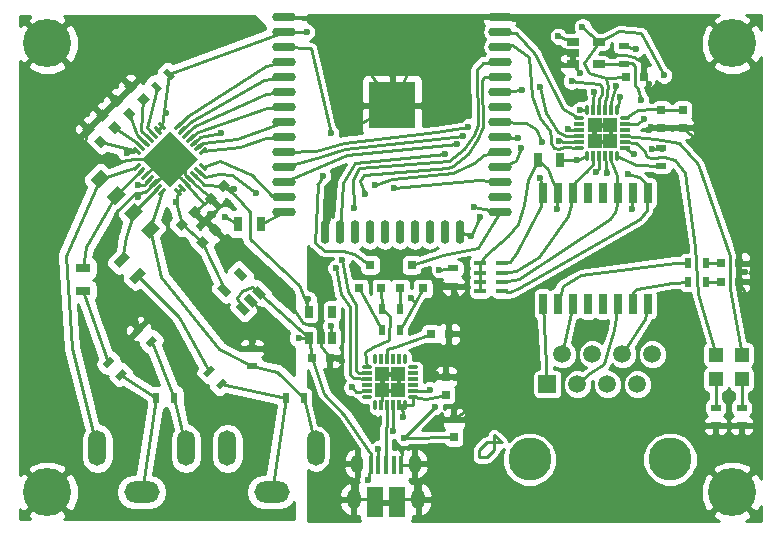
<source format=gtl>
G04 #@! TF.FileFunction,Copper,L1,Top,Signal*
%FSLAX46Y46*%
G04 Gerber Fmt 4.6, Leading zero omitted, Abs format (unit mm)*
G04 Created by KiCad (PCBNEW 4.0.2+dfsg1-stable) date Mon 01 Oct 2018 11:39:29 PM EDT*
%MOMM*%
G01*
G04 APERTURE LIST*
%ADD10C,0.100000*%
%ADD11R,0.635000X1.778000*%
%ADD12C,3.649980*%
%ADD13R,1.501140X1.501140*%
%ADD14C,1.501140*%
%ADD15O,3.000000X1.800000*%
%ADD16O,1.500000X3.000000*%
%ADD17O,2.000000X0.750000*%
%ADD18O,0.750000X2.000000*%
%ADD19R,4.000000X4.000000*%
%ADD20R,1.198880X1.198880*%
%ADD21R,0.900000X0.500000*%
%ADD22R,0.500000X0.900000*%
%ADD23R,0.700000X1.300000*%
%ADD24R,0.800100X0.800100*%
%ADD25R,0.750000X0.800000*%
%ADD26R,0.800000X0.750000*%
%ADD27R,1.300000X0.700000*%
%ADD28R,0.400000X1.650000*%
%ADD29O,1.100000X1.500000*%
%ADD30O,1.200000X1.700000*%
%ADD31R,1.425000X2.500000*%
%ADD32R,1.000000X0.400000*%
%ADD33R,1.060000X0.650000*%
%ADD34R,0.850000X0.300000*%
%ADD35O,0.850000X0.300000*%
%ADD36O,0.300000X0.850000*%
%ADD37R,0.300000X0.850000*%
%ADD38R,1.300000X1.300000*%
%ADD39R,0.650000X1.060000*%
%ADD40C,0.300000*%
%ADD41C,4.064000*%
%ADD42C,0.600000*%
%ADD43C,0.241300*%
%ADD44C,0.254000*%
G04 APERTURE END LIST*
D10*
D11*
X160955000Y-86059000D03*
X162225000Y-86059000D03*
X163495000Y-86059000D03*
X164765000Y-86059000D03*
X166035000Y-86059000D03*
X167305000Y-86059000D03*
X168575000Y-86059000D03*
X169845000Y-86059000D03*
X169845000Y-76661000D03*
X168575000Y-76661000D03*
X167305000Y-76661000D03*
X166035000Y-76661000D03*
X164765000Y-76661000D03*
X163495000Y-76661000D03*
X162225000Y-76661000D03*
X160955000Y-76661000D03*
D12*
X171738520Y-99200000D03*
X159869100Y-99200000D03*
D13*
X161355000Y-92850000D03*
D14*
X162625000Y-90310000D03*
X163895000Y-92850000D03*
X165165000Y-90310000D03*
X166435000Y-92850000D03*
X167705000Y-90310000D03*
X168975000Y-92850000D03*
X170245000Y-90310000D03*
D15*
X138000000Y-102000000D03*
D16*
X141750000Y-98300000D03*
X134250000Y-98300000D03*
D17*
X139060000Y-61730000D03*
X139060000Y-63000000D03*
X139060000Y-64270000D03*
X139060000Y-65540000D03*
X139060000Y-66810000D03*
X139060000Y-68080000D03*
X139060000Y-69350000D03*
X139060000Y-70620000D03*
X139060000Y-71890000D03*
X139060000Y-73160000D03*
X139060000Y-75700000D03*
X139060000Y-76970000D03*
X139060000Y-78240000D03*
X139060000Y-74430000D03*
D18*
X142485000Y-80010000D03*
X143755000Y-80010000D03*
X145025000Y-80010000D03*
X146295000Y-80010000D03*
X147565000Y-80010000D03*
X148835000Y-80010000D03*
X150105000Y-80010000D03*
X151375000Y-80010000D03*
X152645000Y-80010000D03*
X153915000Y-80010000D03*
D17*
X157340000Y-78240000D03*
X157340000Y-76970000D03*
X157340000Y-75700000D03*
X157340000Y-74430000D03*
X157340000Y-73160000D03*
X157340000Y-71890000D03*
X157340000Y-70620000D03*
X157340000Y-69350000D03*
X157340000Y-68080000D03*
X157340000Y-66810000D03*
X157340000Y-65540000D03*
X157340000Y-64270000D03*
X157340000Y-63000000D03*
X157340000Y-61730000D03*
D19*
X148200000Y-69250000D03*
D20*
X177800000Y-90350980D03*
X177800000Y-92449020D03*
X175600000Y-90350980D03*
X175600000Y-92449020D03*
D21*
X177800000Y-94850000D03*
X177800000Y-96350000D03*
X175600000Y-94850000D03*
X175600000Y-96350000D03*
X171000000Y-72850000D03*
X171000000Y-74350000D03*
X167800000Y-64250000D03*
X167800000Y-65750000D03*
X153400000Y-84550000D03*
X153400000Y-83050000D03*
D22*
X148850000Y-88250000D03*
X147350000Y-88250000D03*
X147350000Y-86500000D03*
X148850000Y-86500000D03*
X174750000Y-84200000D03*
X173250000Y-84200000D03*
X174750000Y-82600000D03*
X173250000Y-82600000D03*
D10*
G36*
X128401091Y-68155305D02*
X127764695Y-67518909D01*
X128118249Y-67165355D01*
X128754645Y-67801751D01*
X128401091Y-68155305D01*
X128401091Y-68155305D01*
G37*
G36*
X129461751Y-67094645D02*
X128825355Y-66458249D01*
X129178909Y-66104695D01*
X129815305Y-66741091D01*
X129461751Y-67094645D01*
X129461751Y-67094645D01*
G37*
G36*
X126254695Y-88311091D02*
X126891091Y-87674695D01*
X127244645Y-88028249D01*
X126608249Y-88664645D01*
X126254695Y-88311091D01*
X126254695Y-88311091D01*
G37*
G36*
X127315355Y-89371751D02*
X127951751Y-88735355D01*
X128305305Y-89088909D01*
X127668909Y-89725305D01*
X127315355Y-89371751D01*
X127315355Y-89371751D01*
G37*
G36*
X125517398Y-78401281D02*
X126401281Y-77517398D01*
X127108388Y-78224505D01*
X126224505Y-79108388D01*
X125517398Y-78401281D01*
X125517398Y-78401281D01*
G37*
G36*
X126931612Y-79815495D02*
X127815495Y-78931612D01*
X128522602Y-79638719D01*
X127638719Y-80522602D01*
X126931612Y-79815495D01*
X126931612Y-79815495D01*
G37*
D21*
X136330000Y-89820000D03*
X136330000Y-91320000D03*
D10*
G36*
X134245305Y-92678909D02*
X133608909Y-93315305D01*
X133255355Y-92961751D01*
X133891751Y-92325355D01*
X134245305Y-92678909D01*
X134245305Y-92678909D01*
G37*
G36*
X133184645Y-91618249D02*
X132548249Y-92254645D01*
X132194695Y-91901091D01*
X132831091Y-91264695D01*
X133184645Y-91618249D01*
X133184645Y-91618249D01*
G37*
D22*
X139250000Y-94000000D03*
X140750000Y-94000000D03*
D23*
X137070000Y-79290000D03*
X135170000Y-79290000D03*
D24*
X145400000Y-84750760D03*
X147300000Y-84750760D03*
X146350000Y-82751780D03*
X148900000Y-84750760D03*
X150800000Y-84750760D03*
X149850000Y-82751780D03*
D25*
X171000000Y-71150000D03*
X171000000Y-69650000D03*
X172800000Y-71150000D03*
X172800000Y-69650000D03*
D26*
X176050000Y-84200000D03*
X177550000Y-84200000D03*
X176050000Y-82600000D03*
X177550000Y-82600000D03*
D25*
X152750000Y-93730000D03*
X152750000Y-92230000D03*
D10*
G36*
X133948008Y-75521662D02*
X134478338Y-76051992D01*
X133912652Y-76617678D01*
X133382322Y-76087348D01*
X133948008Y-75521662D01*
X133948008Y-75521662D01*
G37*
G36*
X132887348Y-76582322D02*
X133417678Y-77112652D01*
X132851992Y-77678338D01*
X132321662Y-77148008D01*
X132887348Y-76582322D01*
X132887348Y-76582322D01*
G37*
D25*
X153440000Y-97310000D03*
X153440000Y-95810000D03*
D26*
X141440000Y-90600000D03*
X142940000Y-90600000D03*
X151500000Y-88600000D03*
X153000000Y-88600000D03*
D10*
G36*
X123121662Y-70051992D02*
X123651992Y-69521662D01*
X124217678Y-70087348D01*
X123687348Y-70617678D01*
X123121662Y-70051992D01*
X123121662Y-70051992D01*
G37*
G36*
X124182322Y-71112652D02*
X124712652Y-70582322D01*
X125278338Y-71148008D01*
X124748008Y-71678338D01*
X124182322Y-71112652D01*
X124182322Y-71112652D01*
G37*
G36*
X124321662Y-68851992D02*
X124851992Y-68321662D01*
X125417678Y-68887348D01*
X124887348Y-69417678D01*
X124321662Y-68851992D01*
X124321662Y-68851992D01*
G37*
G36*
X125382322Y-69912652D02*
X125912652Y-69382322D01*
X126478338Y-69948008D01*
X125948008Y-70478338D01*
X125382322Y-69912652D01*
X125382322Y-69912652D01*
G37*
G36*
X125521662Y-67651992D02*
X126051992Y-67121662D01*
X126617678Y-67687348D01*
X126087348Y-68217678D01*
X125521662Y-67651992D01*
X125521662Y-67651992D01*
G37*
G36*
X126582322Y-68712652D02*
X127112652Y-68182322D01*
X127678338Y-68748008D01*
X127148008Y-69278338D01*
X126582322Y-68712652D01*
X126582322Y-68712652D01*
G37*
G36*
X132131992Y-81388338D02*
X131601662Y-80858008D01*
X132167348Y-80292322D01*
X132697678Y-80822652D01*
X132131992Y-81388338D01*
X132131992Y-81388338D01*
G37*
G36*
X133192652Y-80327678D02*
X132662322Y-79797348D01*
X133228008Y-79231662D01*
X133758338Y-79761992D01*
X133192652Y-80327678D01*
X133192652Y-80327678D01*
G37*
G36*
X124078338Y-72348008D02*
X123548008Y-72878338D01*
X122982322Y-72312652D01*
X123512652Y-71782322D01*
X124078338Y-72348008D01*
X124078338Y-72348008D01*
G37*
G36*
X123017678Y-71287348D02*
X122487348Y-71817678D01*
X121921662Y-71251992D01*
X122451992Y-70721662D01*
X123017678Y-71287348D01*
X123017678Y-71287348D01*
G37*
G36*
X130381992Y-79868338D02*
X129851662Y-79338008D01*
X130417348Y-78772322D01*
X130947678Y-79302652D01*
X130381992Y-79868338D01*
X130381992Y-79868338D01*
G37*
G36*
X131442652Y-78807678D02*
X130912322Y-78277348D01*
X131478008Y-77711662D01*
X132008338Y-78241992D01*
X131442652Y-78807678D01*
X131442652Y-78807678D01*
G37*
G36*
X125662602Y-76788719D02*
X124778719Y-77672602D01*
X124071612Y-76965495D01*
X124955495Y-76081612D01*
X125662602Y-76788719D01*
X125662602Y-76788719D01*
G37*
G36*
X124248388Y-75374505D02*
X123364505Y-76258388D01*
X122657398Y-75551281D01*
X123541281Y-74667398D01*
X124248388Y-75374505D01*
X124248388Y-75374505D01*
G37*
G36*
X124621142Y-82540381D02*
X125540381Y-81621142D01*
X126035356Y-82116117D01*
X125116117Y-83035356D01*
X124621142Y-82540381D01*
X124621142Y-82540381D01*
G37*
G36*
X125964644Y-83883883D02*
X126883883Y-82964644D01*
X127378858Y-83459619D01*
X126459619Y-84378858D01*
X125964644Y-83883883D01*
X125964644Y-83883883D01*
G37*
D27*
X122000000Y-83050000D03*
X122000000Y-84950000D03*
D28*
X146380000Y-99710000D03*
X147030000Y-99710000D03*
X147679100Y-99710000D03*
X148330000Y-99710000D03*
X148980000Y-99710000D03*
D29*
X145255000Y-99585000D03*
X150105000Y-99585000D03*
D30*
X144955000Y-102585000D03*
X150405000Y-102585000D03*
D31*
X146717500Y-102835000D03*
X148642500Y-102835000D03*
D15*
X127000000Y-102000000D03*
D16*
X130750000Y-98300000D03*
X123250000Y-98300000D03*
D10*
G36*
X125745305Y-91918909D02*
X125108909Y-92555305D01*
X124755355Y-92201751D01*
X125391751Y-91565355D01*
X125745305Y-91918909D01*
X125745305Y-91918909D01*
G37*
G36*
X124684645Y-90858249D02*
X124048249Y-91494645D01*
X123694695Y-91141091D01*
X124331091Y-90504695D01*
X124684645Y-90858249D01*
X124684645Y-90858249D01*
G37*
D22*
X128250000Y-94000000D03*
X129750000Y-94000000D03*
D32*
X155670000Y-82600000D03*
X155670000Y-83400000D03*
X155670000Y-84200000D03*
X155670000Y-85000000D03*
X157530000Y-85000000D03*
X157530000Y-84200000D03*
X157530000Y-83400000D03*
X157530000Y-82600000D03*
D33*
X163500000Y-63850000D03*
X163500000Y-64800000D03*
X163500000Y-65750000D03*
X165700000Y-65750000D03*
X165700000Y-63850000D03*
D34*
X167950000Y-72850000D03*
X167950000Y-72350000D03*
X167950000Y-71850000D03*
X167950000Y-71350000D03*
X167950000Y-70850000D03*
D35*
X167950000Y-70350000D03*
D36*
X167250000Y-69650000D03*
D37*
X166750000Y-69650000D03*
X166250000Y-69650000D03*
X165750000Y-69650000D03*
X165250000Y-69650000D03*
D36*
X164750000Y-69650000D03*
D35*
X164050000Y-70350000D03*
D34*
X164050000Y-70850000D03*
X164050000Y-71350000D03*
X164050000Y-71850000D03*
X164050000Y-72350000D03*
D35*
X164050000Y-72850000D03*
D36*
X164750000Y-73550000D03*
D37*
X165250000Y-73550000D03*
X165750000Y-73550000D03*
X166250000Y-73550000D03*
X166750000Y-73550000D03*
D36*
X167250000Y-73550000D03*
D38*
X165350000Y-70950000D03*
X165350000Y-72250000D03*
X166650000Y-70950000D03*
X166650000Y-72250000D03*
D39*
X141210000Y-88910000D03*
X142160000Y-88910000D03*
X143110000Y-88910000D03*
X143110000Y-86710000D03*
X141210000Y-86710000D03*
D40*
X126412474Y-74666205D02*
X126801382Y-74277297D01*
X126766028Y-75019759D02*
X127154936Y-74630851D01*
X127119581Y-75373312D02*
X127508489Y-74984404D01*
X127473134Y-75726866D02*
X127862042Y-75337958D01*
X127826688Y-76080419D02*
X128215596Y-75691511D01*
X128180241Y-76433972D02*
X128569149Y-76045064D01*
X128533795Y-76787526D02*
X128922703Y-76398618D01*
X130266205Y-76787526D02*
X129877297Y-76398618D01*
X130619759Y-76433972D02*
X130230851Y-76045064D01*
X130973312Y-76080419D02*
X130584404Y-75691511D01*
X131326866Y-75726866D02*
X130937958Y-75337958D01*
X131680419Y-75373312D02*
X131291511Y-74984404D01*
X132033972Y-75019759D02*
X131645064Y-74630851D01*
X132387526Y-74666205D02*
X131998618Y-74277297D01*
X131998618Y-73322703D02*
X132387526Y-72933795D01*
X131645064Y-72969149D02*
X132033972Y-72580241D01*
X131291511Y-72615596D02*
X131680419Y-72226688D01*
X130937958Y-72262042D02*
X131326866Y-71873134D01*
X130584404Y-71908489D02*
X130973312Y-71519581D01*
X130230851Y-71554936D02*
X130619759Y-71166028D01*
X129877297Y-71201382D02*
X130266205Y-70812474D01*
X128922703Y-71201382D02*
X128533795Y-70812474D01*
X128569149Y-71554936D02*
X128180241Y-71166028D01*
X128215596Y-71908489D02*
X127826688Y-71519581D01*
X127862042Y-72262042D02*
X127473134Y-71873134D01*
X127508489Y-72615596D02*
X127119581Y-72226688D01*
X127154936Y-72969149D02*
X126766028Y-72580241D01*
X126801382Y-73322703D02*
X126412474Y-72933795D01*
D10*
G36*
X130584404Y-74984404D02*
X129400000Y-73800000D01*
X130584404Y-72615596D01*
X131768808Y-73800000D01*
X130584404Y-74984404D01*
X130584404Y-74984404D01*
G37*
G36*
X129400000Y-73800000D02*
X128215596Y-72615596D01*
X129400000Y-71431192D01*
X130584404Y-72615596D01*
X129400000Y-73800000D01*
X129400000Y-73800000D01*
G37*
G36*
X129400000Y-76168808D02*
X128215596Y-74984404D01*
X129400000Y-73800000D01*
X130584404Y-74984404D01*
X129400000Y-76168808D01*
X129400000Y-76168808D01*
G37*
G36*
X128215596Y-74984404D02*
X127031192Y-73800000D01*
X128215596Y-72615596D01*
X129400000Y-73800000D01*
X128215596Y-74984404D01*
X128215596Y-74984404D01*
G37*
G36*
X136180642Y-86594526D02*
X135721023Y-87054145D01*
X134971490Y-86304612D01*
X135431109Y-85844993D01*
X136180642Y-86594526D01*
X136180642Y-86594526D01*
G37*
G36*
X136852393Y-85922774D02*
X136392774Y-86382393D01*
X135643241Y-85632860D01*
X136102860Y-85173241D01*
X136852393Y-85922774D01*
X136852393Y-85922774D01*
G37*
G36*
X137524145Y-85251023D02*
X137064526Y-85710642D01*
X136314993Y-84961109D01*
X136774612Y-84501490D01*
X137524145Y-85251023D01*
X137524145Y-85251023D01*
G37*
G36*
X135968510Y-83695388D02*
X135508891Y-84155007D01*
X134759358Y-83405474D01*
X135218977Y-82945855D01*
X135968510Y-83695388D01*
X135968510Y-83695388D01*
G37*
G36*
X134625007Y-85038891D02*
X134165388Y-85498510D01*
X133415855Y-84748977D01*
X133875474Y-84289358D01*
X134625007Y-85038891D01*
X134625007Y-85038891D01*
G37*
D36*
X146790000Y-94630000D03*
D37*
X147290000Y-94630000D03*
X147790000Y-94630000D03*
X148290000Y-94630000D03*
X148790000Y-94630000D03*
D36*
X149290000Y-94630000D03*
D35*
X149990000Y-93930000D03*
D34*
X149990000Y-93430000D03*
X149990000Y-92930000D03*
X149990000Y-92430000D03*
X149990000Y-91930000D03*
D35*
X149990000Y-91430000D03*
D36*
X149290000Y-90730000D03*
D37*
X148790000Y-90730000D03*
X148290000Y-90730000D03*
X147790000Y-90730000D03*
X147290000Y-90730000D03*
D36*
X146790000Y-90730000D03*
D35*
X146090000Y-91430000D03*
D34*
X146090000Y-91930000D03*
X146090000Y-92430000D03*
X146090000Y-92930000D03*
X146090000Y-93430000D03*
D35*
X146090000Y-93930000D03*
D38*
X148690000Y-92030000D03*
X147390000Y-92030000D03*
X148690000Y-93330000D03*
X147390000Y-93330000D03*
D23*
X160530000Y-73900000D03*
X162430000Y-73900000D03*
D26*
X168010000Y-66810000D03*
X169510000Y-66810000D03*
D41*
X119000000Y-102000000D03*
X177000000Y-102000000D03*
X119000000Y-64000000D03*
X177000000Y-64000000D03*
D42*
X142000000Y-62000000D03*
X176550000Y-73870000D03*
X154590000Y-87200000D03*
X171220000Y-78730000D03*
X145190000Y-83600000D03*
X143160000Y-77980000D03*
X178120000Y-83370000D03*
X170950000Y-62480000D03*
X160230000Y-63270000D03*
X148000000Y-66000000D03*
X166670000Y-64900000D03*
X164130000Y-66530000D03*
X169960000Y-67430000D03*
X165350000Y-70950000D03*
X165350000Y-72250000D03*
X166650000Y-70950000D03*
X170140000Y-71090000D03*
X166650000Y-72250000D03*
X170190000Y-72950000D03*
X147390000Y-93330000D03*
X147390000Y-92030000D03*
X143960000Y-90890000D03*
X148690000Y-93330000D03*
X151960000Y-91970000D03*
X143270000Y-75000000D03*
X144020000Y-71640000D03*
X130584404Y-73800000D03*
X129400000Y-72615596D03*
X128215596Y-73800000D03*
X129400000Y-74984404D03*
X126700000Y-76990000D03*
X126470000Y-86990000D03*
X137180000Y-86660000D03*
X139070000Y-84610000D03*
X129050000Y-69920000D03*
X134790000Y-76330000D03*
X140960000Y-63030000D03*
X164320000Y-62590000D03*
X171220000Y-66710000D03*
X168650000Y-73370000D03*
X163840000Y-73910000D03*
X149110000Y-95660000D03*
X141110000Y-85660000D03*
X151440000Y-93310000D03*
X151820000Y-94750000D03*
X149210000Y-97400000D03*
X146150000Y-100930000D03*
X143010000Y-87920000D03*
X140310000Y-88940000D03*
X129890000Y-77430000D03*
X125790000Y-73240000D03*
X147030000Y-98310000D03*
X148300000Y-96800000D03*
X166410000Y-74940000D03*
X168170000Y-75050000D03*
X165510000Y-74870000D03*
X160760000Y-75380000D03*
X155170000Y-77830000D03*
X162260000Y-63380000D03*
X169250000Y-68810000D03*
X169500000Y-70410000D03*
X167520000Y-68510000D03*
X154250000Y-71810000D03*
X167180000Y-67570000D03*
X154660000Y-71080000D03*
X163400000Y-67210000D03*
X152700000Y-73330000D03*
X165330000Y-68100000D03*
X153700000Y-72540000D03*
X164130000Y-69610000D03*
X158850000Y-71990000D03*
X155660000Y-78670000D03*
X163080000Y-71210000D03*
X152200000Y-83150000D03*
X154880000Y-80320000D03*
X159220000Y-67940000D03*
X160720000Y-67720000D03*
X160880000Y-72310000D03*
X162340000Y-72250000D03*
X146720000Y-76000000D03*
X136660000Y-76660000D03*
X168890000Y-64500000D03*
X159090000Y-72880000D03*
X134070000Y-78660000D03*
X126670000Y-76000000D03*
X144800000Y-93130000D03*
X149790000Y-85540000D03*
X142340000Y-75210000D03*
X143000000Y-71600000D03*
X148330000Y-76230000D03*
X133720000Y-71560000D03*
X145880000Y-76790000D03*
X143440000Y-83040000D03*
X145000000Y-77960000D03*
X143970000Y-82340000D03*
X168510000Y-78000000D03*
X162170000Y-78050000D03*
D43*
X155575000Y-99060000D02*
X155575000Y-98425000D01*
X155575000Y-98425000D02*
X156210000Y-97790000D01*
X156210000Y-97790000D02*
X157480000Y-97790000D01*
X157480000Y-97790000D02*
X156845000Y-97155000D01*
X156845000Y-97155000D02*
X156845000Y-98425000D01*
X156845000Y-98425000D02*
X156210000Y-99060000D01*
X156210000Y-99060000D02*
X155575000Y-99060000D01*
X148980000Y-99710000D02*
X150105000Y-99585000D01*
X139060000Y-61730000D02*
X142000000Y-62000000D01*
X176550000Y-73870000D02*
X176550000Y-73850000D01*
X153400000Y-84550000D02*
X154590000Y-87200000D01*
X171220000Y-78730000D02*
X171130000Y-78760000D01*
X153400000Y-84550000D02*
X151710000Y-84040000D01*
X151710000Y-84040000D02*
X151120000Y-83660000D01*
X151120000Y-83660000D02*
X146470000Y-83800000D01*
X146470000Y-83800000D02*
X145190000Y-83600000D01*
X142485000Y-80010000D02*
X143160000Y-77980000D01*
X177550000Y-83320000D02*
X178120000Y-83370000D01*
X160702370Y-63303042D02*
X160230000Y-63270000D01*
X148200000Y-69250000D02*
X148000000Y-66000000D01*
X157340000Y-61730000D02*
X159620000Y-62240000D01*
X159620000Y-62240000D02*
X160702370Y-63303042D01*
X160702370Y-63303042D02*
X161300000Y-63890000D01*
X161300000Y-63890000D02*
X163500000Y-64800000D01*
X169510000Y-66810000D02*
X169380000Y-65560000D01*
X169380000Y-65560000D02*
X168660000Y-65190000D01*
X168660000Y-65190000D02*
X167910000Y-64990000D01*
X167910000Y-64990000D02*
X166670000Y-64900000D01*
X164130000Y-66530000D02*
X163500000Y-65750000D01*
X169510000Y-66810000D02*
X169960000Y-67430000D01*
X165350000Y-70950000D02*
X165350000Y-72250000D01*
X177550000Y-82600000D02*
X176150000Y-77160000D01*
X176150000Y-77160000D02*
X173980000Y-72140000D01*
X173980000Y-72140000D02*
X172800000Y-71150000D01*
X170140000Y-71090000D02*
X171000000Y-71150000D01*
X170190000Y-72950000D02*
X171000000Y-72850000D01*
X171000000Y-71150000D02*
X172800000Y-71150000D01*
X177800000Y-96350000D02*
X175600000Y-96350000D01*
X177550000Y-84200000D02*
X179020000Y-86750000D01*
X179020000Y-86750000D02*
X179240000Y-91580000D01*
X179240000Y-91580000D02*
X179080000Y-96560000D01*
X179080000Y-96560000D02*
X177800000Y-96350000D01*
X177550000Y-82600000D02*
X177550000Y-83320000D01*
X177550000Y-83320000D02*
X177550000Y-84200000D01*
X153000000Y-88600000D02*
X153400000Y-84550000D01*
X147390000Y-93330000D02*
X147390000Y-92030000D01*
X143960000Y-90890000D02*
X142940000Y-90600000D01*
X148690000Y-93330000D02*
X147390000Y-93330000D01*
X151960000Y-91970000D02*
X152750000Y-92230000D01*
X153440000Y-95810000D02*
X154960000Y-94670000D01*
X154960000Y-94670000D02*
X154240000Y-92550000D01*
X154240000Y-92550000D02*
X152750000Y-92230000D01*
X147290000Y-94630000D02*
X147310000Y-94000000D01*
X147310000Y-94000000D02*
X147390000Y-93330000D01*
X147390000Y-93330000D02*
X147390000Y-92030000D01*
X148690000Y-93330000D02*
X147390000Y-93330000D01*
X148690000Y-92030000D02*
X148690000Y-93330000D01*
X153000000Y-88600000D02*
X152750000Y-92230000D01*
X142940000Y-90600000D02*
X142220000Y-89640000D01*
X142220000Y-89640000D02*
X142160000Y-88910000D01*
X142160000Y-88910000D02*
X141790000Y-87950000D01*
X141790000Y-87950000D02*
X140700000Y-87650000D01*
X140700000Y-87650000D02*
X139980000Y-86700000D01*
X139980000Y-86700000D02*
X139070000Y-84610000D01*
X142485000Y-80010000D02*
X143270000Y-75000000D01*
X144020000Y-71640000D02*
X148200000Y-69250000D01*
X157340000Y-61730000D02*
X151790000Y-61960000D01*
X151790000Y-61960000D02*
X148200000Y-69250000D01*
X163500000Y-65750000D02*
X163500000Y-64800000D01*
X126760632Y-76674057D02*
X126700000Y-76990000D01*
X126749670Y-88169670D02*
X126470000Y-86990000D01*
X136330000Y-89820000D02*
X137180000Y-86660000D01*
X136247817Y-85777817D02*
X137180000Y-86660000D01*
X139070000Y-84610000D02*
X138956339Y-84844829D01*
X138956339Y-84844829D02*
X136390000Y-82580000D01*
X136390000Y-82580000D02*
X133210330Y-79779670D01*
X128215596Y-73800000D02*
X126370000Y-73790000D01*
X126370000Y-73790000D02*
X124840000Y-74040000D01*
X124840000Y-74040000D02*
X123220000Y-73390000D01*
X123220000Y-73390000D02*
X122240000Y-72340000D01*
X122240000Y-72340000D02*
X122469670Y-71269670D01*
X130584404Y-73800000D02*
X128215596Y-73800000D01*
X129400000Y-72615596D02*
X130584404Y-73800000D01*
X129400000Y-74984404D02*
X129400000Y-72615596D01*
X131132412Y-75532412D02*
X130660000Y-75120000D01*
X130660000Y-75120000D02*
X130584404Y-73800000D01*
X130778858Y-75885965D02*
X130330000Y-75390000D01*
X130330000Y-75390000D02*
X129400000Y-74984404D01*
X130778858Y-75885965D02*
X132309612Y-77579119D01*
X132869670Y-77130330D02*
X131132412Y-75532412D01*
X131460330Y-78259670D02*
X132309612Y-77579119D01*
X132309612Y-77579119D02*
X132869670Y-77130330D01*
X133210330Y-79779670D02*
X131460330Y-78259670D01*
X126749670Y-88169670D02*
X123910000Y-84170000D01*
X123910000Y-84170000D02*
X123830000Y-80650000D01*
X123830000Y-80650000D02*
X124850000Y-78290000D01*
X124850000Y-78290000D02*
X126530000Y-76710000D01*
X126530000Y-76710000D02*
X126760632Y-76674057D01*
X126760632Y-76674057D02*
X127300000Y-76590000D01*
X127300000Y-76590000D02*
X128021142Y-75885965D01*
X128021142Y-75885965D02*
X128460000Y-75450000D01*
X128460000Y-75450000D02*
X129400000Y-74984404D01*
X127314035Y-75178858D02*
X127800000Y-74700000D01*
X127800000Y-74700000D02*
X128215596Y-73800000D01*
X123669670Y-70069670D02*
X122469670Y-71269670D01*
X124869670Y-68869670D02*
X123669670Y-70069670D01*
X126069670Y-67669670D02*
X124869670Y-68869670D01*
X139060000Y-61730000D02*
X143050000Y-61770000D01*
X143050000Y-61770000D02*
X148200000Y-69250000D01*
D44*
X150105000Y-99585000D02*
X150105000Y-102285000D01*
X150105000Y-102285000D02*
X150405000Y-102585000D01*
X150405000Y-102585000D02*
X148892500Y-102585000D01*
X148892500Y-102585000D02*
X148642500Y-102835000D01*
X146717500Y-102835000D02*
X148642500Y-102835000D01*
X144955000Y-102585000D02*
X146467500Y-102585000D01*
X146467500Y-102585000D02*
X146717500Y-102835000D01*
X145255000Y-99585000D02*
X145255000Y-102285000D01*
X145255000Y-102285000D02*
X144955000Y-102585000D01*
D43*
X171000000Y-69650000D02*
X172800000Y-69650000D01*
X167950000Y-70350000D02*
X169060000Y-69680000D01*
X169060000Y-69680000D02*
X170180000Y-69590000D01*
X170180000Y-69590000D02*
X171000000Y-69650000D01*
X176050000Y-84200000D02*
X174750000Y-84200000D01*
X174750000Y-82600000D02*
X176050000Y-82600000D01*
X163840000Y-73910000D02*
X162430000Y-73900000D01*
X128905510Y-69687455D02*
X129050000Y-69920000D01*
X134790000Y-76330000D02*
X133930330Y-76069670D01*
X139060000Y-63000000D02*
X140960000Y-63030000D01*
X164320000Y-62590000D02*
X165700000Y-63850000D01*
X168010000Y-66810000D02*
X166290000Y-66900000D01*
X171220000Y-66710000D02*
X169310000Y-63150000D01*
X169310000Y-63150000D02*
X167440000Y-62970000D01*
X167440000Y-62970000D02*
X165700000Y-63850000D01*
X167950000Y-72850000D02*
X168650000Y-73370000D01*
X163840000Y-73910000D02*
X164750000Y-73550000D01*
X149050000Y-94630000D02*
X149110000Y-95660000D01*
X141110000Y-85660000D02*
X140963172Y-86058490D01*
X140963172Y-86058490D02*
X140963172Y-86058489D01*
X149990000Y-93930000D02*
X151100000Y-94080000D01*
X151100000Y-94080000D02*
X152750000Y-93730000D01*
X150010000Y-94640000D02*
X149990000Y-93930000D01*
X149290000Y-94630000D02*
X150010000Y-94640000D01*
X148790000Y-94630000D02*
X149050000Y-94630000D01*
X149050000Y-94630000D02*
X149290000Y-94630000D01*
X134900000Y-76810000D02*
X136150000Y-78290000D01*
X136150000Y-78290000D02*
X136200000Y-80590000D01*
X136200000Y-80590000D02*
X140350000Y-84440000D01*
X140350000Y-84440000D02*
X140963172Y-86058489D01*
X140963172Y-86058489D02*
X141210000Y-86710000D01*
X166290000Y-66900000D02*
X164880000Y-66520000D01*
X164880000Y-66520000D02*
X164490000Y-65680000D01*
X164490000Y-65680000D02*
X165700000Y-63850000D01*
X166250000Y-69650000D02*
X166240000Y-68880000D01*
X166240000Y-68880000D02*
X166380000Y-68460000D01*
X166380000Y-68460000D02*
X166440000Y-68060000D01*
X166440000Y-68060000D02*
X166450000Y-67680000D01*
X166450000Y-67680000D02*
X166290000Y-66900000D01*
X133930330Y-76069670D02*
X134900000Y-76810000D01*
X131485965Y-75178858D02*
X132300000Y-76000000D01*
X132300000Y-76000000D02*
X133930330Y-76069670D01*
X129320330Y-66599670D02*
X139060000Y-63000000D01*
X128728249Y-71006928D02*
X128905510Y-69687455D01*
X128905510Y-69687455D02*
X129320330Y-66599670D01*
X128374695Y-71360482D02*
X128728249Y-71006928D01*
X149990000Y-93430000D02*
X151150000Y-93470000D01*
X151150000Y-93470000D02*
X151440000Y-93310000D01*
X151820000Y-94750000D02*
X149210000Y-97400000D01*
X153440000Y-97310000D02*
X149210000Y-97400000D01*
X146150000Y-100930000D02*
X146380000Y-99710000D01*
X141440000Y-90600000D02*
X142460000Y-93680000D01*
X142460000Y-93680000D02*
X144170000Y-95430000D01*
X144170000Y-95430000D02*
X146150000Y-98390000D01*
X146150000Y-98390000D02*
X146430000Y-98800000D01*
X146430000Y-98800000D02*
X146380000Y-99710000D01*
X143110000Y-88910000D02*
X143010000Y-87920000D01*
X140310000Y-88940000D02*
X141210000Y-88910000D01*
X141210000Y-88910000D02*
X141440000Y-90600000D01*
X136919569Y-85106066D02*
X141210000Y-88910000D01*
X135576066Y-86449569D02*
X135070000Y-85530000D01*
X135070000Y-85530000D02*
X135530000Y-85000000D01*
X135530000Y-85000000D02*
X136330000Y-84650000D01*
X136330000Y-84650000D02*
X136919569Y-85106066D01*
X151500000Y-88600000D02*
X148460000Y-89690000D01*
X148460000Y-89690000D02*
X147740000Y-89890000D01*
X147740000Y-89890000D02*
X147790000Y-90730000D01*
X134020431Y-84893934D02*
X132149670Y-80840330D01*
X130399670Y-79320330D02*
X129890000Y-77430000D01*
X132149670Y-80840330D02*
X130399670Y-79320330D01*
X130071751Y-76593072D02*
X129890000Y-77430000D01*
X125790000Y-73240000D02*
X126606928Y-73128249D01*
X130071751Y-76593072D02*
X130425305Y-76239518D01*
X126606928Y-73128249D02*
X123530330Y-72330330D01*
X132689670Y-91759670D02*
X130170000Y-87150000D01*
X130170000Y-87150000D02*
X126671751Y-83671751D01*
X160955000Y-86059000D02*
X161355000Y-92850000D01*
X163495000Y-86059000D02*
X162625000Y-90310000D01*
D44*
X162625000Y-90310000D02*
X162625000Y-90425000D01*
D43*
X167305000Y-86059000D02*
X166980000Y-88300000D01*
X166980000Y-88300000D02*
X166420000Y-90180000D01*
X166420000Y-90180000D02*
X166150000Y-91120000D01*
X166150000Y-91120000D02*
X164970000Y-91940000D01*
X164970000Y-91940000D02*
X163895000Y-92850000D01*
D44*
X163895000Y-92850000D02*
X163850000Y-92850000D01*
D43*
X167705000Y-90310000D02*
X169610000Y-87330000D01*
X169610000Y-87330000D02*
X169845000Y-86059000D01*
D44*
X148290000Y-94630000D02*
X148290000Y-96790000D01*
X147030000Y-98310000D02*
X147030000Y-99710000D01*
X148290000Y-96790000D02*
X148300000Y-96800000D01*
X147790000Y-94630000D02*
X147790000Y-96420000D01*
X147679100Y-96530900D02*
X147679100Y-99710000D01*
X147790000Y-96420000D02*
X147679100Y-96530900D01*
D43*
X138000000Y-102000000D02*
X139250000Y-94000000D01*
X133750330Y-92820330D02*
X139250000Y-94000000D01*
X158220000Y-85070000D02*
X157530000Y-85000000D01*
X158980000Y-84690000D02*
X158220000Y-85070000D01*
X169220000Y-78850000D02*
X158980000Y-84690000D01*
X169770000Y-78090000D02*
X169220000Y-78850000D01*
X169845000Y-76661000D02*
X169770000Y-78090000D01*
X166250000Y-73550000D02*
X166280000Y-74280000D01*
X166280000Y-74280000D02*
X166410000Y-74940000D01*
X168170000Y-75050000D02*
X169150000Y-75350000D01*
X169150000Y-75350000D02*
X169590000Y-75740000D01*
X169590000Y-75740000D02*
X169845000Y-76661000D01*
X157530000Y-84200000D02*
X158980000Y-83930000D01*
X158980000Y-83930000D02*
X166630000Y-78850000D01*
X166630000Y-78850000D02*
X167120000Y-78240000D01*
X167120000Y-78240000D02*
X167270000Y-77650000D01*
X167270000Y-77650000D02*
X167305000Y-76661000D01*
X167305000Y-76661000D02*
X167280000Y-75210000D01*
X167280000Y-75210000D02*
X166840000Y-74160000D01*
X166840000Y-74160000D02*
X166780000Y-74020000D01*
X166780000Y-74020000D02*
X166750000Y-73550000D01*
X157530000Y-83400000D02*
X158710000Y-83270000D01*
X158710000Y-83270000D02*
X160630000Y-82080000D01*
X160630000Y-82080000D02*
X163130000Y-78620000D01*
X163130000Y-78620000D02*
X163340000Y-77720000D01*
X163340000Y-77720000D02*
X163495000Y-76661000D01*
X165250000Y-73550000D02*
X165250000Y-74220000D01*
X165250000Y-74220000D02*
X164740000Y-74830000D01*
X164740000Y-74830000D02*
X163690000Y-75750000D01*
X163690000Y-75750000D02*
X163495000Y-76661000D01*
X157530000Y-82600000D02*
X158160000Y-82510000D01*
X158160000Y-82510000D02*
X158770000Y-81660000D01*
X158770000Y-81660000D02*
X160800000Y-77800000D01*
X160800000Y-77800000D02*
X160955000Y-76661000D01*
X165750000Y-73550000D02*
X165740000Y-74550000D01*
X165740000Y-74550000D02*
X165510000Y-74870000D01*
X160760000Y-75380000D02*
X160955000Y-76661000D01*
X173250000Y-84200000D02*
X171890000Y-84250000D01*
X171890000Y-84250000D02*
X168940000Y-84800000D01*
X168940000Y-84800000D02*
X168600000Y-85070000D01*
X168600000Y-85070000D02*
X168575000Y-86059000D01*
X162225000Y-86059000D02*
X162640000Y-84520000D01*
X162640000Y-84520000D02*
X164240000Y-83620000D01*
X164240000Y-83620000D02*
X172140000Y-82570000D01*
X172140000Y-82570000D02*
X173250000Y-82600000D01*
X155170000Y-77830000D02*
X157340000Y-78240000D01*
X163500000Y-63850000D02*
X162260000Y-63380000D01*
X149850000Y-82751780D02*
X152550000Y-81890000D01*
X152550000Y-81890000D02*
X155510000Y-81310000D01*
X155510000Y-81310000D02*
X157340000Y-78240000D01*
X169032137Y-67839519D02*
X168810000Y-67550000D01*
X168810000Y-67550000D02*
X168750000Y-67230000D01*
X168750000Y-67230000D02*
X168760000Y-65890000D01*
X168760000Y-65890000D02*
X168510000Y-65680000D01*
X168510000Y-65680000D02*
X167800000Y-65750000D01*
X169030000Y-67830000D02*
X169032137Y-67839519D01*
X169032137Y-67839519D02*
X169250000Y-68810000D01*
X169500000Y-70410000D02*
X168920000Y-70840000D01*
X168920000Y-70840000D02*
X167950000Y-70850000D01*
X167800000Y-65750000D02*
X165700000Y-65750000D01*
X167950000Y-72350000D02*
X168870000Y-72400000D01*
X168870000Y-72400000D02*
X169500000Y-73050000D01*
X169500000Y-73050000D02*
X169750000Y-73620000D01*
X169750000Y-73620000D02*
X170200000Y-73720000D01*
X170200000Y-73720000D02*
X171220000Y-73610000D01*
X171220000Y-73610000D02*
X172180000Y-73880000D01*
X172180000Y-73880000D02*
X172970000Y-74970000D01*
X175600000Y-90350980D02*
X174100000Y-85220000D01*
X174100000Y-85220000D02*
X173860000Y-81200000D01*
X173860000Y-81200000D02*
X172970000Y-74970000D01*
X167950000Y-71850000D02*
X170560000Y-72080000D01*
X170560000Y-72080000D02*
X172470000Y-72400000D01*
X172470000Y-72400000D02*
X174100000Y-74250000D01*
X177800000Y-90350980D02*
X176810000Y-84800000D01*
X176810000Y-84800000D02*
X176810000Y-81980000D01*
X176810000Y-81980000D02*
X174100000Y-74250000D01*
X167250000Y-69650000D02*
X167520000Y-68510000D01*
X139060000Y-74430000D02*
X142080000Y-73580000D01*
X142080000Y-73580000D02*
X144210000Y-72970000D01*
X144210000Y-72970000D02*
X154250000Y-71810000D01*
X167180000Y-67570000D02*
X166870000Y-68350000D01*
X166870000Y-68350000D02*
X166780000Y-68960000D01*
X166780000Y-68960000D02*
X166750000Y-69650000D01*
X139060000Y-73160000D02*
X141770000Y-73130000D01*
X141770000Y-73130000D02*
X144150000Y-72400000D01*
X144150000Y-72400000D02*
X151950000Y-71510000D01*
X151950000Y-71510000D02*
X154660000Y-71080000D01*
X163910000Y-67280000D02*
X163400000Y-67210000D01*
X152700000Y-73330000D02*
X145100000Y-74100000D01*
X145100000Y-74100000D02*
X144050000Y-75800000D01*
X144050000Y-75800000D02*
X143755000Y-80010000D01*
X165750000Y-69650000D02*
X165710000Y-68720000D01*
X165710000Y-68720000D02*
X165950000Y-68320000D01*
X165950000Y-68320000D02*
X166000000Y-67810000D01*
X166000000Y-67810000D02*
X165780000Y-67430000D01*
X165780000Y-67430000D02*
X163910000Y-67280000D01*
X165330000Y-68100000D02*
X165240000Y-68900000D01*
X165240000Y-68900000D02*
X165250000Y-69650000D01*
X139060000Y-75700000D02*
X144370000Y-73480000D01*
X144370000Y-73480000D02*
X153700000Y-72540000D01*
X164750000Y-69650000D02*
X164130000Y-69610000D01*
X158850000Y-71990000D02*
X157340000Y-71890000D01*
X164050000Y-70350000D02*
X162650000Y-69550000D01*
X162650000Y-69550000D02*
X160310000Y-64910000D01*
X160310000Y-64910000D02*
X158670000Y-63110000D01*
X158670000Y-63110000D02*
X157340000Y-63000000D01*
X155660000Y-78670000D02*
X154880000Y-80320000D01*
X164050000Y-71350000D02*
X163370000Y-71350000D01*
X163370000Y-71350000D02*
X163080000Y-71210000D01*
X153400000Y-83050000D02*
X152200000Y-83150000D01*
X154880000Y-80320000D02*
X153915000Y-80010000D01*
X157340000Y-68080000D02*
X159220000Y-67940000D01*
X160720000Y-67720000D02*
X161210000Y-69930000D01*
X161210000Y-69930000D02*
X162280000Y-71480000D01*
X162280000Y-71480000D02*
X162920000Y-71880000D01*
X162920000Y-71880000D02*
X164050000Y-71850000D01*
X162340000Y-72250000D02*
X162880000Y-72330000D01*
X162880000Y-72330000D02*
X164050000Y-72350000D01*
X157340000Y-70620000D02*
X159569427Y-70731464D01*
X159569427Y-70731464D02*
X160357443Y-71221627D01*
X160357443Y-71221627D02*
X160880000Y-72310000D01*
X162800000Y-72788525D02*
X162350000Y-72910000D01*
X162350000Y-72910000D02*
X161950000Y-72830000D01*
X161950000Y-72830000D02*
X161690000Y-72440000D01*
X161690000Y-72440000D02*
X161660000Y-72010000D01*
X161660000Y-72010000D02*
X161540000Y-71400000D01*
X161540000Y-71400000D02*
X160710000Y-70310000D01*
X160710000Y-70310000D02*
X160040000Y-68450000D01*
X160040000Y-68450000D02*
X159820952Y-65153842D01*
X157340000Y-64270000D02*
X158390000Y-64180000D01*
X158390000Y-64180000D02*
X159820952Y-65153842D01*
X159820952Y-65153842D02*
X159830000Y-65160000D01*
X162830000Y-72790000D02*
X162800000Y-72788525D01*
X162800000Y-72788525D02*
X164050000Y-72850000D01*
X171000000Y-74350000D02*
X168860000Y-74310000D01*
X168860000Y-74310000D02*
X167250000Y-73550000D01*
X130071751Y-71006928D02*
X130950000Y-70160000D01*
X130950000Y-70160000D02*
X137540000Y-65920000D01*
X137540000Y-65920000D02*
X139060000Y-65540000D01*
X130425305Y-71360482D02*
X131230000Y-70550000D01*
X131230000Y-70550000D02*
X137400000Y-67140000D01*
X137400000Y-67140000D02*
X139060000Y-66810000D01*
X130778858Y-71714035D02*
X131500000Y-70980000D01*
X131500000Y-70980000D02*
X137550000Y-68310000D01*
X137550000Y-68310000D02*
X139060000Y-68080000D01*
X131132412Y-72067588D02*
X131750000Y-71490000D01*
X131750000Y-71490000D02*
X137630000Y-69470000D01*
X137630000Y-69470000D02*
X139060000Y-69350000D01*
X139060000Y-70620000D02*
X135110000Y-72070000D01*
X131839518Y-72774695D02*
X132200000Y-72420000D01*
X132200000Y-72420000D02*
X135110000Y-72070000D01*
X132193072Y-73128249D02*
X135340000Y-72740000D01*
X135340000Y-72740000D02*
X137550000Y-72040000D01*
X137550000Y-72040000D02*
X139060000Y-71890000D01*
X132193072Y-74471751D02*
X133670000Y-73960000D01*
X133670000Y-73960000D02*
X136310000Y-75130000D01*
X136310000Y-75130000D02*
X138030000Y-76920000D01*
X138030000Y-76920000D02*
X139060000Y-76970000D01*
X137070000Y-79290000D02*
X139060000Y-78240000D01*
X155130000Y-74130000D02*
X153390000Y-75000000D01*
X153390000Y-75000000D02*
X148240000Y-75510000D01*
X148240000Y-75510000D02*
X146720000Y-76000000D01*
X131839518Y-74825305D02*
X132340000Y-75350000D01*
X132340000Y-75350000D02*
X133530000Y-75030000D01*
X133530000Y-75030000D02*
X134650000Y-75180000D01*
X134650000Y-75180000D02*
X136660000Y-76660000D01*
X155130000Y-74130000D02*
X156010000Y-73410000D01*
X156010000Y-73410000D02*
X157340000Y-73160000D01*
X168890000Y-64500000D02*
X167800000Y-64250000D01*
X157340000Y-74430000D02*
X158690000Y-74000000D01*
X158690000Y-74000000D02*
X159090000Y-72880000D01*
X135170000Y-79290000D02*
X134070000Y-78660000D01*
X126670000Y-76000000D02*
X127200000Y-76000000D01*
X127200000Y-76000000D02*
X127667588Y-75532412D01*
X147350000Y-86500000D02*
X148070000Y-87050000D01*
X148070000Y-87050000D02*
X147980000Y-89150000D01*
X147980000Y-89150000D02*
X146630000Y-89670000D01*
X146630000Y-89670000D02*
X145870000Y-90170000D01*
X145870000Y-90170000D02*
X146090000Y-91430000D01*
X147350000Y-86500000D02*
X147300000Y-84750760D01*
X146090000Y-93430000D02*
X145180000Y-93500000D01*
X145180000Y-93500000D02*
X144800000Y-93130000D01*
X149790000Y-85540000D02*
X150132211Y-85949095D01*
X148850000Y-88250000D02*
X150132211Y-85949095D01*
X150132211Y-85949095D02*
X150800000Y-84750760D01*
X177800000Y-94850000D02*
X177800000Y-92449020D01*
X175600000Y-92449020D02*
X175600000Y-94850000D01*
X145400000Y-84750760D02*
X147350000Y-88250000D01*
X141899548Y-75945609D02*
X142340000Y-75210000D01*
X143000000Y-71600000D02*
X141330000Y-64410000D01*
X141330000Y-64410000D02*
X139060000Y-64270000D01*
X146350000Y-82751780D02*
X144990000Y-81850000D01*
X144990000Y-81850000D02*
X144020000Y-81610000D01*
X144020000Y-81610000D02*
X142510000Y-81560000D01*
X142510000Y-81560000D02*
X141690000Y-80920000D01*
X141690000Y-80920000D02*
X141899548Y-75945609D01*
X141899548Y-75945609D02*
X141900000Y-75940000D01*
X141900000Y-75940000D02*
X141890000Y-75940000D01*
X148850000Y-86500000D02*
X148900000Y-84750760D01*
X126312893Y-78312893D02*
X125680000Y-80390000D01*
X125680000Y-80390000D02*
X125328249Y-82328249D01*
X126312893Y-78312893D02*
X128374695Y-76239518D01*
X136330000Y-91320000D02*
X133540000Y-89900000D01*
X133540000Y-89900000D02*
X128670000Y-83780000D01*
X128670000Y-83780000D02*
X127727107Y-79727107D01*
X140750000Y-94000000D02*
X138480000Y-91790000D01*
X138480000Y-91790000D02*
X136330000Y-91320000D01*
X141750000Y-98300000D02*
X140750000Y-94000000D01*
X128728249Y-76593072D02*
X127727107Y-79727107D01*
X124730330Y-71130330D02*
X126520000Y-72370000D01*
X126520000Y-72370000D02*
X126960482Y-72774695D01*
X127314035Y-72421142D02*
X126600000Y-71720000D01*
X126600000Y-71720000D02*
X125930330Y-69930330D01*
X127667588Y-72067588D02*
X126970000Y-71430000D01*
X126970000Y-71430000D02*
X127130330Y-68730330D01*
X124867107Y-76877107D02*
X122290000Y-81270000D01*
X122290000Y-81270000D02*
X122000000Y-83050000D01*
X124867107Y-76877107D02*
X126960482Y-74825305D01*
X127850000Y-89280000D02*
X129750000Y-94000000D01*
X123250000Y-98300000D02*
X121090000Y-89770000D01*
X121090000Y-89770000D02*
X120560000Y-82030000D01*
X120560000Y-82030000D02*
X123452893Y-75462893D01*
X129750000Y-94000000D02*
X130750000Y-98300000D01*
X123452893Y-75462893D02*
X126606928Y-74471751D01*
X122000000Y-84950000D02*
X124189670Y-90999670D01*
X127000000Y-102000000D02*
X128250000Y-94000000D01*
X125250330Y-92060330D02*
X128250000Y-94000000D01*
X128021142Y-71714035D02*
X127480000Y-71170000D01*
X127480000Y-71170000D02*
X128160000Y-68550000D01*
X128160000Y-68550000D02*
X128259670Y-67660330D01*
X148330000Y-76230000D02*
X155590000Y-75570000D01*
X131485965Y-72421142D02*
X131950000Y-71930000D01*
X131950000Y-71930000D02*
X133720000Y-71560000D01*
X155590000Y-75570000D02*
X157340000Y-75700000D01*
X157340000Y-66810000D02*
X155970000Y-66830000D01*
X155970000Y-66830000D02*
X155860000Y-67210000D01*
X155860000Y-67210000D02*
X155920000Y-71110000D01*
X155920000Y-71110000D02*
X155430000Y-72220000D01*
X155430000Y-72220000D02*
X154630000Y-73370000D01*
X154630000Y-73370000D02*
X153360000Y-74360000D01*
X153360000Y-74360000D02*
X152920000Y-74540000D01*
X152920000Y-74540000D02*
X145860000Y-75180000D01*
X145860000Y-75180000D02*
X145530000Y-75620000D01*
X145530000Y-75620000D02*
X145880000Y-76790000D01*
X146090000Y-92430000D02*
X145020000Y-92350000D01*
X145020000Y-92350000D02*
X144630000Y-92080000D01*
X144630000Y-92080000D02*
X144660000Y-86350000D01*
X144660000Y-86350000D02*
X143850000Y-85210000D01*
X143850000Y-85210000D02*
X143440000Y-83040000D01*
X145000000Y-77960000D02*
X144900000Y-75590000D01*
X144900000Y-75590000D02*
X145440000Y-74570000D01*
X145440000Y-74570000D02*
X153020000Y-73960000D01*
X153020000Y-73960000D02*
X154320000Y-72920000D01*
X154320000Y-72920000D02*
X155100000Y-71800000D01*
X155100000Y-71800000D02*
X155460000Y-70940000D01*
X155460000Y-70940000D02*
X155370000Y-66230000D01*
X155370000Y-66230000D02*
X155870000Y-65620000D01*
X155870000Y-65620000D02*
X157340000Y-65540000D01*
X146090000Y-91930000D02*
X145370000Y-91900000D01*
X145370000Y-91900000D02*
X145180000Y-91780000D01*
X145180000Y-91780000D02*
X145160000Y-86120000D01*
X145160000Y-86120000D02*
X144440000Y-84960000D01*
X144440000Y-84960000D02*
X143970000Y-82340000D01*
X160530000Y-73900000D02*
X159680000Y-75610000D01*
X161750000Y-75560000D02*
X161440000Y-74670000D01*
X161440000Y-74670000D02*
X160530000Y-73900000D01*
X168510000Y-78000000D02*
X168575000Y-76661000D01*
X162225000Y-76661000D02*
X162170000Y-78050000D01*
X162225000Y-76691000D02*
X161750000Y-75560000D01*
X159680000Y-75610000D02*
X159410000Y-77660000D01*
X159410000Y-77660000D02*
X158849038Y-79275888D01*
X158849038Y-79275888D02*
X157999038Y-80325888D01*
X157999038Y-80325888D02*
X156120000Y-81950000D01*
X156120000Y-81950000D02*
X155670000Y-82600000D01*
X155670000Y-84200000D02*
X155670000Y-85000000D01*
X155670000Y-83400000D02*
X155670000Y-84200000D01*
X155670000Y-82600000D02*
X155670000Y-83400000D01*
D44*
G36*
X141863224Y-93877634D02*
X141872870Y-93894632D01*
X141876461Y-93913844D01*
X141933089Y-94000753D01*
X141984282Y-94090966D01*
X141999698Y-94102979D01*
X142010368Y-94119354D01*
X143679770Y-95827806D01*
X145382000Y-98372553D01*
X145382000Y-99458000D01*
X145402000Y-99458000D01*
X145402000Y-99712000D01*
X145382000Y-99712000D01*
X145382000Y-100672581D01*
X145342140Y-100768574D01*
X145341860Y-101090016D01*
X145371033Y-101160621D01*
X145364376Y-101156714D01*
X145272609Y-101141538D01*
X145082000Y-101266269D01*
X145082000Y-102458000D01*
X145102000Y-102458000D01*
X145102000Y-102712000D01*
X145082000Y-102712000D01*
X145082000Y-103903731D01*
X145272609Y-104028462D01*
X145364376Y-104013286D01*
X145370000Y-104009985D01*
X145370000Y-104211309D01*
X145455200Y-104417000D01*
X141127000Y-104417000D01*
X141127000Y-102907696D01*
X143709744Y-102907696D01*
X143832353Y-103378701D01*
X144125875Y-103766933D01*
X144545624Y-104013286D01*
X144637391Y-104028462D01*
X144828000Y-103903731D01*
X144828000Y-102712000D01*
X143872453Y-102712000D01*
X143709744Y-102907696D01*
X141127000Y-102907696D01*
X141127000Y-102262304D01*
X143709744Y-102262304D01*
X143872453Y-102458000D01*
X144828000Y-102458000D01*
X144828000Y-101266269D01*
X144637391Y-101141538D01*
X144545624Y-101156714D01*
X144125875Y-101403067D01*
X143832353Y-101791299D01*
X143709744Y-102262304D01*
X141127000Y-102262304D01*
X141127000Y-100156976D01*
X141268584Y-100251579D01*
X141750000Y-100347339D01*
X142231416Y-100251579D01*
X142639540Y-99978879D01*
X142692991Y-99898883D01*
X144069320Y-99898883D01*
X144203156Y-100343954D01*
X144497125Y-100703929D01*
X144906474Y-100924006D01*
X144945256Y-100928803D01*
X145128000Y-100803361D01*
X145128000Y-99712000D01*
X144224852Y-99712000D01*
X144069320Y-99898883D01*
X142692991Y-99898883D01*
X142912240Y-99570755D01*
X142971841Y-99271117D01*
X144069320Y-99271117D01*
X144224852Y-99458000D01*
X145128000Y-99458000D01*
X145128000Y-98366639D01*
X144945256Y-98241197D01*
X144906474Y-98245994D01*
X144497125Y-98466071D01*
X144203156Y-98826046D01*
X144069320Y-99271117D01*
X142971841Y-99271117D01*
X143008000Y-99089339D01*
X143008000Y-97510661D01*
X142912240Y-97029245D01*
X142639540Y-96621121D01*
X142231416Y-96348421D01*
X141927512Y-96287970D01*
X141509632Y-94491086D01*
X141517952Y-94450000D01*
X141517952Y-93550000D01*
X141482530Y-93361747D01*
X141371272Y-93188847D01*
X141201512Y-93072855D01*
X141127000Y-93057766D01*
X141127000Y-91654525D01*
X141863224Y-93877634D01*
X141863224Y-93877634D01*
G37*
X141863224Y-93877634D02*
X141872870Y-93894632D01*
X141876461Y-93913844D01*
X141933089Y-94000753D01*
X141984282Y-94090966D01*
X141999698Y-94102979D01*
X142010368Y-94119354D01*
X143679770Y-95827806D01*
X145382000Y-98372553D01*
X145382000Y-99458000D01*
X145402000Y-99458000D01*
X145402000Y-99712000D01*
X145382000Y-99712000D01*
X145382000Y-100672581D01*
X145342140Y-100768574D01*
X145341860Y-101090016D01*
X145371033Y-101160621D01*
X145364376Y-101156714D01*
X145272609Y-101141538D01*
X145082000Y-101266269D01*
X145082000Y-102458000D01*
X145102000Y-102458000D01*
X145102000Y-102712000D01*
X145082000Y-102712000D01*
X145082000Y-103903731D01*
X145272609Y-104028462D01*
X145364376Y-104013286D01*
X145370000Y-104009985D01*
X145370000Y-104211309D01*
X145455200Y-104417000D01*
X141127000Y-104417000D01*
X141127000Y-102907696D01*
X143709744Y-102907696D01*
X143832353Y-103378701D01*
X144125875Y-103766933D01*
X144545624Y-104013286D01*
X144637391Y-104028462D01*
X144828000Y-103903731D01*
X144828000Y-102712000D01*
X143872453Y-102712000D01*
X143709744Y-102907696D01*
X141127000Y-102907696D01*
X141127000Y-102262304D01*
X143709744Y-102262304D01*
X143872453Y-102458000D01*
X144828000Y-102458000D01*
X144828000Y-101266269D01*
X144637391Y-101141538D01*
X144545624Y-101156714D01*
X144125875Y-101403067D01*
X143832353Y-101791299D01*
X143709744Y-102262304D01*
X141127000Y-102262304D01*
X141127000Y-100156976D01*
X141268584Y-100251579D01*
X141750000Y-100347339D01*
X142231416Y-100251579D01*
X142639540Y-99978879D01*
X142692991Y-99898883D01*
X144069320Y-99898883D01*
X144203156Y-100343954D01*
X144497125Y-100703929D01*
X144906474Y-100924006D01*
X144945256Y-100928803D01*
X145128000Y-100803361D01*
X145128000Y-99712000D01*
X144224852Y-99712000D01*
X144069320Y-99898883D01*
X142692991Y-99898883D01*
X142912240Y-99570755D01*
X142971841Y-99271117D01*
X144069320Y-99271117D01*
X144224852Y-99458000D01*
X145128000Y-99458000D01*
X145128000Y-98366639D01*
X144945256Y-98241197D01*
X144906474Y-98245994D01*
X144497125Y-98466071D01*
X144203156Y-98826046D01*
X144069320Y-99271117D01*
X142971841Y-99271117D01*
X143008000Y-99089339D01*
X143008000Y-97510661D01*
X142912240Y-97029245D01*
X142639540Y-96621121D01*
X142231416Y-96348421D01*
X141927512Y-96287970D01*
X141509632Y-94491086D01*
X141517952Y-94450000D01*
X141517952Y-93550000D01*
X141482530Y-93361747D01*
X141371272Y-93188847D01*
X141201512Y-93072855D01*
X141127000Y-93057766D01*
X141127000Y-91654525D01*
X141863224Y-93877634D01*
G36*
X155873277Y-61603000D02*
X157213000Y-61603000D01*
X157213000Y-61583000D01*
X157467000Y-61583000D01*
X157467000Y-61603000D01*
X158806723Y-61603000D01*
X158823227Y-61583000D01*
X175855808Y-61583000D01*
X175506154Y-61727832D01*
X175281484Y-62101879D01*
X177000000Y-63820395D01*
X178718516Y-62101879D01*
X178493846Y-61727832D01*
X178136687Y-61583000D01*
X179417000Y-61583000D01*
X179417000Y-62855808D01*
X179272168Y-62506154D01*
X178898121Y-62281484D01*
X177179605Y-64000000D01*
X178898121Y-65718516D01*
X179272168Y-65493846D01*
X179417000Y-65136687D01*
X179417000Y-100855808D01*
X179272168Y-100506154D01*
X178898121Y-100281484D01*
X177179605Y-102000000D01*
X178898121Y-103718516D01*
X179272168Y-103493846D01*
X179417000Y-103136687D01*
X179417000Y-104417000D01*
X178144192Y-104417000D01*
X178493846Y-104272168D01*
X178718516Y-103898121D01*
X177000000Y-102179605D01*
X175281484Y-103898121D01*
X175506154Y-104272168D01*
X175863313Y-104417000D01*
X149904800Y-104417000D01*
X149990000Y-104211309D01*
X149990000Y-104009985D01*
X149995624Y-104013286D01*
X150087391Y-104028462D01*
X150278000Y-103903731D01*
X150278000Y-102712000D01*
X150532000Y-102712000D01*
X150532000Y-103903731D01*
X150722609Y-104028462D01*
X150814376Y-104013286D01*
X151234125Y-103766933D01*
X151527647Y-103378701D01*
X151650256Y-102907696D01*
X151487547Y-102712000D01*
X150532000Y-102712000D01*
X150278000Y-102712000D01*
X150258000Y-102712000D01*
X150258000Y-102458000D01*
X150278000Y-102458000D01*
X150278000Y-101266269D01*
X150532000Y-101266269D01*
X150532000Y-102458000D01*
X151487547Y-102458000D01*
X151650256Y-102262304D01*
X151527647Y-101791299D01*
X151234125Y-101403067D01*
X150814376Y-101156714D01*
X150722609Y-101141538D01*
X150532000Y-101266269D01*
X150278000Y-101266269D01*
X150087391Y-101141538D01*
X149995624Y-101156714D01*
X149887940Y-101219915D01*
X149714699Y-101046673D01*
X149609802Y-101003223D01*
X149712604Y-100900421D01*
X149756474Y-100924006D01*
X149795256Y-100928803D01*
X149978000Y-100803361D01*
X149978000Y-99712000D01*
X150232000Y-99712000D01*
X150232000Y-100803361D01*
X150414744Y-100928803D01*
X150453526Y-100924006D01*
X150862875Y-100703929D01*
X151156844Y-100343954D01*
X151290680Y-99898883D01*
X151135148Y-99712000D01*
X150232000Y-99712000D01*
X149978000Y-99712000D01*
X149958000Y-99712000D01*
X149958000Y-99458000D01*
X149978000Y-99458000D01*
X149978000Y-98366639D01*
X150232000Y-98366639D01*
X150232000Y-99458000D01*
X151135148Y-99458000D01*
X151290680Y-99271117D01*
X151156844Y-98826046D01*
X150862875Y-98466071D01*
X150786482Y-98425000D01*
X154946350Y-98425000D01*
X154946350Y-99060000D01*
X154994203Y-99300574D01*
X155130477Y-99504523D01*
X155334426Y-99640797D01*
X155575000Y-99688650D01*
X156210000Y-99688650D01*
X156450574Y-99640797D01*
X156654523Y-99504523D01*
X157289520Y-98869525D01*
X157289523Y-98869523D01*
X157425797Y-98665574D01*
X157440501Y-98591652D01*
X157473651Y-98425000D01*
X157473650Y-98424995D01*
X157473650Y-98418650D01*
X157479995Y-98418650D01*
X157480000Y-98418651D01*
X157684295Y-98378014D01*
X157536516Y-98733904D01*
X157535706Y-99662024D01*
X157890134Y-100519806D01*
X158545842Y-101176659D01*
X159403004Y-101532584D01*
X160331124Y-101533394D01*
X161188906Y-101178966D01*
X161845759Y-100523258D01*
X162201684Y-99666096D01*
X162201687Y-99662024D01*
X169405126Y-99662024D01*
X169759554Y-100519806D01*
X170415262Y-101176659D01*
X171272424Y-101532584D01*
X172200544Y-101533394D01*
X172307046Y-101489388D01*
X174329120Y-101489388D01*
X174337025Y-102550357D01*
X174727832Y-103493846D01*
X175101879Y-103718516D01*
X176820395Y-102000000D01*
X175101879Y-100281484D01*
X174727832Y-100506154D01*
X174329120Y-101489388D01*
X172307046Y-101489388D01*
X173058326Y-101178966D01*
X173715179Y-100523258D01*
X173890150Y-100101879D01*
X175281484Y-100101879D01*
X177000000Y-101820395D01*
X178718516Y-100101879D01*
X178493846Y-99727832D01*
X177510612Y-99329120D01*
X176449643Y-99337025D01*
X175506154Y-99727832D01*
X175281484Y-100101879D01*
X173890150Y-100101879D01*
X174071104Y-99666096D01*
X174071914Y-98737976D01*
X173717486Y-97880194D01*
X173061778Y-97223341D01*
X172204616Y-96867416D01*
X171276496Y-96866606D01*
X170418714Y-97221034D01*
X169761861Y-97876742D01*
X169405936Y-98733904D01*
X169405126Y-99662024D01*
X162201687Y-99662024D01*
X162202494Y-98737976D01*
X161848066Y-97880194D01*
X161192358Y-97223341D01*
X160335196Y-96867416D01*
X159407076Y-96866606D01*
X158549294Y-97221034D01*
X158087227Y-97682296D01*
X158060797Y-97549426D01*
X158034895Y-97510661D01*
X157924523Y-97345477D01*
X157924520Y-97345475D01*
X157289523Y-96710477D01*
X157174693Y-96633750D01*
X174515000Y-96633750D01*
X174515000Y-96726309D01*
X174611673Y-96959698D01*
X174790301Y-97138327D01*
X175023690Y-97235000D01*
X175314250Y-97235000D01*
X175473000Y-97076250D01*
X175473000Y-96475000D01*
X175727000Y-96475000D01*
X175727000Y-97076250D01*
X175885750Y-97235000D01*
X176176310Y-97235000D01*
X176409699Y-97138327D01*
X176588327Y-96959698D01*
X176685000Y-96726309D01*
X176685000Y-96633750D01*
X176715000Y-96633750D01*
X176715000Y-96726309D01*
X176811673Y-96959698D01*
X176990301Y-97138327D01*
X177223690Y-97235000D01*
X177514250Y-97235000D01*
X177673000Y-97076250D01*
X177673000Y-96475000D01*
X177927000Y-96475000D01*
X177927000Y-97076250D01*
X178085750Y-97235000D01*
X178376310Y-97235000D01*
X178609699Y-97138327D01*
X178788327Y-96959698D01*
X178885000Y-96726309D01*
X178885000Y-96633750D01*
X178726250Y-96475000D01*
X177927000Y-96475000D01*
X177673000Y-96475000D01*
X176873750Y-96475000D01*
X176715000Y-96633750D01*
X176685000Y-96633750D01*
X176526250Y-96475000D01*
X175727000Y-96475000D01*
X175473000Y-96475000D01*
X174673750Y-96475000D01*
X174515000Y-96633750D01*
X157174693Y-96633750D01*
X157085574Y-96574203D01*
X156845000Y-96526350D01*
X156604426Y-96574203D01*
X156400477Y-96710477D01*
X156264203Y-96914426D01*
X156216350Y-97155000D01*
X156216350Y-97161350D01*
X156210005Y-97161350D01*
X156210000Y-97161349D01*
X155969426Y-97209203D01*
X155765477Y-97345477D01*
X155765475Y-97345480D01*
X155130477Y-97980477D01*
X154994203Y-98184426D01*
X154946350Y-98425000D01*
X150786482Y-98425000D01*
X150453526Y-98245994D01*
X150414744Y-98241197D01*
X150232000Y-98366639D01*
X149978000Y-98366639D01*
X149795256Y-98241197D01*
X149756474Y-98245994D01*
X149550017Y-98356991D01*
X149539699Y-98346673D01*
X149306310Y-98250000D01*
X149238750Y-98250000D01*
X149080000Y-98408750D01*
X149080000Y-98793175D01*
X149053156Y-98826046D01*
X149043132Y-98859382D01*
X149012530Y-98696747D01*
X148901272Y-98523847D01*
X148880000Y-98509312D01*
X148880000Y-98408750D01*
X148721250Y-98250000D01*
X148653690Y-98250000D01*
X148420301Y-98346673D01*
X148399926Y-98367048D01*
X148314100Y-98367048D01*
X148314100Y-97608013D01*
X148421731Y-97608107D01*
X148524611Y-97857097D01*
X148751707Y-98084590D01*
X149048574Y-98207860D01*
X149370016Y-98208140D01*
X149667097Y-98085389D01*
X149734982Y-98017623D01*
X152619786Y-97956244D01*
X152693728Y-98071153D01*
X152863488Y-98187145D01*
X153065000Y-98227952D01*
X153815000Y-98227952D01*
X154003253Y-98192530D01*
X154176153Y-98081272D01*
X154292145Y-97911512D01*
X154332952Y-97710000D01*
X154332952Y-96910000D01*
X154297530Y-96721747D01*
X154259844Y-96663181D01*
X154353327Y-96569698D01*
X154450000Y-96336309D01*
X154450000Y-96095750D01*
X154291250Y-95937000D01*
X153567000Y-95937000D01*
X153567000Y-95957000D01*
X153313000Y-95957000D01*
X153313000Y-95937000D01*
X152588750Y-95937000D01*
X152430000Y-96095750D01*
X152430000Y-96336309D01*
X152526673Y-96569698D01*
X152619357Y-96662383D01*
X152594199Y-96699203D01*
X150743804Y-96738573D01*
X151906483Y-95558076D01*
X151980016Y-95558140D01*
X152277097Y-95435389D01*
X152430663Y-95282091D01*
X152430000Y-95283691D01*
X152430000Y-95524250D01*
X152588750Y-95683000D01*
X153313000Y-95683000D01*
X153313000Y-94933750D01*
X153567000Y-94933750D01*
X153567000Y-95683000D01*
X154291250Y-95683000D01*
X154450000Y-95524250D01*
X154450000Y-95283691D01*
X154353327Y-95050302D01*
X154174699Y-94871673D01*
X153941310Y-94775000D01*
X153725750Y-94775000D01*
X153567000Y-94933750D01*
X153313000Y-94933750D01*
X153154250Y-94775000D01*
X152938690Y-94775000D01*
X152705301Y-94871673D01*
X152601098Y-94975877D01*
X152627860Y-94911426D01*
X152628090Y-94647952D01*
X153125000Y-94647952D01*
X153313253Y-94612530D01*
X153486153Y-94501272D01*
X153602145Y-94331512D01*
X153642952Y-94130000D01*
X153642952Y-93330000D01*
X153607530Y-93141747D01*
X153569844Y-93083181D01*
X153663327Y-92989698D01*
X153760000Y-92756309D01*
X153760000Y-92515750D01*
X153601250Y-92357000D01*
X152877000Y-92357000D01*
X152877000Y-92377000D01*
X152623000Y-92377000D01*
X152623000Y-92357000D01*
X151898750Y-92357000D01*
X151740000Y-92515750D01*
X151740000Y-92559681D01*
X151601426Y-92502140D01*
X151279984Y-92501860D01*
X150982903Y-92624611D01*
X150916236Y-92691162D01*
X150913445Y-92676329D01*
X150932952Y-92580000D01*
X150932952Y-92280000D01*
X150913445Y-92176329D01*
X150932952Y-92080000D01*
X150932952Y-91780000D01*
X150918594Y-91703691D01*
X151740000Y-91703691D01*
X151740000Y-91944250D01*
X151898750Y-92103000D01*
X152623000Y-92103000D01*
X152623000Y-91353750D01*
X152877000Y-91353750D01*
X152877000Y-92103000D01*
X153601250Y-92103000D01*
X153760000Y-91944250D01*
X153760000Y-91703691D01*
X153663327Y-91470302D01*
X153484699Y-91291673D01*
X153251310Y-91195000D01*
X153035750Y-91195000D01*
X152877000Y-91353750D01*
X152623000Y-91353750D01*
X152464250Y-91195000D01*
X152248690Y-91195000D01*
X152015301Y-91291673D01*
X151836673Y-91470302D01*
X151740000Y-91703691D01*
X150918594Y-91703691D01*
X150903157Y-91621653D01*
X150941279Y-91430000D01*
X150891192Y-91178194D01*
X150748555Y-90964724D01*
X150535085Y-90822087D01*
X150283279Y-90772000D01*
X149948000Y-90772000D01*
X149948000Y-90436721D01*
X149897913Y-90184915D01*
X149755276Y-89971445D01*
X149679276Y-89920663D01*
X150954394Y-89463466D01*
X151100000Y-89492952D01*
X151900000Y-89492952D01*
X152088253Y-89457530D01*
X152146819Y-89419844D01*
X152240302Y-89513327D01*
X152473691Y-89610000D01*
X152714250Y-89610000D01*
X152873000Y-89451250D01*
X152873000Y-88727000D01*
X153127000Y-88727000D01*
X153127000Y-89451250D01*
X153285750Y-89610000D01*
X153526309Y-89610000D01*
X153759698Y-89513327D01*
X153938327Y-89334699D01*
X154035000Y-89101310D01*
X154035000Y-88885750D01*
X153876250Y-88727000D01*
X153127000Y-88727000D01*
X152873000Y-88727000D01*
X152853000Y-88727000D01*
X152853000Y-88473000D01*
X152873000Y-88473000D01*
X152873000Y-87748750D01*
X153127000Y-87748750D01*
X153127000Y-88473000D01*
X153876250Y-88473000D01*
X154035000Y-88314250D01*
X154035000Y-88098690D01*
X153938327Y-87865301D01*
X153759698Y-87686673D01*
X153526309Y-87590000D01*
X153285750Y-87590000D01*
X153127000Y-87748750D01*
X152873000Y-87748750D01*
X152714250Y-87590000D01*
X152473691Y-87590000D01*
X152240302Y-87686673D01*
X152147617Y-87779357D01*
X152101512Y-87747855D01*
X151900000Y-87707048D01*
X151100000Y-87707048D01*
X150911747Y-87742470D01*
X150738847Y-87853728D01*
X150622855Y-88023488D01*
X150582048Y-88225000D01*
X150582048Y-88261296D01*
X149617952Y-88606975D01*
X149617952Y-88163362D01*
X150681351Y-86255111D01*
X151008102Y-85668762D01*
X151200050Y-85668762D01*
X151388303Y-85633340D01*
X151561203Y-85522082D01*
X151677195Y-85352322D01*
X151718002Y-85150810D01*
X151718002Y-84833750D01*
X152315000Y-84833750D01*
X152315000Y-84926309D01*
X152411673Y-85159698D01*
X152590301Y-85338327D01*
X152823690Y-85435000D01*
X153114250Y-85435000D01*
X153273000Y-85276250D01*
X153273000Y-84675000D01*
X153527000Y-84675000D01*
X153527000Y-85276250D01*
X153685750Y-85435000D01*
X153976310Y-85435000D01*
X154209699Y-85338327D01*
X154388327Y-85159698D01*
X154485000Y-84926309D01*
X154485000Y-84833750D01*
X154326250Y-84675000D01*
X153527000Y-84675000D01*
X153273000Y-84675000D01*
X152473750Y-84675000D01*
X152315000Y-84833750D01*
X151718002Y-84833750D01*
X151718002Y-84350710D01*
X151682580Y-84162457D01*
X151571322Y-83989557D01*
X151401562Y-83873565D01*
X151200050Y-83832758D01*
X150399950Y-83832758D01*
X150211697Y-83868180D01*
X150038797Y-83979438D01*
X149922805Y-84149198D01*
X149881998Y-84350710D01*
X149881998Y-84732080D01*
X149818002Y-84732024D01*
X149818002Y-84350710D01*
X149782580Y-84162457D01*
X149671322Y-83989557D01*
X149501562Y-83873565D01*
X149300050Y-83832758D01*
X148499950Y-83832758D01*
X148311697Y-83868180D01*
X148138797Y-83979438D01*
X148100694Y-84035203D01*
X148071322Y-83989557D01*
X147901562Y-83873565D01*
X147700050Y-83832758D01*
X146899950Y-83832758D01*
X146711697Y-83868180D01*
X146538797Y-83979438D01*
X146422805Y-84149198D01*
X146381998Y-84350710D01*
X146381998Y-85150810D01*
X146402080Y-85257536D01*
X146318002Y-85106660D01*
X146318002Y-84350710D01*
X146282580Y-84162457D01*
X146171322Y-83989557D01*
X146001562Y-83873565D01*
X145800050Y-83832758D01*
X144999950Y-83832758D01*
X144880502Y-83855234D01*
X144679945Y-82737232D01*
X144777860Y-82501426D01*
X144777893Y-82463650D01*
X145431998Y-82897370D01*
X145431998Y-83151830D01*
X145467420Y-83340083D01*
X145578678Y-83512983D01*
X145748438Y-83628975D01*
X145949950Y-83669782D01*
X146750050Y-83669782D01*
X146938303Y-83634360D01*
X147111203Y-83523102D01*
X147227195Y-83353342D01*
X147268002Y-83151830D01*
X147268002Y-82351730D01*
X147232580Y-82163477D01*
X147121322Y-81990577D01*
X146951562Y-81874585D01*
X146750050Y-81833778D01*
X146103106Y-81833778D01*
X145466087Y-81411388D01*
X145649375Y-81288918D01*
X145660000Y-81273017D01*
X145670625Y-81288918D01*
X145957091Y-81480329D01*
X146295000Y-81547543D01*
X146632909Y-81480329D01*
X146919375Y-81288918D01*
X146930000Y-81273017D01*
X146940625Y-81288918D01*
X147227091Y-81480329D01*
X147565000Y-81547543D01*
X147902909Y-81480329D01*
X148189375Y-81288918D01*
X148200000Y-81273017D01*
X148210625Y-81288918D01*
X148497091Y-81480329D01*
X148835000Y-81547543D01*
X149172909Y-81480329D01*
X149459375Y-81288918D01*
X149470000Y-81273017D01*
X149480625Y-81288918D01*
X149767091Y-81480329D01*
X150105000Y-81547543D01*
X150442909Y-81480329D01*
X150729375Y-81288918D01*
X150740000Y-81273017D01*
X150750625Y-81288918D01*
X151037091Y-81480329D01*
X151375000Y-81547543D01*
X151712909Y-81480329D01*
X151999375Y-81288918D01*
X152010000Y-81273017D01*
X152020625Y-81288918D01*
X152132187Y-81363462D01*
X150476795Y-81891826D01*
X150451562Y-81874585D01*
X150250050Y-81833778D01*
X149449950Y-81833778D01*
X149261697Y-81869200D01*
X149088797Y-81980458D01*
X148972805Y-82150218D01*
X148931998Y-82351730D01*
X148931998Y-83151830D01*
X148967420Y-83340083D01*
X149078678Y-83512983D01*
X149248438Y-83628975D01*
X149449950Y-83669782D01*
X150250050Y-83669782D01*
X150438303Y-83634360D01*
X150611203Y-83523102D01*
X150727195Y-83353342D01*
X150768002Y-83151830D01*
X150768002Y-83118669D01*
X151425224Y-82908899D01*
X151392140Y-82988574D01*
X151391860Y-83310016D01*
X151514611Y-83607097D01*
X151741707Y-83834590D01*
X152038574Y-83957860D01*
X152360016Y-83958140D01*
X152417648Y-83934327D01*
X152411673Y-83940302D01*
X152315000Y-84173691D01*
X152315000Y-84266250D01*
X152473750Y-84425000D01*
X153273000Y-84425000D01*
X153273000Y-84403000D01*
X153527000Y-84403000D01*
X153527000Y-84425000D01*
X154326250Y-84425000D01*
X154485000Y-84266250D01*
X154485000Y-84173691D01*
X154388327Y-83940302D01*
X154209699Y-83761673D01*
X154125114Y-83726637D01*
X154211153Y-83671272D01*
X154327145Y-83501512D01*
X154367952Y-83300000D01*
X154367952Y-82800000D01*
X154332530Y-82611747D01*
X154221272Y-82438847D01*
X154051512Y-82322855D01*
X153850000Y-82282048D01*
X153818495Y-82282048D01*
X154762094Y-82097154D01*
X154692855Y-82198488D01*
X154652048Y-82400000D01*
X154652048Y-82800000D01*
X154687470Y-82988253D01*
X154693474Y-82997583D01*
X154692855Y-82998488D01*
X154652048Y-83200000D01*
X154652048Y-83600000D01*
X154687470Y-83788253D01*
X154693474Y-83797583D01*
X154692855Y-83798488D01*
X154652048Y-84000000D01*
X154652048Y-84400000D01*
X154687470Y-84588253D01*
X154693474Y-84597583D01*
X154692855Y-84598488D01*
X154652048Y-84800000D01*
X154652048Y-85200000D01*
X154687470Y-85388253D01*
X154798728Y-85561153D01*
X154968488Y-85677145D01*
X155170000Y-85717952D01*
X156170000Y-85717952D01*
X156358253Y-85682530D01*
X156531153Y-85571272D01*
X156600207Y-85470208D01*
X156658728Y-85561153D01*
X156828488Y-85677145D01*
X157030000Y-85717952D01*
X158030000Y-85717952D01*
X158152062Y-85694985D01*
X158156550Y-85695440D01*
X158210646Y-85690272D01*
X158264564Y-85697069D01*
X158331568Y-85678720D01*
X158400725Y-85672113D01*
X158448728Y-85646636D01*
X158501141Y-85632282D01*
X159261141Y-85252282D01*
X159274909Y-85241596D01*
X159291438Y-85236083D01*
X169531438Y-79396084D01*
X169539486Y-79389101D01*
X169549472Y-79385396D01*
X169631840Y-79308969D01*
X169716708Y-79235333D01*
X169721470Y-79225805D01*
X169729280Y-79218558D01*
X170279280Y-78458558D01*
X170303143Y-78406539D01*
X170337390Y-78360684D01*
X170353788Y-78296138D01*
X170381554Y-78235610D01*
X170383694Y-78178420D01*
X170397786Y-78122949D01*
X170404341Y-77998047D01*
X170523653Y-77921272D01*
X170639645Y-77751512D01*
X170680452Y-77550000D01*
X170680452Y-75772000D01*
X170645030Y-75583747D01*
X170533772Y-75410847D01*
X170364012Y-75294855D01*
X170162500Y-75254048D01*
X169989497Y-75254048D01*
X169650456Y-74953534D01*
X170182122Y-74963472D01*
X170348488Y-75077145D01*
X170550000Y-75117952D01*
X171450000Y-75117952D01*
X171638253Y-75082530D01*
X171811153Y-74971272D01*
X171927145Y-74801512D01*
X171958667Y-74645852D01*
X172369672Y-75212935D01*
X173234009Y-81263289D01*
X173256024Y-81632048D01*
X173000000Y-81632048D01*
X172811747Y-81667470D01*
X172638847Y-81778728D01*
X172522855Y-81948488D01*
X172522255Y-81951451D01*
X172156984Y-81941579D01*
X172107385Y-81950059D01*
X172057174Y-81946830D01*
X164157174Y-82996830D01*
X164044733Y-83035154D01*
X163931797Y-83072084D01*
X162331797Y-83972084D01*
X162329460Y-83974088D01*
X162326542Y-83975073D01*
X162236436Y-84053841D01*
X162145579Y-84131736D01*
X162144186Y-84134483D01*
X162141868Y-84136509D01*
X162088774Y-84243741D01*
X162034632Y-84350497D01*
X162034396Y-84353568D01*
X162033030Y-84356327D01*
X161953287Y-84652048D01*
X161907500Y-84652048D01*
X161719247Y-84687470D01*
X161588893Y-84771350D01*
X161474012Y-84692855D01*
X161272500Y-84652048D01*
X160637500Y-84652048D01*
X160449247Y-84687470D01*
X160276347Y-84798728D01*
X160160355Y-84968488D01*
X160119548Y-85170000D01*
X160119548Y-86948000D01*
X160154970Y-87136253D01*
X160266228Y-87309153D01*
X160404460Y-87403603D01*
X160650543Y-91581478D01*
X160604430Y-91581478D01*
X160416177Y-91616900D01*
X160243277Y-91728158D01*
X160127285Y-91897918D01*
X160086478Y-92099430D01*
X160086478Y-93600570D01*
X160121900Y-93788823D01*
X160233158Y-93961723D01*
X160402918Y-94077715D01*
X160604430Y-94118522D01*
X162105570Y-94118522D01*
X162293823Y-94083100D01*
X162466723Y-93971842D01*
X162582715Y-93802082D01*
X162623522Y-93600570D01*
X162623522Y-92099430D01*
X162588100Y-91911177D01*
X162476842Y-91738277D01*
X162307082Y-91622285D01*
X162105570Y-91581478D01*
X161910021Y-91581478D01*
X161897110Y-91362282D01*
X161911146Y-91376342D01*
X162373557Y-91568351D01*
X162874247Y-91568788D01*
X163336991Y-91377586D01*
X163691342Y-91023854D01*
X163883351Y-90561443D01*
X163883788Y-90060753D01*
X163692586Y-89598009D01*
X163460065Y-89365081D01*
X163850188Y-87458861D01*
X164000753Y-87430530D01*
X164131107Y-87346650D01*
X164245988Y-87425145D01*
X164447500Y-87465952D01*
X165082500Y-87465952D01*
X165270753Y-87430530D01*
X165401107Y-87346650D01*
X165515988Y-87425145D01*
X165717500Y-87465952D01*
X166352500Y-87465952D01*
X166468907Y-87444049D01*
X166364432Y-88164442D01*
X166005248Y-89370274D01*
X165878854Y-89243658D01*
X165416443Y-89051649D01*
X164915753Y-89051212D01*
X164453009Y-89242414D01*
X164098658Y-89596146D01*
X163906649Y-90058557D01*
X163906212Y-90559247D01*
X164097414Y-91021991D01*
X164451146Y-91376342D01*
X164598130Y-91437375D01*
X164590272Y-91445525D01*
X164563829Y-91460182D01*
X164322275Y-91664660D01*
X164146443Y-91591649D01*
X163645753Y-91591212D01*
X163183009Y-91782414D01*
X162828658Y-92136146D01*
X162636649Y-92598557D01*
X162636212Y-93099247D01*
X162827414Y-93561991D01*
X163181146Y-93916342D01*
X163643557Y-94108351D01*
X164144247Y-94108788D01*
X164606991Y-93917586D01*
X164961342Y-93563854D01*
X165153351Y-93101443D01*
X165153782Y-92608074D01*
X165182950Y-92583383D01*
X165176649Y-92598557D01*
X165176212Y-93099247D01*
X165367414Y-93561991D01*
X165721146Y-93916342D01*
X166183557Y-94108351D01*
X166684247Y-94108788D01*
X167146991Y-93917586D01*
X167501342Y-93563854D01*
X167693351Y-93101443D01*
X167693352Y-93099247D01*
X167716212Y-93099247D01*
X167907414Y-93561991D01*
X168261146Y-93916342D01*
X168723557Y-94108351D01*
X169224247Y-94108788D01*
X169686991Y-93917586D01*
X170041342Y-93563854D01*
X170233351Y-93101443D01*
X170233788Y-92600753D01*
X170042586Y-92138009D01*
X169688854Y-91783658D01*
X169226443Y-91591649D01*
X168725753Y-91591212D01*
X168263009Y-91782414D01*
X167908658Y-92136146D01*
X167716649Y-92598557D01*
X167716212Y-93099247D01*
X167693352Y-93099247D01*
X167693788Y-92600753D01*
X167502586Y-92138009D01*
X167148854Y-91783658D01*
X166686443Y-91591649D01*
X166551848Y-91591532D01*
X166572101Y-91570525D01*
X166641810Y-91511566D01*
X166656597Y-91482887D01*
X166678992Y-91459659D01*
X166712382Y-91374694D01*
X166754219Y-91293552D01*
X166788692Y-91173534D01*
X166991146Y-91376342D01*
X167453557Y-91568351D01*
X167954247Y-91568788D01*
X168416991Y-91377586D01*
X168771342Y-91023854D01*
X168963351Y-90561443D01*
X168963352Y-90559247D01*
X168986212Y-90559247D01*
X169177414Y-91021991D01*
X169531146Y-91376342D01*
X169993557Y-91568351D01*
X170494247Y-91568788D01*
X170956991Y-91377586D01*
X171311342Y-91023854D01*
X171503351Y-90561443D01*
X171503788Y-90060753D01*
X171312586Y-89598009D01*
X170958854Y-89243658D01*
X170496443Y-89051649D01*
X169995753Y-89051212D01*
X169533009Y-89242414D01*
X169178658Y-89596146D01*
X168986649Y-90058557D01*
X168986212Y-90559247D01*
X168963352Y-90559247D01*
X168963788Y-90060753D01*
X168825071Y-89725033D01*
X170139672Y-87668598D01*
X170183571Y-87556230D01*
X170224166Y-87454349D01*
X170350753Y-87430530D01*
X170523653Y-87319272D01*
X170639645Y-87149512D01*
X170680452Y-86948000D01*
X170680452Y-85170000D01*
X170670452Y-85116856D01*
X171959534Y-84876519D01*
X172528630Y-84855596D01*
X172628728Y-85011153D01*
X172798488Y-85127145D01*
X173000000Y-85167952D01*
X173467123Y-85167952D01*
X173472467Y-85257465D01*
X173490383Y-85325920D01*
X173496606Y-85396397D01*
X174657798Y-89368434D01*
X174639407Y-89380268D01*
X174523415Y-89550028D01*
X174482608Y-89751540D01*
X174482608Y-90950420D01*
X174518030Y-91138673D01*
X174629288Y-91311573D01*
X174759867Y-91400794D01*
X174639407Y-91478308D01*
X174523415Y-91648068D01*
X174482608Y-91849580D01*
X174482608Y-93048460D01*
X174518030Y-93236713D01*
X174629288Y-93409613D01*
X174799048Y-93525605D01*
X174971350Y-93560497D01*
X174971350Y-94115663D01*
X174961747Y-94117470D01*
X174788847Y-94228728D01*
X174672855Y-94398488D01*
X174632048Y-94600000D01*
X174632048Y-95100000D01*
X174667470Y-95288253D01*
X174778728Y-95461153D01*
X174874687Y-95526719D01*
X174790301Y-95561673D01*
X174611673Y-95740302D01*
X174515000Y-95973691D01*
X174515000Y-96066250D01*
X174673750Y-96225000D01*
X175473000Y-96225000D01*
X175473000Y-96203000D01*
X175727000Y-96203000D01*
X175727000Y-96225000D01*
X176526250Y-96225000D01*
X176685000Y-96066250D01*
X176685000Y-95973691D01*
X176588327Y-95740302D01*
X176409699Y-95561673D01*
X176325114Y-95526637D01*
X176411153Y-95471272D01*
X176527145Y-95301512D01*
X176567952Y-95100000D01*
X176567952Y-94600000D01*
X176532530Y-94411747D01*
X176421272Y-94238847D01*
X176251512Y-94122855D01*
X176228650Y-94118225D01*
X176228650Y-93560916D01*
X176387693Y-93530990D01*
X176560593Y-93419732D01*
X176676585Y-93249972D01*
X176699361Y-93137498D01*
X176718030Y-93236713D01*
X176829288Y-93409613D01*
X176999048Y-93525605D01*
X177171350Y-93560497D01*
X177171350Y-94115663D01*
X177161747Y-94117470D01*
X176988847Y-94228728D01*
X176872855Y-94398488D01*
X176832048Y-94600000D01*
X176832048Y-95100000D01*
X176867470Y-95288253D01*
X176978728Y-95461153D01*
X177074687Y-95526719D01*
X176990301Y-95561673D01*
X176811673Y-95740302D01*
X176715000Y-95973691D01*
X176715000Y-96066250D01*
X176873750Y-96225000D01*
X177673000Y-96225000D01*
X177673000Y-96203000D01*
X177927000Y-96203000D01*
X177927000Y-96225000D01*
X178726250Y-96225000D01*
X178885000Y-96066250D01*
X178885000Y-95973691D01*
X178788327Y-95740302D01*
X178609699Y-95561673D01*
X178525114Y-95526637D01*
X178611153Y-95471272D01*
X178727145Y-95301512D01*
X178767952Y-95100000D01*
X178767952Y-94600000D01*
X178732530Y-94411747D01*
X178621272Y-94238847D01*
X178451512Y-94122855D01*
X178428650Y-94118225D01*
X178428650Y-93560916D01*
X178587693Y-93530990D01*
X178760593Y-93419732D01*
X178876585Y-93249972D01*
X178917392Y-93048460D01*
X178917392Y-91849580D01*
X178881970Y-91661327D01*
X178770712Y-91488427D01*
X178640133Y-91399206D01*
X178760593Y-91321692D01*
X178876585Y-91151932D01*
X178917392Y-90950420D01*
X178917392Y-89751540D01*
X178881970Y-89563287D01*
X178770712Y-89390387D01*
X178600952Y-89274395D01*
X178399440Y-89233588D01*
X178239286Y-89233588D01*
X177438650Y-84744382D01*
X177438650Y-84327000D01*
X177677000Y-84327000D01*
X177677000Y-85051250D01*
X177835750Y-85210000D01*
X178076309Y-85210000D01*
X178309698Y-85113327D01*
X178488327Y-84934699D01*
X178585000Y-84701310D01*
X178585000Y-84485750D01*
X178426250Y-84327000D01*
X177677000Y-84327000D01*
X177438650Y-84327000D01*
X177438650Y-82727000D01*
X177677000Y-82727000D01*
X177677000Y-84073000D01*
X178426250Y-84073000D01*
X178585000Y-83914250D01*
X178585000Y-83698690D01*
X178488327Y-83465301D01*
X178423026Y-83400000D01*
X178488327Y-83334699D01*
X178585000Y-83101310D01*
X178585000Y-82885750D01*
X178426250Y-82727000D01*
X177677000Y-82727000D01*
X177438650Y-82727000D01*
X177438650Y-81980000D01*
X177423000Y-81901322D01*
X177423000Y-81748750D01*
X177677000Y-81748750D01*
X177677000Y-82473000D01*
X178426250Y-82473000D01*
X178585000Y-82314250D01*
X178585000Y-82098690D01*
X178488327Y-81865301D01*
X178309698Y-81686673D01*
X178076309Y-81590000D01*
X177835750Y-81590000D01*
X177677000Y-81748750D01*
X177423000Y-81748750D01*
X177380026Y-81705776D01*
X174693249Y-74042018D01*
X174632072Y-73938449D01*
X174571683Y-73834409D01*
X173118420Y-72185000D01*
X173301310Y-72185000D01*
X173534699Y-72088327D01*
X173713327Y-71909698D01*
X173810000Y-71676309D01*
X173810000Y-71435750D01*
X173651250Y-71277000D01*
X172927000Y-71277000D01*
X172927000Y-71297000D01*
X172673000Y-71297000D01*
X172673000Y-71277000D01*
X171948750Y-71277000D01*
X171900000Y-71325750D01*
X171851250Y-71277000D01*
X171127000Y-71277000D01*
X171127000Y-71297000D01*
X170873000Y-71297000D01*
X170873000Y-71277000D01*
X170148750Y-71277000D01*
X170024064Y-71401686D01*
X169303580Y-71338195D01*
X169465742Y-71217971D01*
X169660016Y-71218140D01*
X169957097Y-71095389D01*
X170089233Y-70963483D01*
X170148750Y-71023000D01*
X170873000Y-71023000D01*
X170873000Y-71003000D01*
X171127000Y-71003000D01*
X171127000Y-71023000D01*
X171851250Y-71023000D01*
X171900000Y-70974250D01*
X171948750Y-71023000D01*
X172673000Y-71023000D01*
X172673000Y-71003000D01*
X172927000Y-71003000D01*
X172927000Y-71023000D01*
X173651250Y-71023000D01*
X173810000Y-70864250D01*
X173810000Y-70623691D01*
X173713327Y-70390302D01*
X173620643Y-70297617D01*
X173652145Y-70251512D01*
X173692952Y-70050000D01*
X173692952Y-69250000D01*
X173657530Y-69061747D01*
X173546272Y-68888847D01*
X173376512Y-68772855D01*
X173175000Y-68732048D01*
X172425000Y-68732048D01*
X172236747Y-68767470D01*
X172063847Y-68878728D01*
X171966398Y-69021350D01*
X171831535Y-69021350D01*
X171746272Y-68888847D01*
X171576512Y-68772855D01*
X171375000Y-68732048D01*
X170625000Y-68732048D01*
X170436747Y-68767470D01*
X170263847Y-68878728D01*
X170204433Y-68965684D01*
X170177782Y-68968987D01*
X170129646Y-68963370D01*
X170057862Y-68969138D01*
X170058140Y-68649984D01*
X169935389Y-68352903D01*
X169749989Y-68167179D01*
X169645521Y-67701821D01*
X169645520Y-67701819D01*
X169645520Y-67701816D01*
X169643383Y-67692297D01*
X169639866Y-67684361D01*
X169639373Y-67676837D01*
X169637002Y-67672029D01*
X169637002Y-67661252D01*
X169795750Y-67820000D01*
X170036309Y-67820000D01*
X170269698Y-67723327D01*
X170448327Y-67544699D01*
X170545000Y-67311310D01*
X170545000Y-67177504D01*
X170761707Y-67394590D01*
X171058574Y-67517860D01*
X171380016Y-67518140D01*
X171677097Y-67395389D01*
X171904590Y-67168293D01*
X172027860Y-66871426D01*
X172028140Y-66549984D01*
X171905389Y-66252903D01*
X171678293Y-66025410D01*
X171533967Y-65965480D01*
X171497828Y-65898121D01*
X175281484Y-65898121D01*
X175506154Y-66272168D01*
X176489388Y-66670880D01*
X177550357Y-66662975D01*
X178493846Y-66272168D01*
X178718516Y-65898121D01*
X177000000Y-64179605D01*
X175281484Y-65898121D01*
X171497828Y-65898121D01*
X170205502Y-63489388D01*
X174329120Y-63489388D01*
X174337025Y-64550357D01*
X174727832Y-65493846D01*
X175101879Y-65718516D01*
X176820395Y-64000000D01*
X175101879Y-62281484D01*
X174727832Y-62506154D01*
X174329120Y-63489388D01*
X170205502Y-63489388D01*
X169863957Y-62852793D01*
X169824474Y-62804836D01*
X169795069Y-62750114D01*
X169747277Y-62711068D01*
X169708053Y-62663426D01*
X169653222Y-62634228D01*
X169605115Y-62594925D01*
X169546022Y-62577142D01*
X169491550Y-62548135D01*
X169429717Y-62542143D01*
X169370233Y-62524242D01*
X167500233Y-62344242D01*
X167446337Y-62349671D01*
X167392560Y-62343142D01*
X167325473Y-62361845D01*
X167256181Y-62368825D01*
X167208464Y-62394467D01*
X167156283Y-62409014D01*
X165973807Y-63007048D01*
X165709109Y-63007048D01*
X165128099Y-62476561D01*
X165128140Y-62429984D01*
X165005389Y-62132903D01*
X164778293Y-61905410D01*
X164481426Y-61782140D01*
X164159984Y-61781860D01*
X163862903Y-61904611D01*
X163635410Y-62131707D01*
X163512140Y-62428574D01*
X163511860Y-62750016D01*
X163618063Y-63007048D01*
X163049750Y-63007048D01*
X162967234Y-62975772D01*
X162945389Y-62922903D01*
X162718293Y-62695410D01*
X162421426Y-62572140D01*
X162099984Y-62571860D01*
X161802903Y-62694611D01*
X161575410Y-62921707D01*
X161452140Y-63218574D01*
X161451860Y-63540016D01*
X161574611Y-63837097D01*
X161801707Y-64064590D01*
X162098574Y-64187860D01*
X162401509Y-64188124D01*
X162335000Y-64348690D01*
X162335000Y-64514250D01*
X162493750Y-64673000D01*
X162871474Y-64673000D01*
X162970000Y-64692952D01*
X163647000Y-64692952D01*
X163647000Y-64927000D01*
X163627000Y-64927000D01*
X163627000Y-65623000D01*
X163647000Y-65623000D01*
X163647000Y-65877000D01*
X163627000Y-65877000D01*
X163627000Y-65897000D01*
X163373000Y-65897000D01*
X163373000Y-65877000D01*
X162493750Y-65877000D01*
X162335000Y-66035750D01*
X162335000Y-66201310D01*
X162431673Y-66434699D01*
X162610302Y-66613327D01*
X162782557Y-66684677D01*
X162715410Y-66751707D01*
X162592140Y-67048574D01*
X162591860Y-67370016D01*
X162714611Y-67667097D01*
X162941707Y-67894590D01*
X163238574Y-68017860D01*
X163560016Y-68018140D01*
X163841618Y-67901785D01*
X163842452Y-67901735D01*
X163859735Y-67906637D01*
X164522122Y-67959770D01*
X164521860Y-68260016D01*
X164644611Y-68557097D01*
X164645824Y-68558312D01*
X164627282Y-68723131D01*
X164498194Y-68748808D01*
X164369721Y-68834651D01*
X164291426Y-68802140D01*
X163969984Y-68801860D01*
X163672903Y-68924611D01*
X163445410Y-69151707D01*
X163402196Y-69255778D01*
X163126135Y-69098029D01*
X161102702Y-65085750D01*
X162335000Y-65085750D01*
X162335000Y-65251310D01*
X162344813Y-65275000D01*
X162335000Y-65298690D01*
X162335000Y-65464250D01*
X162493750Y-65623000D01*
X162569975Y-65623000D01*
X162610302Y-65663327D01*
X162843691Y-65760000D01*
X163214250Y-65760000D01*
X163351250Y-65623000D01*
X163373000Y-65623000D01*
X163373000Y-64927000D01*
X163351250Y-64927000D01*
X163214250Y-64790000D01*
X162843691Y-64790000D01*
X162610302Y-64886673D01*
X162569975Y-64927000D01*
X162493750Y-64927000D01*
X162335000Y-65085750D01*
X161102702Y-65085750D01*
X160871311Y-64626925D01*
X160818757Y-64559690D01*
X160774696Y-64486611D01*
X159134696Y-62686611D01*
X159044943Y-62620408D01*
X158957628Y-62551009D01*
X158946562Y-62547840D01*
X158937299Y-62541008D01*
X158829034Y-62514189D01*
X158721817Y-62483489D01*
X158689187Y-62480790D01*
X158664962Y-62444534D01*
X158768981Y-62354376D01*
X158934781Y-62012181D01*
X158806723Y-61857000D01*
X157467000Y-61857000D01*
X157467000Y-61877000D01*
X157213000Y-61877000D01*
X157213000Y-61857000D01*
X155873277Y-61857000D01*
X155745219Y-62012181D01*
X155911019Y-62354376D01*
X156015038Y-62444534D01*
X155869671Y-62662091D01*
X155802457Y-63000000D01*
X155869671Y-63337909D01*
X156061082Y-63624375D01*
X156076983Y-63635000D01*
X156061082Y-63645625D01*
X155869671Y-63932091D01*
X155802457Y-64270000D01*
X155869671Y-64607909D01*
X156061082Y-64894375D01*
X156076983Y-64905000D01*
X156061082Y-64915625D01*
X156016430Y-64982451D01*
X155835838Y-64992279D01*
X155822110Y-64995795D01*
X155808005Y-64994414D01*
X155703770Y-65026102D01*
X155598220Y-65053134D01*
X155586880Y-65061638D01*
X155573323Y-65065759D01*
X155489152Y-65134921D01*
X155401978Y-65200290D01*
X155394756Y-65212484D01*
X155383807Y-65221481D01*
X154883807Y-65831481D01*
X154837630Y-65917998D01*
X154784713Y-66000566D01*
X154780244Y-66025516D01*
X154768310Y-66047875D01*
X154758756Y-66145478D01*
X154741465Y-66242010D01*
X154818474Y-70272137D01*
X154499984Y-70271860D01*
X154202903Y-70394611D01*
X154058304Y-70538957D01*
X151865059Y-70886963D01*
X150835000Y-71004495D01*
X150835000Y-69535750D01*
X150676250Y-69377000D01*
X148327000Y-69377000D01*
X148327000Y-69397000D01*
X148073000Y-69397000D01*
X148073000Y-69377000D01*
X145723750Y-69377000D01*
X145565000Y-69535750D01*
X145565000Y-71376310D01*
X145655774Y-71595458D01*
X144078732Y-71775403D01*
X144023428Y-71793116D01*
X143965656Y-71798986D01*
X143766957Y-71859931D01*
X143807860Y-71761426D01*
X143808140Y-71439984D01*
X143685389Y-71142903D01*
X143494893Y-70952074D01*
X142605686Y-67123690D01*
X145565000Y-67123690D01*
X145565000Y-68964250D01*
X145723750Y-69123000D01*
X148073000Y-69123000D01*
X148073000Y-66773750D01*
X148327000Y-66773750D01*
X148327000Y-69123000D01*
X150676250Y-69123000D01*
X150835000Y-68964250D01*
X150835000Y-67123690D01*
X150738327Y-66890301D01*
X150559698Y-66711673D01*
X150326309Y-66615000D01*
X148485750Y-66615000D01*
X148327000Y-66773750D01*
X148073000Y-66773750D01*
X147914250Y-66615000D01*
X146073691Y-66615000D01*
X145840302Y-66711673D01*
X145661673Y-66890301D01*
X145565000Y-67123690D01*
X142605686Y-67123690D01*
X141942349Y-64267771D01*
X141928893Y-64238005D01*
X141924504Y-64205634D01*
X141878754Y-64127093D01*
X141841309Y-64044262D01*
X141817484Y-64021909D01*
X141801043Y-63993684D01*
X141728720Y-63938630D01*
X141662426Y-63876432D01*
X141631862Y-63864899D01*
X141605870Y-63845113D01*
X141517980Y-63821926D01*
X141432934Y-63789834D01*
X141400284Y-63790875D01*
X141368698Y-63782542D01*
X141269396Y-63776418D01*
X141417097Y-63715389D01*
X141644590Y-63488293D01*
X141767860Y-63191426D01*
X141768140Y-62869984D01*
X141645389Y-62572903D01*
X141418293Y-62345410D01*
X141127000Y-62224455D01*
X141127000Y-61583000D01*
X155856773Y-61583000D01*
X155873277Y-61603000D01*
X155873277Y-61603000D01*
G37*
X155873277Y-61603000D02*
X157213000Y-61603000D01*
X157213000Y-61583000D01*
X157467000Y-61583000D01*
X157467000Y-61603000D01*
X158806723Y-61603000D01*
X158823227Y-61583000D01*
X175855808Y-61583000D01*
X175506154Y-61727832D01*
X175281484Y-62101879D01*
X177000000Y-63820395D01*
X178718516Y-62101879D01*
X178493846Y-61727832D01*
X178136687Y-61583000D01*
X179417000Y-61583000D01*
X179417000Y-62855808D01*
X179272168Y-62506154D01*
X178898121Y-62281484D01*
X177179605Y-64000000D01*
X178898121Y-65718516D01*
X179272168Y-65493846D01*
X179417000Y-65136687D01*
X179417000Y-100855808D01*
X179272168Y-100506154D01*
X178898121Y-100281484D01*
X177179605Y-102000000D01*
X178898121Y-103718516D01*
X179272168Y-103493846D01*
X179417000Y-103136687D01*
X179417000Y-104417000D01*
X178144192Y-104417000D01*
X178493846Y-104272168D01*
X178718516Y-103898121D01*
X177000000Y-102179605D01*
X175281484Y-103898121D01*
X175506154Y-104272168D01*
X175863313Y-104417000D01*
X149904800Y-104417000D01*
X149990000Y-104211309D01*
X149990000Y-104009985D01*
X149995624Y-104013286D01*
X150087391Y-104028462D01*
X150278000Y-103903731D01*
X150278000Y-102712000D01*
X150532000Y-102712000D01*
X150532000Y-103903731D01*
X150722609Y-104028462D01*
X150814376Y-104013286D01*
X151234125Y-103766933D01*
X151527647Y-103378701D01*
X151650256Y-102907696D01*
X151487547Y-102712000D01*
X150532000Y-102712000D01*
X150278000Y-102712000D01*
X150258000Y-102712000D01*
X150258000Y-102458000D01*
X150278000Y-102458000D01*
X150278000Y-101266269D01*
X150532000Y-101266269D01*
X150532000Y-102458000D01*
X151487547Y-102458000D01*
X151650256Y-102262304D01*
X151527647Y-101791299D01*
X151234125Y-101403067D01*
X150814376Y-101156714D01*
X150722609Y-101141538D01*
X150532000Y-101266269D01*
X150278000Y-101266269D01*
X150087391Y-101141538D01*
X149995624Y-101156714D01*
X149887940Y-101219915D01*
X149714699Y-101046673D01*
X149609802Y-101003223D01*
X149712604Y-100900421D01*
X149756474Y-100924006D01*
X149795256Y-100928803D01*
X149978000Y-100803361D01*
X149978000Y-99712000D01*
X150232000Y-99712000D01*
X150232000Y-100803361D01*
X150414744Y-100928803D01*
X150453526Y-100924006D01*
X150862875Y-100703929D01*
X151156844Y-100343954D01*
X151290680Y-99898883D01*
X151135148Y-99712000D01*
X150232000Y-99712000D01*
X149978000Y-99712000D01*
X149958000Y-99712000D01*
X149958000Y-99458000D01*
X149978000Y-99458000D01*
X149978000Y-98366639D01*
X150232000Y-98366639D01*
X150232000Y-99458000D01*
X151135148Y-99458000D01*
X151290680Y-99271117D01*
X151156844Y-98826046D01*
X150862875Y-98466071D01*
X150786482Y-98425000D01*
X154946350Y-98425000D01*
X154946350Y-99060000D01*
X154994203Y-99300574D01*
X155130477Y-99504523D01*
X155334426Y-99640797D01*
X155575000Y-99688650D01*
X156210000Y-99688650D01*
X156450574Y-99640797D01*
X156654523Y-99504523D01*
X157289520Y-98869525D01*
X157289523Y-98869523D01*
X157425797Y-98665574D01*
X157440501Y-98591652D01*
X157473651Y-98425000D01*
X157473650Y-98424995D01*
X157473650Y-98418650D01*
X157479995Y-98418650D01*
X157480000Y-98418651D01*
X157684295Y-98378014D01*
X157536516Y-98733904D01*
X157535706Y-99662024D01*
X157890134Y-100519806D01*
X158545842Y-101176659D01*
X159403004Y-101532584D01*
X160331124Y-101533394D01*
X161188906Y-101178966D01*
X161845759Y-100523258D01*
X162201684Y-99666096D01*
X162201687Y-99662024D01*
X169405126Y-99662024D01*
X169759554Y-100519806D01*
X170415262Y-101176659D01*
X171272424Y-101532584D01*
X172200544Y-101533394D01*
X172307046Y-101489388D01*
X174329120Y-101489388D01*
X174337025Y-102550357D01*
X174727832Y-103493846D01*
X175101879Y-103718516D01*
X176820395Y-102000000D01*
X175101879Y-100281484D01*
X174727832Y-100506154D01*
X174329120Y-101489388D01*
X172307046Y-101489388D01*
X173058326Y-101178966D01*
X173715179Y-100523258D01*
X173890150Y-100101879D01*
X175281484Y-100101879D01*
X177000000Y-101820395D01*
X178718516Y-100101879D01*
X178493846Y-99727832D01*
X177510612Y-99329120D01*
X176449643Y-99337025D01*
X175506154Y-99727832D01*
X175281484Y-100101879D01*
X173890150Y-100101879D01*
X174071104Y-99666096D01*
X174071914Y-98737976D01*
X173717486Y-97880194D01*
X173061778Y-97223341D01*
X172204616Y-96867416D01*
X171276496Y-96866606D01*
X170418714Y-97221034D01*
X169761861Y-97876742D01*
X169405936Y-98733904D01*
X169405126Y-99662024D01*
X162201687Y-99662024D01*
X162202494Y-98737976D01*
X161848066Y-97880194D01*
X161192358Y-97223341D01*
X160335196Y-96867416D01*
X159407076Y-96866606D01*
X158549294Y-97221034D01*
X158087227Y-97682296D01*
X158060797Y-97549426D01*
X158034895Y-97510661D01*
X157924523Y-97345477D01*
X157924520Y-97345475D01*
X157289523Y-96710477D01*
X157174693Y-96633750D01*
X174515000Y-96633750D01*
X174515000Y-96726309D01*
X174611673Y-96959698D01*
X174790301Y-97138327D01*
X175023690Y-97235000D01*
X175314250Y-97235000D01*
X175473000Y-97076250D01*
X175473000Y-96475000D01*
X175727000Y-96475000D01*
X175727000Y-97076250D01*
X175885750Y-97235000D01*
X176176310Y-97235000D01*
X176409699Y-97138327D01*
X176588327Y-96959698D01*
X176685000Y-96726309D01*
X176685000Y-96633750D01*
X176715000Y-96633750D01*
X176715000Y-96726309D01*
X176811673Y-96959698D01*
X176990301Y-97138327D01*
X177223690Y-97235000D01*
X177514250Y-97235000D01*
X177673000Y-97076250D01*
X177673000Y-96475000D01*
X177927000Y-96475000D01*
X177927000Y-97076250D01*
X178085750Y-97235000D01*
X178376310Y-97235000D01*
X178609699Y-97138327D01*
X178788327Y-96959698D01*
X178885000Y-96726309D01*
X178885000Y-96633750D01*
X178726250Y-96475000D01*
X177927000Y-96475000D01*
X177673000Y-96475000D01*
X176873750Y-96475000D01*
X176715000Y-96633750D01*
X176685000Y-96633750D01*
X176526250Y-96475000D01*
X175727000Y-96475000D01*
X175473000Y-96475000D01*
X174673750Y-96475000D01*
X174515000Y-96633750D01*
X157174693Y-96633750D01*
X157085574Y-96574203D01*
X156845000Y-96526350D01*
X156604426Y-96574203D01*
X156400477Y-96710477D01*
X156264203Y-96914426D01*
X156216350Y-97155000D01*
X156216350Y-97161350D01*
X156210005Y-97161350D01*
X156210000Y-97161349D01*
X155969426Y-97209203D01*
X155765477Y-97345477D01*
X155765475Y-97345480D01*
X155130477Y-97980477D01*
X154994203Y-98184426D01*
X154946350Y-98425000D01*
X150786482Y-98425000D01*
X150453526Y-98245994D01*
X150414744Y-98241197D01*
X150232000Y-98366639D01*
X149978000Y-98366639D01*
X149795256Y-98241197D01*
X149756474Y-98245994D01*
X149550017Y-98356991D01*
X149539699Y-98346673D01*
X149306310Y-98250000D01*
X149238750Y-98250000D01*
X149080000Y-98408750D01*
X149080000Y-98793175D01*
X149053156Y-98826046D01*
X149043132Y-98859382D01*
X149012530Y-98696747D01*
X148901272Y-98523847D01*
X148880000Y-98509312D01*
X148880000Y-98408750D01*
X148721250Y-98250000D01*
X148653690Y-98250000D01*
X148420301Y-98346673D01*
X148399926Y-98367048D01*
X148314100Y-98367048D01*
X148314100Y-97608013D01*
X148421731Y-97608107D01*
X148524611Y-97857097D01*
X148751707Y-98084590D01*
X149048574Y-98207860D01*
X149370016Y-98208140D01*
X149667097Y-98085389D01*
X149734982Y-98017623D01*
X152619786Y-97956244D01*
X152693728Y-98071153D01*
X152863488Y-98187145D01*
X153065000Y-98227952D01*
X153815000Y-98227952D01*
X154003253Y-98192530D01*
X154176153Y-98081272D01*
X154292145Y-97911512D01*
X154332952Y-97710000D01*
X154332952Y-96910000D01*
X154297530Y-96721747D01*
X154259844Y-96663181D01*
X154353327Y-96569698D01*
X154450000Y-96336309D01*
X154450000Y-96095750D01*
X154291250Y-95937000D01*
X153567000Y-95937000D01*
X153567000Y-95957000D01*
X153313000Y-95957000D01*
X153313000Y-95937000D01*
X152588750Y-95937000D01*
X152430000Y-96095750D01*
X152430000Y-96336309D01*
X152526673Y-96569698D01*
X152619357Y-96662383D01*
X152594199Y-96699203D01*
X150743804Y-96738573D01*
X151906483Y-95558076D01*
X151980016Y-95558140D01*
X152277097Y-95435389D01*
X152430663Y-95282091D01*
X152430000Y-95283691D01*
X152430000Y-95524250D01*
X152588750Y-95683000D01*
X153313000Y-95683000D01*
X153313000Y-94933750D01*
X153567000Y-94933750D01*
X153567000Y-95683000D01*
X154291250Y-95683000D01*
X154450000Y-95524250D01*
X154450000Y-95283691D01*
X154353327Y-95050302D01*
X154174699Y-94871673D01*
X153941310Y-94775000D01*
X153725750Y-94775000D01*
X153567000Y-94933750D01*
X153313000Y-94933750D01*
X153154250Y-94775000D01*
X152938690Y-94775000D01*
X152705301Y-94871673D01*
X152601098Y-94975877D01*
X152627860Y-94911426D01*
X152628090Y-94647952D01*
X153125000Y-94647952D01*
X153313253Y-94612530D01*
X153486153Y-94501272D01*
X153602145Y-94331512D01*
X153642952Y-94130000D01*
X153642952Y-93330000D01*
X153607530Y-93141747D01*
X153569844Y-93083181D01*
X153663327Y-92989698D01*
X153760000Y-92756309D01*
X153760000Y-92515750D01*
X153601250Y-92357000D01*
X152877000Y-92357000D01*
X152877000Y-92377000D01*
X152623000Y-92377000D01*
X152623000Y-92357000D01*
X151898750Y-92357000D01*
X151740000Y-92515750D01*
X151740000Y-92559681D01*
X151601426Y-92502140D01*
X151279984Y-92501860D01*
X150982903Y-92624611D01*
X150916236Y-92691162D01*
X150913445Y-92676329D01*
X150932952Y-92580000D01*
X150932952Y-92280000D01*
X150913445Y-92176329D01*
X150932952Y-92080000D01*
X150932952Y-91780000D01*
X150918594Y-91703691D01*
X151740000Y-91703691D01*
X151740000Y-91944250D01*
X151898750Y-92103000D01*
X152623000Y-92103000D01*
X152623000Y-91353750D01*
X152877000Y-91353750D01*
X152877000Y-92103000D01*
X153601250Y-92103000D01*
X153760000Y-91944250D01*
X153760000Y-91703691D01*
X153663327Y-91470302D01*
X153484699Y-91291673D01*
X153251310Y-91195000D01*
X153035750Y-91195000D01*
X152877000Y-91353750D01*
X152623000Y-91353750D01*
X152464250Y-91195000D01*
X152248690Y-91195000D01*
X152015301Y-91291673D01*
X151836673Y-91470302D01*
X151740000Y-91703691D01*
X150918594Y-91703691D01*
X150903157Y-91621653D01*
X150941279Y-91430000D01*
X150891192Y-91178194D01*
X150748555Y-90964724D01*
X150535085Y-90822087D01*
X150283279Y-90772000D01*
X149948000Y-90772000D01*
X149948000Y-90436721D01*
X149897913Y-90184915D01*
X149755276Y-89971445D01*
X149679276Y-89920663D01*
X150954394Y-89463466D01*
X151100000Y-89492952D01*
X151900000Y-89492952D01*
X152088253Y-89457530D01*
X152146819Y-89419844D01*
X152240302Y-89513327D01*
X152473691Y-89610000D01*
X152714250Y-89610000D01*
X152873000Y-89451250D01*
X152873000Y-88727000D01*
X153127000Y-88727000D01*
X153127000Y-89451250D01*
X153285750Y-89610000D01*
X153526309Y-89610000D01*
X153759698Y-89513327D01*
X153938327Y-89334699D01*
X154035000Y-89101310D01*
X154035000Y-88885750D01*
X153876250Y-88727000D01*
X153127000Y-88727000D01*
X152873000Y-88727000D01*
X152853000Y-88727000D01*
X152853000Y-88473000D01*
X152873000Y-88473000D01*
X152873000Y-87748750D01*
X153127000Y-87748750D01*
X153127000Y-88473000D01*
X153876250Y-88473000D01*
X154035000Y-88314250D01*
X154035000Y-88098690D01*
X153938327Y-87865301D01*
X153759698Y-87686673D01*
X153526309Y-87590000D01*
X153285750Y-87590000D01*
X153127000Y-87748750D01*
X152873000Y-87748750D01*
X152714250Y-87590000D01*
X152473691Y-87590000D01*
X152240302Y-87686673D01*
X152147617Y-87779357D01*
X152101512Y-87747855D01*
X151900000Y-87707048D01*
X151100000Y-87707048D01*
X150911747Y-87742470D01*
X150738847Y-87853728D01*
X150622855Y-88023488D01*
X150582048Y-88225000D01*
X150582048Y-88261296D01*
X149617952Y-88606975D01*
X149617952Y-88163362D01*
X150681351Y-86255111D01*
X151008102Y-85668762D01*
X151200050Y-85668762D01*
X151388303Y-85633340D01*
X151561203Y-85522082D01*
X151677195Y-85352322D01*
X151718002Y-85150810D01*
X151718002Y-84833750D01*
X152315000Y-84833750D01*
X152315000Y-84926309D01*
X152411673Y-85159698D01*
X152590301Y-85338327D01*
X152823690Y-85435000D01*
X153114250Y-85435000D01*
X153273000Y-85276250D01*
X153273000Y-84675000D01*
X153527000Y-84675000D01*
X153527000Y-85276250D01*
X153685750Y-85435000D01*
X153976310Y-85435000D01*
X154209699Y-85338327D01*
X154388327Y-85159698D01*
X154485000Y-84926309D01*
X154485000Y-84833750D01*
X154326250Y-84675000D01*
X153527000Y-84675000D01*
X153273000Y-84675000D01*
X152473750Y-84675000D01*
X152315000Y-84833750D01*
X151718002Y-84833750D01*
X151718002Y-84350710D01*
X151682580Y-84162457D01*
X151571322Y-83989557D01*
X151401562Y-83873565D01*
X151200050Y-83832758D01*
X150399950Y-83832758D01*
X150211697Y-83868180D01*
X150038797Y-83979438D01*
X149922805Y-84149198D01*
X149881998Y-84350710D01*
X149881998Y-84732080D01*
X149818002Y-84732024D01*
X149818002Y-84350710D01*
X149782580Y-84162457D01*
X149671322Y-83989557D01*
X149501562Y-83873565D01*
X149300050Y-83832758D01*
X148499950Y-83832758D01*
X148311697Y-83868180D01*
X148138797Y-83979438D01*
X148100694Y-84035203D01*
X148071322Y-83989557D01*
X147901562Y-83873565D01*
X147700050Y-83832758D01*
X146899950Y-83832758D01*
X146711697Y-83868180D01*
X146538797Y-83979438D01*
X146422805Y-84149198D01*
X146381998Y-84350710D01*
X146381998Y-85150810D01*
X146402080Y-85257536D01*
X146318002Y-85106660D01*
X146318002Y-84350710D01*
X146282580Y-84162457D01*
X146171322Y-83989557D01*
X146001562Y-83873565D01*
X145800050Y-83832758D01*
X144999950Y-83832758D01*
X144880502Y-83855234D01*
X144679945Y-82737232D01*
X144777860Y-82501426D01*
X144777893Y-82463650D01*
X145431998Y-82897370D01*
X145431998Y-83151830D01*
X145467420Y-83340083D01*
X145578678Y-83512983D01*
X145748438Y-83628975D01*
X145949950Y-83669782D01*
X146750050Y-83669782D01*
X146938303Y-83634360D01*
X147111203Y-83523102D01*
X147227195Y-83353342D01*
X147268002Y-83151830D01*
X147268002Y-82351730D01*
X147232580Y-82163477D01*
X147121322Y-81990577D01*
X146951562Y-81874585D01*
X146750050Y-81833778D01*
X146103106Y-81833778D01*
X145466087Y-81411388D01*
X145649375Y-81288918D01*
X145660000Y-81273017D01*
X145670625Y-81288918D01*
X145957091Y-81480329D01*
X146295000Y-81547543D01*
X146632909Y-81480329D01*
X146919375Y-81288918D01*
X146930000Y-81273017D01*
X146940625Y-81288918D01*
X147227091Y-81480329D01*
X147565000Y-81547543D01*
X147902909Y-81480329D01*
X148189375Y-81288918D01*
X148200000Y-81273017D01*
X148210625Y-81288918D01*
X148497091Y-81480329D01*
X148835000Y-81547543D01*
X149172909Y-81480329D01*
X149459375Y-81288918D01*
X149470000Y-81273017D01*
X149480625Y-81288918D01*
X149767091Y-81480329D01*
X150105000Y-81547543D01*
X150442909Y-81480329D01*
X150729375Y-81288918D01*
X150740000Y-81273017D01*
X150750625Y-81288918D01*
X151037091Y-81480329D01*
X151375000Y-81547543D01*
X151712909Y-81480329D01*
X151999375Y-81288918D01*
X152010000Y-81273017D01*
X152020625Y-81288918D01*
X152132187Y-81363462D01*
X150476795Y-81891826D01*
X150451562Y-81874585D01*
X150250050Y-81833778D01*
X149449950Y-81833778D01*
X149261697Y-81869200D01*
X149088797Y-81980458D01*
X148972805Y-82150218D01*
X148931998Y-82351730D01*
X148931998Y-83151830D01*
X148967420Y-83340083D01*
X149078678Y-83512983D01*
X149248438Y-83628975D01*
X149449950Y-83669782D01*
X150250050Y-83669782D01*
X150438303Y-83634360D01*
X150611203Y-83523102D01*
X150727195Y-83353342D01*
X150768002Y-83151830D01*
X150768002Y-83118669D01*
X151425224Y-82908899D01*
X151392140Y-82988574D01*
X151391860Y-83310016D01*
X151514611Y-83607097D01*
X151741707Y-83834590D01*
X152038574Y-83957860D01*
X152360016Y-83958140D01*
X152417648Y-83934327D01*
X152411673Y-83940302D01*
X152315000Y-84173691D01*
X152315000Y-84266250D01*
X152473750Y-84425000D01*
X153273000Y-84425000D01*
X153273000Y-84403000D01*
X153527000Y-84403000D01*
X153527000Y-84425000D01*
X154326250Y-84425000D01*
X154485000Y-84266250D01*
X154485000Y-84173691D01*
X154388327Y-83940302D01*
X154209699Y-83761673D01*
X154125114Y-83726637D01*
X154211153Y-83671272D01*
X154327145Y-83501512D01*
X154367952Y-83300000D01*
X154367952Y-82800000D01*
X154332530Y-82611747D01*
X154221272Y-82438847D01*
X154051512Y-82322855D01*
X153850000Y-82282048D01*
X153818495Y-82282048D01*
X154762094Y-82097154D01*
X154692855Y-82198488D01*
X154652048Y-82400000D01*
X154652048Y-82800000D01*
X154687470Y-82988253D01*
X154693474Y-82997583D01*
X154692855Y-82998488D01*
X154652048Y-83200000D01*
X154652048Y-83600000D01*
X154687470Y-83788253D01*
X154693474Y-83797583D01*
X154692855Y-83798488D01*
X154652048Y-84000000D01*
X154652048Y-84400000D01*
X154687470Y-84588253D01*
X154693474Y-84597583D01*
X154692855Y-84598488D01*
X154652048Y-84800000D01*
X154652048Y-85200000D01*
X154687470Y-85388253D01*
X154798728Y-85561153D01*
X154968488Y-85677145D01*
X155170000Y-85717952D01*
X156170000Y-85717952D01*
X156358253Y-85682530D01*
X156531153Y-85571272D01*
X156600207Y-85470208D01*
X156658728Y-85561153D01*
X156828488Y-85677145D01*
X157030000Y-85717952D01*
X158030000Y-85717952D01*
X158152062Y-85694985D01*
X158156550Y-85695440D01*
X158210646Y-85690272D01*
X158264564Y-85697069D01*
X158331568Y-85678720D01*
X158400725Y-85672113D01*
X158448728Y-85646636D01*
X158501141Y-85632282D01*
X159261141Y-85252282D01*
X159274909Y-85241596D01*
X159291438Y-85236083D01*
X169531438Y-79396084D01*
X169539486Y-79389101D01*
X169549472Y-79385396D01*
X169631840Y-79308969D01*
X169716708Y-79235333D01*
X169721470Y-79225805D01*
X169729280Y-79218558D01*
X170279280Y-78458558D01*
X170303143Y-78406539D01*
X170337390Y-78360684D01*
X170353788Y-78296138D01*
X170381554Y-78235610D01*
X170383694Y-78178420D01*
X170397786Y-78122949D01*
X170404341Y-77998047D01*
X170523653Y-77921272D01*
X170639645Y-77751512D01*
X170680452Y-77550000D01*
X170680452Y-75772000D01*
X170645030Y-75583747D01*
X170533772Y-75410847D01*
X170364012Y-75294855D01*
X170162500Y-75254048D01*
X169989497Y-75254048D01*
X169650456Y-74953534D01*
X170182122Y-74963472D01*
X170348488Y-75077145D01*
X170550000Y-75117952D01*
X171450000Y-75117952D01*
X171638253Y-75082530D01*
X171811153Y-74971272D01*
X171927145Y-74801512D01*
X171958667Y-74645852D01*
X172369672Y-75212935D01*
X173234009Y-81263289D01*
X173256024Y-81632048D01*
X173000000Y-81632048D01*
X172811747Y-81667470D01*
X172638847Y-81778728D01*
X172522855Y-81948488D01*
X172522255Y-81951451D01*
X172156984Y-81941579D01*
X172107385Y-81950059D01*
X172057174Y-81946830D01*
X164157174Y-82996830D01*
X164044733Y-83035154D01*
X163931797Y-83072084D01*
X162331797Y-83972084D01*
X162329460Y-83974088D01*
X162326542Y-83975073D01*
X162236436Y-84053841D01*
X162145579Y-84131736D01*
X162144186Y-84134483D01*
X162141868Y-84136509D01*
X162088774Y-84243741D01*
X162034632Y-84350497D01*
X162034396Y-84353568D01*
X162033030Y-84356327D01*
X161953287Y-84652048D01*
X161907500Y-84652048D01*
X161719247Y-84687470D01*
X161588893Y-84771350D01*
X161474012Y-84692855D01*
X161272500Y-84652048D01*
X160637500Y-84652048D01*
X160449247Y-84687470D01*
X160276347Y-84798728D01*
X160160355Y-84968488D01*
X160119548Y-85170000D01*
X160119548Y-86948000D01*
X160154970Y-87136253D01*
X160266228Y-87309153D01*
X160404460Y-87403603D01*
X160650543Y-91581478D01*
X160604430Y-91581478D01*
X160416177Y-91616900D01*
X160243277Y-91728158D01*
X160127285Y-91897918D01*
X160086478Y-92099430D01*
X160086478Y-93600570D01*
X160121900Y-93788823D01*
X160233158Y-93961723D01*
X160402918Y-94077715D01*
X160604430Y-94118522D01*
X162105570Y-94118522D01*
X162293823Y-94083100D01*
X162466723Y-93971842D01*
X162582715Y-93802082D01*
X162623522Y-93600570D01*
X162623522Y-92099430D01*
X162588100Y-91911177D01*
X162476842Y-91738277D01*
X162307082Y-91622285D01*
X162105570Y-91581478D01*
X161910021Y-91581478D01*
X161897110Y-91362282D01*
X161911146Y-91376342D01*
X162373557Y-91568351D01*
X162874247Y-91568788D01*
X163336991Y-91377586D01*
X163691342Y-91023854D01*
X163883351Y-90561443D01*
X163883788Y-90060753D01*
X163692586Y-89598009D01*
X163460065Y-89365081D01*
X163850188Y-87458861D01*
X164000753Y-87430530D01*
X164131107Y-87346650D01*
X164245988Y-87425145D01*
X164447500Y-87465952D01*
X165082500Y-87465952D01*
X165270753Y-87430530D01*
X165401107Y-87346650D01*
X165515988Y-87425145D01*
X165717500Y-87465952D01*
X166352500Y-87465952D01*
X166468907Y-87444049D01*
X166364432Y-88164442D01*
X166005248Y-89370274D01*
X165878854Y-89243658D01*
X165416443Y-89051649D01*
X164915753Y-89051212D01*
X164453009Y-89242414D01*
X164098658Y-89596146D01*
X163906649Y-90058557D01*
X163906212Y-90559247D01*
X164097414Y-91021991D01*
X164451146Y-91376342D01*
X164598130Y-91437375D01*
X164590272Y-91445525D01*
X164563829Y-91460182D01*
X164322275Y-91664660D01*
X164146443Y-91591649D01*
X163645753Y-91591212D01*
X163183009Y-91782414D01*
X162828658Y-92136146D01*
X162636649Y-92598557D01*
X162636212Y-93099247D01*
X162827414Y-93561991D01*
X163181146Y-93916342D01*
X163643557Y-94108351D01*
X164144247Y-94108788D01*
X164606991Y-93917586D01*
X164961342Y-93563854D01*
X165153351Y-93101443D01*
X165153782Y-92608074D01*
X165182950Y-92583383D01*
X165176649Y-92598557D01*
X165176212Y-93099247D01*
X165367414Y-93561991D01*
X165721146Y-93916342D01*
X166183557Y-94108351D01*
X166684247Y-94108788D01*
X167146991Y-93917586D01*
X167501342Y-93563854D01*
X167693351Y-93101443D01*
X167693352Y-93099247D01*
X167716212Y-93099247D01*
X167907414Y-93561991D01*
X168261146Y-93916342D01*
X168723557Y-94108351D01*
X169224247Y-94108788D01*
X169686991Y-93917586D01*
X170041342Y-93563854D01*
X170233351Y-93101443D01*
X170233788Y-92600753D01*
X170042586Y-92138009D01*
X169688854Y-91783658D01*
X169226443Y-91591649D01*
X168725753Y-91591212D01*
X168263009Y-91782414D01*
X167908658Y-92136146D01*
X167716649Y-92598557D01*
X167716212Y-93099247D01*
X167693352Y-93099247D01*
X167693788Y-92600753D01*
X167502586Y-92138009D01*
X167148854Y-91783658D01*
X166686443Y-91591649D01*
X166551848Y-91591532D01*
X166572101Y-91570525D01*
X166641810Y-91511566D01*
X166656597Y-91482887D01*
X166678992Y-91459659D01*
X166712382Y-91374694D01*
X166754219Y-91293552D01*
X166788692Y-91173534D01*
X166991146Y-91376342D01*
X167453557Y-91568351D01*
X167954247Y-91568788D01*
X168416991Y-91377586D01*
X168771342Y-91023854D01*
X168963351Y-90561443D01*
X168963352Y-90559247D01*
X168986212Y-90559247D01*
X169177414Y-91021991D01*
X169531146Y-91376342D01*
X169993557Y-91568351D01*
X170494247Y-91568788D01*
X170956991Y-91377586D01*
X171311342Y-91023854D01*
X171503351Y-90561443D01*
X171503788Y-90060753D01*
X171312586Y-89598009D01*
X170958854Y-89243658D01*
X170496443Y-89051649D01*
X169995753Y-89051212D01*
X169533009Y-89242414D01*
X169178658Y-89596146D01*
X168986649Y-90058557D01*
X168986212Y-90559247D01*
X168963352Y-90559247D01*
X168963788Y-90060753D01*
X168825071Y-89725033D01*
X170139672Y-87668598D01*
X170183571Y-87556230D01*
X170224166Y-87454349D01*
X170350753Y-87430530D01*
X170523653Y-87319272D01*
X170639645Y-87149512D01*
X170680452Y-86948000D01*
X170680452Y-85170000D01*
X170670452Y-85116856D01*
X171959534Y-84876519D01*
X172528630Y-84855596D01*
X172628728Y-85011153D01*
X172798488Y-85127145D01*
X173000000Y-85167952D01*
X173467123Y-85167952D01*
X173472467Y-85257465D01*
X173490383Y-85325920D01*
X173496606Y-85396397D01*
X174657798Y-89368434D01*
X174639407Y-89380268D01*
X174523415Y-89550028D01*
X174482608Y-89751540D01*
X174482608Y-90950420D01*
X174518030Y-91138673D01*
X174629288Y-91311573D01*
X174759867Y-91400794D01*
X174639407Y-91478308D01*
X174523415Y-91648068D01*
X174482608Y-91849580D01*
X174482608Y-93048460D01*
X174518030Y-93236713D01*
X174629288Y-93409613D01*
X174799048Y-93525605D01*
X174971350Y-93560497D01*
X174971350Y-94115663D01*
X174961747Y-94117470D01*
X174788847Y-94228728D01*
X174672855Y-94398488D01*
X174632048Y-94600000D01*
X174632048Y-95100000D01*
X174667470Y-95288253D01*
X174778728Y-95461153D01*
X174874687Y-95526719D01*
X174790301Y-95561673D01*
X174611673Y-95740302D01*
X174515000Y-95973691D01*
X174515000Y-96066250D01*
X174673750Y-96225000D01*
X175473000Y-96225000D01*
X175473000Y-96203000D01*
X175727000Y-96203000D01*
X175727000Y-96225000D01*
X176526250Y-96225000D01*
X176685000Y-96066250D01*
X176685000Y-95973691D01*
X176588327Y-95740302D01*
X176409699Y-95561673D01*
X176325114Y-95526637D01*
X176411153Y-95471272D01*
X176527145Y-95301512D01*
X176567952Y-95100000D01*
X176567952Y-94600000D01*
X176532530Y-94411747D01*
X176421272Y-94238847D01*
X176251512Y-94122855D01*
X176228650Y-94118225D01*
X176228650Y-93560916D01*
X176387693Y-93530990D01*
X176560593Y-93419732D01*
X176676585Y-93249972D01*
X176699361Y-93137498D01*
X176718030Y-93236713D01*
X176829288Y-93409613D01*
X176999048Y-93525605D01*
X177171350Y-93560497D01*
X177171350Y-94115663D01*
X177161747Y-94117470D01*
X176988847Y-94228728D01*
X176872855Y-94398488D01*
X176832048Y-94600000D01*
X176832048Y-95100000D01*
X176867470Y-95288253D01*
X176978728Y-95461153D01*
X177074687Y-95526719D01*
X176990301Y-95561673D01*
X176811673Y-95740302D01*
X176715000Y-95973691D01*
X176715000Y-96066250D01*
X176873750Y-96225000D01*
X177673000Y-96225000D01*
X177673000Y-96203000D01*
X177927000Y-96203000D01*
X177927000Y-96225000D01*
X178726250Y-96225000D01*
X178885000Y-96066250D01*
X178885000Y-95973691D01*
X178788327Y-95740302D01*
X178609699Y-95561673D01*
X178525114Y-95526637D01*
X178611153Y-95471272D01*
X178727145Y-95301512D01*
X178767952Y-95100000D01*
X178767952Y-94600000D01*
X178732530Y-94411747D01*
X178621272Y-94238847D01*
X178451512Y-94122855D01*
X178428650Y-94118225D01*
X178428650Y-93560916D01*
X178587693Y-93530990D01*
X178760593Y-93419732D01*
X178876585Y-93249972D01*
X178917392Y-93048460D01*
X178917392Y-91849580D01*
X178881970Y-91661327D01*
X178770712Y-91488427D01*
X178640133Y-91399206D01*
X178760593Y-91321692D01*
X178876585Y-91151932D01*
X178917392Y-90950420D01*
X178917392Y-89751540D01*
X178881970Y-89563287D01*
X178770712Y-89390387D01*
X178600952Y-89274395D01*
X178399440Y-89233588D01*
X178239286Y-89233588D01*
X177438650Y-84744382D01*
X177438650Y-84327000D01*
X177677000Y-84327000D01*
X177677000Y-85051250D01*
X177835750Y-85210000D01*
X178076309Y-85210000D01*
X178309698Y-85113327D01*
X178488327Y-84934699D01*
X178585000Y-84701310D01*
X178585000Y-84485750D01*
X178426250Y-84327000D01*
X177677000Y-84327000D01*
X177438650Y-84327000D01*
X177438650Y-82727000D01*
X177677000Y-82727000D01*
X177677000Y-84073000D01*
X178426250Y-84073000D01*
X178585000Y-83914250D01*
X178585000Y-83698690D01*
X178488327Y-83465301D01*
X178423026Y-83400000D01*
X178488327Y-83334699D01*
X178585000Y-83101310D01*
X178585000Y-82885750D01*
X178426250Y-82727000D01*
X177677000Y-82727000D01*
X177438650Y-82727000D01*
X177438650Y-81980000D01*
X177423000Y-81901322D01*
X177423000Y-81748750D01*
X177677000Y-81748750D01*
X177677000Y-82473000D01*
X178426250Y-82473000D01*
X178585000Y-82314250D01*
X178585000Y-82098690D01*
X178488327Y-81865301D01*
X178309698Y-81686673D01*
X178076309Y-81590000D01*
X177835750Y-81590000D01*
X177677000Y-81748750D01*
X177423000Y-81748750D01*
X177380026Y-81705776D01*
X174693249Y-74042018D01*
X174632072Y-73938449D01*
X174571683Y-73834409D01*
X173118420Y-72185000D01*
X173301310Y-72185000D01*
X173534699Y-72088327D01*
X173713327Y-71909698D01*
X173810000Y-71676309D01*
X173810000Y-71435750D01*
X173651250Y-71277000D01*
X172927000Y-71277000D01*
X172927000Y-71297000D01*
X172673000Y-71297000D01*
X172673000Y-71277000D01*
X171948750Y-71277000D01*
X171900000Y-71325750D01*
X171851250Y-71277000D01*
X171127000Y-71277000D01*
X171127000Y-71297000D01*
X170873000Y-71297000D01*
X170873000Y-71277000D01*
X170148750Y-71277000D01*
X170024064Y-71401686D01*
X169303580Y-71338195D01*
X169465742Y-71217971D01*
X169660016Y-71218140D01*
X169957097Y-71095389D01*
X170089233Y-70963483D01*
X170148750Y-71023000D01*
X170873000Y-71023000D01*
X170873000Y-71003000D01*
X171127000Y-71003000D01*
X171127000Y-71023000D01*
X171851250Y-71023000D01*
X171900000Y-70974250D01*
X171948750Y-71023000D01*
X172673000Y-71023000D01*
X172673000Y-71003000D01*
X172927000Y-71003000D01*
X172927000Y-71023000D01*
X173651250Y-71023000D01*
X173810000Y-70864250D01*
X173810000Y-70623691D01*
X173713327Y-70390302D01*
X173620643Y-70297617D01*
X173652145Y-70251512D01*
X173692952Y-70050000D01*
X173692952Y-69250000D01*
X173657530Y-69061747D01*
X173546272Y-68888847D01*
X173376512Y-68772855D01*
X173175000Y-68732048D01*
X172425000Y-68732048D01*
X172236747Y-68767470D01*
X172063847Y-68878728D01*
X171966398Y-69021350D01*
X171831535Y-69021350D01*
X171746272Y-68888847D01*
X171576512Y-68772855D01*
X171375000Y-68732048D01*
X170625000Y-68732048D01*
X170436747Y-68767470D01*
X170263847Y-68878728D01*
X170204433Y-68965684D01*
X170177782Y-68968987D01*
X170129646Y-68963370D01*
X170057862Y-68969138D01*
X170058140Y-68649984D01*
X169935389Y-68352903D01*
X169749989Y-68167179D01*
X169645521Y-67701821D01*
X169645520Y-67701819D01*
X169645520Y-67701816D01*
X169643383Y-67692297D01*
X169639866Y-67684361D01*
X169639373Y-67676837D01*
X169637002Y-67672029D01*
X169637002Y-67661252D01*
X169795750Y-67820000D01*
X170036309Y-67820000D01*
X170269698Y-67723327D01*
X170448327Y-67544699D01*
X170545000Y-67311310D01*
X170545000Y-67177504D01*
X170761707Y-67394590D01*
X171058574Y-67517860D01*
X171380016Y-67518140D01*
X171677097Y-67395389D01*
X171904590Y-67168293D01*
X172027860Y-66871426D01*
X172028140Y-66549984D01*
X171905389Y-66252903D01*
X171678293Y-66025410D01*
X171533967Y-65965480D01*
X171497828Y-65898121D01*
X175281484Y-65898121D01*
X175506154Y-66272168D01*
X176489388Y-66670880D01*
X177550357Y-66662975D01*
X178493846Y-66272168D01*
X178718516Y-65898121D01*
X177000000Y-64179605D01*
X175281484Y-65898121D01*
X171497828Y-65898121D01*
X170205502Y-63489388D01*
X174329120Y-63489388D01*
X174337025Y-64550357D01*
X174727832Y-65493846D01*
X175101879Y-65718516D01*
X176820395Y-64000000D01*
X175101879Y-62281484D01*
X174727832Y-62506154D01*
X174329120Y-63489388D01*
X170205502Y-63489388D01*
X169863957Y-62852793D01*
X169824474Y-62804836D01*
X169795069Y-62750114D01*
X169747277Y-62711068D01*
X169708053Y-62663426D01*
X169653222Y-62634228D01*
X169605115Y-62594925D01*
X169546022Y-62577142D01*
X169491550Y-62548135D01*
X169429717Y-62542143D01*
X169370233Y-62524242D01*
X167500233Y-62344242D01*
X167446337Y-62349671D01*
X167392560Y-62343142D01*
X167325473Y-62361845D01*
X167256181Y-62368825D01*
X167208464Y-62394467D01*
X167156283Y-62409014D01*
X165973807Y-63007048D01*
X165709109Y-63007048D01*
X165128099Y-62476561D01*
X165128140Y-62429984D01*
X165005389Y-62132903D01*
X164778293Y-61905410D01*
X164481426Y-61782140D01*
X164159984Y-61781860D01*
X163862903Y-61904611D01*
X163635410Y-62131707D01*
X163512140Y-62428574D01*
X163511860Y-62750016D01*
X163618063Y-63007048D01*
X163049750Y-63007048D01*
X162967234Y-62975772D01*
X162945389Y-62922903D01*
X162718293Y-62695410D01*
X162421426Y-62572140D01*
X162099984Y-62571860D01*
X161802903Y-62694611D01*
X161575410Y-62921707D01*
X161452140Y-63218574D01*
X161451860Y-63540016D01*
X161574611Y-63837097D01*
X161801707Y-64064590D01*
X162098574Y-64187860D01*
X162401509Y-64188124D01*
X162335000Y-64348690D01*
X162335000Y-64514250D01*
X162493750Y-64673000D01*
X162871474Y-64673000D01*
X162970000Y-64692952D01*
X163647000Y-64692952D01*
X163647000Y-64927000D01*
X163627000Y-64927000D01*
X163627000Y-65623000D01*
X163647000Y-65623000D01*
X163647000Y-65877000D01*
X163627000Y-65877000D01*
X163627000Y-65897000D01*
X163373000Y-65897000D01*
X163373000Y-65877000D01*
X162493750Y-65877000D01*
X162335000Y-66035750D01*
X162335000Y-66201310D01*
X162431673Y-66434699D01*
X162610302Y-66613327D01*
X162782557Y-66684677D01*
X162715410Y-66751707D01*
X162592140Y-67048574D01*
X162591860Y-67370016D01*
X162714611Y-67667097D01*
X162941707Y-67894590D01*
X163238574Y-68017860D01*
X163560016Y-68018140D01*
X163841618Y-67901785D01*
X163842452Y-67901735D01*
X163859735Y-67906637D01*
X164522122Y-67959770D01*
X164521860Y-68260016D01*
X164644611Y-68557097D01*
X164645824Y-68558312D01*
X164627282Y-68723131D01*
X164498194Y-68748808D01*
X164369721Y-68834651D01*
X164291426Y-68802140D01*
X163969984Y-68801860D01*
X163672903Y-68924611D01*
X163445410Y-69151707D01*
X163402196Y-69255778D01*
X163126135Y-69098029D01*
X161102702Y-65085750D01*
X162335000Y-65085750D01*
X162335000Y-65251310D01*
X162344813Y-65275000D01*
X162335000Y-65298690D01*
X162335000Y-65464250D01*
X162493750Y-65623000D01*
X162569975Y-65623000D01*
X162610302Y-65663327D01*
X162843691Y-65760000D01*
X163214250Y-65760000D01*
X163351250Y-65623000D01*
X163373000Y-65623000D01*
X163373000Y-64927000D01*
X163351250Y-64927000D01*
X163214250Y-64790000D01*
X162843691Y-64790000D01*
X162610302Y-64886673D01*
X162569975Y-64927000D01*
X162493750Y-64927000D01*
X162335000Y-65085750D01*
X161102702Y-65085750D01*
X160871311Y-64626925D01*
X160818757Y-64559690D01*
X160774696Y-64486611D01*
X159134696Y-62686611D01*
X159044943Y-62620408D01*
X158957628Y-62551009D01*
X158946562Y-62547840D01*
X158937299Y-62541008D01*
X158829034Y-62514189D01*
X158721817Y-62483489D01*
X158689187Y-62480790D01*
X158664962Y-62444534D01*
X158768981Y-62354376D01*
X158934781Y-62012181D01*
X158806723Y-61857000D01*
X157467000Y-61857000D01*
X157467000Y-61877000D01*
X157213000Y-61877000D01*
X157213000Y-61857000D01*
X155873277Y-61857000D01*
X155745219Y-62012181D01*
X155911019Y-62354376D01*
X156015038Y-62444534D01*
X155869671Y-62662091D01*
X155802457Y-63000000D01*
X155869671Y-63337909D01*
X156061082Y-63624375D01*
X156076983Y-63635000D01*
X156061082Y-63645625D01*
X155869671Y-63932091D01*
X155802457Y-64270000D01*
X155869671Y-64607909D01*
X156061082Y-64894375D01*
X156076983Y-64905000D01*
X156061082Y-64915625D01*
X156016430Y-64982451D01*
X155835838Y-64992279D01*
X155822110Y-64995795D01*
X155808005Y-64994414D01*
X155703770Y-65026102D01*
X155598220Y-65053134D01*
X155586880Y-65061638D01*
X155573323Y-65065759D01*
X155489152Y-65134921D01*
X155401978Y-65200290D01*
X155394756Y-65212484D01*
X155383807Y-65221481D01*
X154883807Y-65831481D01*
X154837630Y-65917998D01*
X154784713Y-66000566D01*
X154780244Y-66025516D01*
X154768310Y-66047875D01*
X154758756Y-66145478D01*
X154741465Y-66242010D01*
X154818474Y-70272137D01*
X154499984Y-70271860D01*
X154202903Y-70394611D01*
X154058304Y-70538957D01*
X151865059Y-70886963D01*
X150835000Y-71004495D01*
X150835000Y-69535750D01*
X150676250Y-69377000D01*
X148327000Y-69377000D01*
X148327000Y-69397000D01*
X148073000Y-69397000D01*
X148073000Y-69377000D01*
X145723750Y-69377000D01*
X145565000Y-69535750D01*
X145565000Y-71376310D01*
X145655774Y-71595458D01*
X144078732Y-71775403D01*
X144023428Y-71793116D01*
X143965656Y-71798986D01*
X143766957Y-71859931D01*
X143807860Y-71761426D01*
X143808140Y-71439984D01*
X143685389Y-71142903D01*
X143494893Y-70952074D01*
X142605686Y-67123690D01*
X145565000Y-67123690D01*
X145565000Y-68964250D01*
X145723750Y-69123000D01*
X148073000Y-69123000D01*
X148073000Y-66773750D01*
X148327000Y-66773750D01*
X148327000Y-69123000D01*
X150676250Y-69123000D01*
X150835000Y-68964250D01*
X150835000Y-67123690D01*
X150738327Y-66890301D01*
X150559698Y-66711673D01*
X150326309Y-66615000D01*
X148485750Y-66615000D01*
X148327000Y-66773750D01*
X148073000Y-66773750D01*
X147914250Y-66615000D01*
X146073691Y-66615000D01*
X145840302Y-66711673D01*
X145661673Y-66890301D01*
X145565000Y-67123690D01*
X142605686Y-67123690D01*
X141942349Y-64267771D01*
X141928893Y-64238005D01*
X141924504Y-64205634D01*
X141878754Y-64127093D01*
X141841309Y-64044262D01*
X141817484Y-64021909D01*
X141801043Y-63993684D01*
X141728720Y-63938630D01*
X141662426Y-63876432D01*
X141631862Y-63864899D01*
X141605870Y-63845113D01*
X141517980Y-63821926D01*
X141432934Y-63789834D01*
X141400284Y-63790875D01*
X141368698Y-63782542D01*
X141269396Y-63776418D01*
X141417097Y-63715389D01*
X141644590Y-63488293D01*
X141767860Y-63191426D01*
X141768140Y-62869984D01*
X141645389Y-62572903D01*
X141418293Y-62345410D01*
X141127000Y-62224455D01*
X141127000Y-61583000D01*
X155856773Y-61583000D01*
X155873277Y-61603000D01*
G36*
X146844500Y-102708000D02*
X148515500Y-102708000D01*
X148515500Y-102688000D01*
X148769500Y-102688000D01*
X148769500Y-102708000D01*
X148789500Y-102708000D01*
X148789500Y-102962000D01*
X148769500Y-102962000D01*
X148769500Y-102982000D01*
X148515500Y-102982000D01*
X148515500Y-102962000D01*
X146844500Y-102962000D01*
X146844500Y-102982000D01*
X146590500Y-102982000D01*
X146590500Y-102962000D01*
X146570500Y-102962000D01*
X146570500Y-102708000D01*
X146590500Y-102708000D01*
X146590500Y-102688000D01*
X146844500Y-102688000D01*
X146844500Y-102708000D01*
X146844500Y-102708000D01*
G37*
X146844500Y-102708000D02*
X148515500Y-102708000D01*
X148515500Y-102688000D01*
X148769500Y-102688000D01*
X148769500Y-102708000D01*
X148789500Y-102708000D01*
X148789500Y-102962000D01*
X148769500Y-102962000D01*
X148769500Y-102982000D01*
X148515500Y-102982000D01*
X148515500Y-102962000D01*
X146844500Y-102962000D01*
X146844500Y-102982000D01*
X146590500Y-102982000D01*
X146590500Y-102962000D01*
X146570500Y-102962000D01*
X146570500Y-102708000D01*
X146590500Y-102708000D01*
X146590500Y-102688000D01*
X146844500Y-102688000D01*
X146844500Y-102708000D01*
G36*
X144030299Y-86549117D02*
X144001359Y-92076709D01*
X144012453Y-92134053D01*
X144011490Y-92192456D01*
X144035524Y-92253301D01*
X144047951Y-92317530D01*
X144080147Y-92366265D01*
X144101606Y-92420590D01*
X144147096Y-92467606D01*
X144183156Y-92522190D01*
X144231552Y-92554895D01*
X144231982Y-92555339D01*
X144115410Y-92671707D01*
X143992140Y-92968574D01*
X143991860Y-93290016D01*
X144114611Y-93587097D01*
X144341707Y-93814590D01*
X144638574Y-93937860D01*
X144728635Y-93937938D01*
X144741443Y-93950409D01*
X144758395Y-93961412D01*
X144770880Y-93977307D01*
X144860728Y-94027833D01*
X144947191Y-94083953D01*
X144967065Y-94087631D01*
X144984680Y-94097537D01*
X145087017Y-94109833D01*
X145177835Y-94126642D01*
X145188808Y-94181806D01*
X145331445Y-94395276D01*
X145544915Y-94537913D01*
X145796721Y-94588000D01*
X146132000Y-94588000D01*
X146132000Y-94923279D01*
X146182087Y-95175085D01*
X146324724Y-95388555D01*
X146538194Y-95531192D01*
X146762853Y-95575879D01*
X146780301Y-95593327D01*
X147013690Y-95690000D01*
X147056250Y-95690000D01*
X147155000Y-95591250D01*
X147155000Y-96194262D01*
X147092436Y-96287896D01*
X147044100Y-96530900D01*
X147044100Y-97502012D01*
X146869984Y-97501860D01*
X146572903Y-97624611D01*
X146465839Y-97731488D01*
X144692525Y-95080473D01*
X144651380Y-95039370D01*
X144619632Y-94990646D01*
X143011123Y-93344511D01*
X142436707Y-91610000D01*
X142654250Y-91610000D01*
X142813000Y-91451250D01*
X142813000Y-90727000D01*
X143067000Y-90727000D01*
X143067000Y-91451250D01*
X143225750Y-91610000D01*
X143466309Y-91610000D01*
X143699698Y-91513327D01*
X143878327Y-91334699D01*
X143975000Y-91101310D01*
X143975000Y-90885750D01*
X143816250Y-90727000D01*
X143067000Y-90727000D01*
X142813000Y-90727000D01*
X142793000Y-90727000D01*
X142793000Y-90473000D01*
X142813000Y-90473000D01*
X142813000Y-90453000D01*
X143067000Y-90453000D01*
X143067000Y-90473000D01*
X143816250Y-90473000D01*
X143975000Y-90314250D01*
X143975000Y-90098690D01*
X143878327Y-89865301D01*
X143807577Y-89794552D01*
X143912145Y-89641512D01*
X143952952Y-89440000D01*
X143952952Y-88380000D01*
X143917530Y-88191747D01*
X143817899Y-88036916D01*
X143818140Y-87759984D01*
X143764982Y-87631330D01*
X143796153Y-87611272D01*
X143912145Y-87441512D01*
X143952952Y-87240000D01*
X143952952Y-86440258D01*
X144030299Y-86549117D01*
X144030299Y-86549117D01*
G37*
X144030299Y-86549117D02*
X144001359Y-92076709D01*
X144012453Y-92134053D01*
X144011490Y-92192456D01*
X144035524Y-92253301D01*
X144047951Y-92317530D01*
X144080147Y-92366265D01*
X144101606Y-92420590D01*
X144147096Y-92467606D01*
X144183156Y-92522190D01*
X144231552Y-92554895D01*
X144231982Y-92555339D01*
X144115410Y-92671707D01*
X143992140Y-92968574D01*
X143991860Y-93290016D01*
X144114611Y-93587097D01*
X144341707Y-93814590D01*
X144638574Y-93937860D01*
X144728635Y-93937938D01*
X144741443Y-93950409D01*
X144758395Y-93961412D01*
X144770880Y-93977307D01*
X144860728Y-94027833D01*
X144947191Y-94083953D01*
X144967065Y-94087631D01*
X144984680Y-94097537D01*
X145087017Y-94109833D01*
X145177835Y-94126642D01*
X145188808Y-94181806D01*
X145331445Y-94395276D01*
X145544915Y-94537913D01*
X145796721Y-94588000D01*
X146132000Y-94588000D01*
X146132000Y-94923279D01*
X146182087Y-95175085D01*
X146324724Y-95388555D01*
X146538194Y-95531192D01*
X146762853Y-95575879D01*
X146780301Y-95593327D01*
X147013690Y-95690000D01*
X147056250Y-95690000D01*
X147155000Y-95591250D01*
X147155000Y-96194262D01*
X147092436Y-96287896D01*
X147044100Y-96530900D01*
X147044100Y-97502012D01*
X146869984Y-97501860D01*
X146572903Y-97624611D01*
X146465839Y-97731488D01*
X144692525Y-95080473D01*
X144651380Y-95039370D01*
X144619632Y-94990646D01*
X143011123Y-93344511D01*
X142436707Y-91610000D01*
X142654250Y-91610000D01*
X142813000Y-91451250D01*
X142813000Y-90727000D01*
X143067000Y-90727000D01*
X143067000Y-91451250D01*
X143225750Y-91610000D01*
X143466309Y-91610000D01*
X143699698Y-91513327D01*
X143878327Y-91334699D01*
X143975000Y-91101310D01*
X143975000Y-90885750D01*
X143816250Y-90727000D01*
X143067000Y-90727000D01*
X142813000Y-90727000D01*
X142793000Y-90727000D01*
X142793000Y-90473000D01*
X142813000Y-90473000D01*
X142813000Y-90453000D01*
X143067000Y-90453000D01*
X143067000Y-90473000D01*
X143816250Y-90473000D01*
X143975000Y-90314250D01*
X143975000Y-90098690D01*
X143878327Y-89865301D01*
X143807577Y-89794552D01*
X143912145Y-89641512D01*
X143952952Y-89440000D01*
X143952952Y-88380000D01*
X143917530Y-88191747D01*
X143817899Y-88036916D01*
X143818140Y-87759984D01*
X143764982Y-87631330D01*
X143796153Y-87611272D01*
X143912145Y-87441512D01*
X143952952Y-87240000D01*
X143952952Y-86440258D01*
X144030299Y-86549117D01*
G36*
X147517000Y-91903000D02*
X148563000Y-91903000D01*
X148563000Y-91883000D01*
X148817000Y-91883000D01*
X148817000Y-91903000D01*
X148837000Y-91903000D01*
X148837000Y-92157000D01*
X148817000Y-92157000D01*
X148817000Y-93203000D01*
X148837000Y-93203000D01*
X148837000Y-93457000D01*
X148817000Y-93457000D01*
X148817000Y-93477000D01*
X148563000Y-93477000D01*
X148563000Y-93457000D01*
X147517000Y-93457000D01*
X147517000Y-93477000D01*
X147263000Y-93477000D01*
X147263000Y-93457000D01*
X147243000Y-93457000D01*
X147243000Y-93203000D01*
X147263000Y-93203000D01*
X147263000Y-92315750D01*
X147405000Y-92315750D01*
X147405000Y-93044250D01*
X147517000Y-93156250D01*
X147517000Y-93203000D01*
X147563750Y-93203000D01*
X147675750Y-93315000D01*
X148404250Y-93315000D01*
X148516250Y-93203000D01*
X148563000Y-93203000D01*
X148563000Y-93156250D01*
X148675000Y-93044250D01*
X148675000Y-92315750D01*
X148563000Y-92203750D01*
X148563000Y-92157000D01*
X148516250Y-92157000D01*
X148404250Y-92045000D01*
X147675750Y-92045000D01*
X147563750Y-92157000D01*
X147517000Y-92157000D01*
X147517000Y-92203750D01*
X147405000Y-92315750D01*
X147263000Y-92315750D01*
X147263000Y-92157000D01*
X147243000Y-92157000D01*
X147243000Y-91903000D01*
X147263000Y-91903000D01*
X147263000Y-91883000D01*
X147517000Y-91883000D01*
X147517000Y-91903000D01*
X147517000Y-91903000D01*
G37*
X147517000Y-91903000D02*
X148563000Y-91903000D01*
X148563000Y-91883000D01*
X148817000Y-91883000D01*
X148817000Y-91903000D01*
X148837000Y-91903000D01*
X148837000Y-92157000D01*
X148817000Y-92157000D01*
X148817000Y-93203000D01*
X148837000Y-93203000D01*
X148837000Y-93457000D01*
X148817000Y-93457000D01*
X148817000Y-93477000D01*
X148563000Y-93477000D01*
X148563000Y-93457000D01*
X147517000Y-93457000D01*
X147517000Y-93477000D01*
X147263000Y-93477000D01*
X147263000Y-93457000D01*
X147243000Y-93457000D01*
X147243000Y-93203000D01*
X147263000Y-93203000D01*
X147263000Y-92315750D01*
X147405000Y-92315750D01*
X147405000Y-93044250D01*
X147517000Y-93156250D01*
X147517000Y-93203000D01*
X147563750Y-93203000D01*
X147675750Y-93315000D01*
X148404250Y-93315000D01*
X148516250Y-93203000D01*
X148563000Y-93203000D01*
X148563000Y-93156250D01*
X148675000Y-93044250D01*
X148675000Y-92315750D01*
X148563000Y-92203750D01*
X148563000Y-92157000D01*
X148516250Y-92157000D01*
X148404250Y-92045000D01*
X147675750Y-92045000D01*
X147563750Y-92157000D01*
X147517000Y-92157000D01*
X147517000Y-92203750D01*
X147405000Y-92315750D01*
X147263000Y-92315750D01*
X147263000Y-92157000D01*
X147243000Y-92157000D01*
X147243000Y-91903000D01*
X147263000Y-91903000D01*
X147263000Y-91883000D01*
X147517000Y-91883000D01*
X147517000Y-91903000D01*
G36*
X141143004Y-81229833D02*
X141189855Y-81284151D01*
X141227162Y-81345420D01*
X141269201Y-81376145D01*
X141303210Y-81415575D01*
X142123210Y-82055575D01*
X142189776Y-82089085D01*
X142250337Y-82132517D01*
X142298305Y-82143721D01*
X142342301Y-82165869D01*
X142416620Y-82171355D01*
X142489195Y-82188306D01*
X143162112Y-82210588D01*
X143162051Y-82280589D01*
X142982903Y-82354611D01*
X142755410Y-82581707D01*
X142632140Y-82878574D01*
X142631860Y-83200016D01*
X142754611Y-83497097D01*
X142917403Y-83660174D01*
X143232279Y-85326712D01*
X143236852Y-85338059D01*
X143237203Y-85350291D01*
X143282540Y-85451430D01*
X143323964Y-85554220D01*
X143332532Y-85562955D01*
X143337537Y-85574119D01*
X143400013Y-85662048D01*
X142785000Y-85662048D01*
X142596747Y-85697470D01*
X142423847Y-85808728D01*
X142307855Y-85978488D01*
X142267048Y-86180000D01*
X142267048Y-87240000D01*
X142302470Y-87428253D01*
X142324856Y-87463042D01*
X142202140Y-87758574D01*
X142201860Y-88080016D01*
X142286375Y-88284559D01*
X142267048Y-88380000D01*
X142267048Y-89057000D01*
X142052952Y-89057000D01*
X142052952Y-88380000D01*
X142033000Y-88273964D01*
X142033000Y-87903750D01*
X141874250Y-87745000D01*
X141708690Y-87745000D01*
X141475301Y-87841673D01*
X141454926Y-87862048D01*
X141127000Y-87862048D01*
X141127000Y-87757952D01*
X141535000Y-87757952D01*
X141723253Y-87722530D01*
X141896153Y-87611272D01*
X142012145Y-87441512D01*
X142052952Y-87240000D01*
X142052952Y-86180000D01*
X142017530Y-85991747D01*
X141913966Y-85830804D01*
X141917860Y-85821426D01*
X141918140Y-85499984D01*
X141795389Y-85202903D01*
X141568293Y-84975410D01*
X141271426Y-84852140D01*
X141178364Y-84852059D01*
X141127000Y-84716482D01*
X141127000Y-81181380D01*
X141143004Y-81229833D01*
X141143004Y-81229833D01*
G37*
X141143004Y-81229833D02*
X141189855Y-81284151D01*
X141227162Y-81345420D01*
X141269201Y-81376145D01*
X141303210Y-81415575D01*
X142123210Y-82055575D01*
X142189776Y-82089085D01*
X142250337Y-82132517D01*
X142298305Y-82143721D01*
X142342301Y-82165869D01*
X142416620Y-82171355D01*
X142489195Y-82188306D01*
X143162112Y-82210588D01*
X143162051Y-82280589D01*
X142982903Y-82354611D01*
X142755410Y-82581707D01*
X142632140Y-82878574D01*
X142631860Y-83200016D01*
X142754611Y-83497097D01*
X142917403Y-83660174D01*
X143232279Y-85326712D01*
X143236852Y-85338059D01*
X143237203Y-85350291D01*
X143282540Y-85451430D01*
X143323964Y-85554220D01*
X143332532Y-85562955D01*
X143337537Y-85574119D01*
X143400013Y-85662048D01*
X142785000Y-85662048D01*
X142596747Y-85697470D01*
X142423847Y-85808728D01*
X142307855Y-85978488D01*
X142267048Y-86180000D01*
X142267048Y-87240000D01*
X142302470Y-87428253D01*
X142324856Y-87463042D01*
X142202140Y-87758574D01*
X142201860Y-88080016D01*
X142286375Y-88284559D01*
X142267048Y-88380000D01*
X142267048Y-89057000D01*
X142052952Y-89057000D01*
X142052952Y-88380000D01*
X142033000Y-88273964D01*
X142033000Y-87903750D01*
X141874250Y-87745000D01*
X141708690Y-87745000D01*
X141475301Y-87841673D01*
X141454926Y-87862048D01*
X141127000Y-87862048D01*
X141127000Y-87757952D01*
X141535000Y-87757952D01*
X141723253Y-87722530D01*
X141896153Y-87611272D01*
X142012145Y-87441512D01*
X142052952Y-87240000D01*
X142052952Y-86180000D01*
X142017530Y-85991747D01*
X141913966Y-85830804D01*
X141917860Y-85821426D01*
X141918140Y-85499984D01*
X141795389Y-85202903D01*
X141568293Y-84975410D01*
X141271426Y-84852140D01*
X141178364Y-84852059D01*
X141127000Y-84716482D01*
X141127000Y-81181380D01*
X141143004Y-81229833D01*
G36*
X143515146Y-75469649D02*
X143505080Y-75496641D01*
X143487440Y-75519417D01*
X143462524Y-75610758D01*
X143429439Y-75699475D01*
X143430469Y-75728267D01*
X143422888Y-75756057D01*
X143218540Y-78672339D01*
X143199534Y-78685038D01*
X143109376Y-78581019D01*
X142767181Y-78415219D01*
X142612000Y-78543277D01*
X142612000Y-79883000D01*
X142632000Y-79883000D01*
X142632000Y-80137000D01*
X142612000Y-80137000D01*
X142612000Y-80157000D01*
X142358000Y-80157000D01*
X142358000Y-80137000D01*
X142352192Y-80137000D01*
X142520922Y-76131578D01*
X142618044Y-75969372D01*
X142797097Y-75895389D01*
X143024590Y-75668293D01*
X143147860Y-75371426D01*
X143148140Y-75049984D01*
X143025389Y-74752903D01*
X143004704Y-74732181D01*
X144306901Y-74187760D01*
X143515146Y-75469649D01*
X143515146Y-75469649D01*
G37*
X143515146Y-75469649D02*
X143505080Y-75496641D01*
X143487440Y-75519417D01*
X143462524Y-75610758D01*
X143429439Y-75699475D01*
X143430469Y-75728267D01*
X143422888Y-75756057D01*
X143218540Y-78672339D01*
X143199534Y-78685038D01*
X143109376Y-78581019D01*
X142767181Y-78415219D01*
X142612000Y-78543277D01*
X142612000Y-79883000D01*
X142632000Y-79883000D01*
X142632000Y-80137000D01*
X142612000Y-80137000D01*
X142612000Y-80157000D01*
X142358000Y-80157000D01*
X142358000Y-80137000D01*
X142352192Y-80137000D01*
X142520922Y-76131578D01*
X142618044Y-75969372D01*
X142797097Y-75895389D01*
X143024590Y-75668293D01*
X143147860Y-75371426D01*
X143148140Y-75049984D01*
X143025389Y-74752903D01*
X143004704Y-74732181D01*
X144306901Y-74187760D01*
X143515146Y-75469649D01*
G36*
X171147000Y-72815758D02*
X171147000Y-72975000D01*
X171127000Y-72975000D01*
X171127000Y-72987734D01*
X171041078Y-72997000D01*
X170873000Y-72997000D01*
X170873000Y-72975000D01*
X170853000Y-72975000D01*
X170853000Y-72766501D01*
X171147000Y-72815758D01*
X171147000Y-72815758D01*
G37*
X171147000Y-72815758D02*
X171147000Y-72975000D01*
X171127000Y-72975000D01*
X171127000Y-72987734D01*
X171041078Y-72997000D01*
X170873000Y-72997000D01*
X170873000Y-72975000D01*
X170853000Y-72975000D01*
X170853000Y-72766501D01*
X171147000Y-72815758D01*
G36*
X165477000Y-70823000D02*
X166523000Y-70823000D01*
X166523000Y-70803000D01*
X166777000Y-70803000D01*
X166777000Y-70823000D01*
X166797000Y-70823000D01*
X166797000Y-71077000D01*
X166777000Y-71077000D01*
X166777000Y-72123000D01*
X166797000Y-72123000D01*
X166797000Y-72377000D01*
X166777000Y-72377000D01*
X166777000Y-72397000D01*
X166523000Y-72397000D01*
X166523000Y-72377000D01*
X165477000Y-72377000D01*
X165477000Y-72397000D01*
X165223000Y-72397000D01*
X165223000Y-72377000D01*
X165203000Y-72377000D01*
X165203000Y-72123000D01*
X165223000Y-72123000D01*
X165223000Y-71235750D01*
X165365000Y-71235750D01*
X165365000Y-71964250D01*
X165477000Y-72076250D01*
X165477000Y-72123000D01*
X165523750Y-72123000D01*
X165635750Y-72235000D01*
X166364250Y-72235000D01*
X166476250Y-72123000D01*
X166523000Y-72123000D01*
X166523000Y-72076250D01*
X166635000Y-71964250D01*
X166635000Y-71235750D01*
X166523000Y-71123750D01*
X166523000Y-71077000D01*
X166476250Y-71077000D01*
X166364250Y-70965000D01*
X165635750Y-70965000D01*
X165523750Y-71077000D01*
X165477000Y-71077000D01*
X165477000Y-71123750D01*
X165365000Y-71235750D01*
X165223000Y-71235750D01*
X165223000Y-71077000D01*
X165203000Y-71077000D01*
X165203000Y-70823000D01*
X165223000Y-70823000D01*
X165223000Y-70803000D01*
X165477000Y-70803000D01*
X165477000Y-70823000D01*
X165477000Y-70823000D01*
G37*
X165477000Y-70823000D02*
X166523000Y-70823000D01*
X166523000Y-70803000D01*
X166777000Y-70803000D01*
X166777000Y-70823000D01*
X166797000Y-70823000D01*
X166797000Y-71077000D01*
X166777000Y-71077000D01*
X166777000Y-72123000D01*
X166797000Y-72123000D01*
X166797000Y-72377000D01*
X166777000Y-72377000D01*
X166777000Y-72397000D01*
X166523000Y-72397000D01*
X166523000Y-72377000D01*
X165477000Y-72377000D01*
X165477000Y-72397000D01*
X165223000Y-72397000D01*
X165223000Y-72377000D01*
X165203000Y-72377000D01*
X165203000Y-72123000D01*
X165223000Y-72123000D01*
X165223000Y-71235750D01*
X165365000Y-71235750D01*
X165365000Y-71964250D01*
X165477000Y-72076250D01*
X165477000Y-72123000D01*
X165523750Y-72123000D01*
X165635750Y-72235000D01*
X166364250Y-72235000D01*
X166476250Y-72123000D01*
X166523000Y-72123000D01*
X166523000Y-72076250D01*
X166635000Y-71964250D01*
X166635000Y-71235750D01*
X166523000Y-71123750D01*
X166523000Y-71077000D01*
X166476250Y-71077000D01*
X166364250Y-70965000D01*
X165635750Y-70965000D01*
X165523750Y-71077000D01*
X165477000Y-71077000D01*
X165477000Y-71123750D01*
X165365000Y-71235750D01*
X165223000Y-71235750D01*
X165223000Y-71077000D01*
X165203000Y-71077000D01*
X165203000Y-70823000D01*
X165223000Y-70823000D01*
X165223000Y-70803000D01*
X165477000Y-70803000D01*
X165477000Y-70823000D01*
G36*
X170018356Y-65800000D02*
X169795750Y-65800000D01*
X169637000Y-65958750D01*
X169637000Y-66683000D01*
X169657000Y-66683000D01*
X169657000Y-66937000D01*
X169637000Y-66937000D01*
X169637000Y-66957000D01*
X169383000Y-66957000D01*
X169383000Y-66937000D01*
X169380854Y-66937000D01*
X169382749Y-66683000D01*
X169383000Y-66683000D01*
X169383000Y-66649379D01*
X169388632Y-65894692D01*
X169383012Y-65865296D01*
X169386287Y-65835541D01*
X169360146Y-65745679D01*
X169342576Y-65653767D01*
X169326134Y-65628758D01*
X169317773Y-65600016D01*
X169259236Y-65527002D01*
X169207828Y-65448807D01*
X169183065Y-65431992D01*
X169164343Y-65408640D01*
X169044695Y-65308135D01*
X169050016Y-65308140D01*
X169347097Y-65185389D01*
X169569495Y-64963379D01*
X170018356Y-65800000D01*
X170018356Y-65800000D01*
G37*
X170018356Y-65800000D02*
X169795750Y-65800000D01*
X169637000Y-65958750D01*
X169637000Y-66683000D01*
X169657000Y-66683000D01*
X169657000Y-66937000D01*
X169637000Y-66937000D01*
X169637000Y-66957000D01*
X169383000Y-66957000D01*
X169383000Y-66937000D01*
X169380854Y-66937000D01*
X169382749Y-66683000D01*
X169383000Y-66683000D01*
X169383000Y-66649379D01*
X169388632Y-65894692D01*
X169383012Y-65865296D01*
X169386287Y-65835541D01*
X169360146Y-65745679D01*
X169342576Y-65653767D01*
X169326134Y-65628758D01*
X169317773Y-65600016D01*
X169259236Y-65527002D01*
X169207828Y-65448807D01*
X169183065Y-65431992D01*
X169164343Y-65408640D01*
X169044695Y-65308135D01*
X169050016Y-65308140D01*
X169347097Y-65185389D01*
X169569495Y-64963379D01*
X170018356Y-65800000D01*
G36*
X166832048Y-64000000D02*
X166832048Y-64500000D01*
X166867470Y-64688253D01*
X166978728Y-64861153D01*
X167148488Y-64977145D01*
X167258095Y-64999341D01*
X167161747Y-65017470D01*
X167000313Y-65121350D01*
X166638274Y-65121350D01*
X166601272Y-65063847D01*
X166431512Y-64947855D01*
X166230000Y-64907048D01*
X165754721Y-64907048D01*
X165896281Y-64692952D01*
X166230000Y-64692952D01*
X166418253Y-64657530D01*
X166591153Y-64546272D01*
X166707145Y-64376512D01*
X166747952Y-64175000D01*
X166747952Y-64024476D01*
X166836121Y-63979885D01*
X166832048Y-64000000D01*
X166832048Y-64000000D01*
G37*
X166832048Y-64000000D02*
X166832048Y-64500000D01*
X166867470Y-64688253D01*
X166978728Y-64861153D01*
X167148488Y-64977145D01*
X167258095Y-64999341D01*
X167161747Y-65017470D01*
X167000313Y-65121350D01*
X166638274Y-65121350D01*
X166601272Y-65063847D01*
X166431512Y-64947855D01*
X166230000Y-64907048D01*
X165754721Y-64907048D01*
X165896281Y-64692952D01*
X166230000Y-64692952D01*
X166418253Y-64657530D01*
X166591153Y-64546272D01*
X166707145Y-64376512D01*
X166747952Y-64175000D01*
X166747952Y-64024476D01*
X166836121Y-63979885D01*
X166832048Y-64000000D01*
G36*
X117506154Y-61727832D02*
X117281484Y-62101879D01*
X119000000Y-63820395D01*
X120718516Y-62101879D01*
X120493846Y-61727832D01*
X120449872Y-61710000D01*
X136530394Y-61710000D01*
X137463883Y-62643489D01*
X137433651Y-62795472D01*
X129658800Y-65668968D01*
X129636718Y-65646886D01*
X129439015Y-65511801D01*
X129187853Y-65457317D01*
X128935282Y-65504841D01*
X128721100Y-65646886D01*
X128367546Y-66000440D01*
X128232461Y-66198143D01*
X128177977Y-66449305D01*
X128193609Y-66532385D01*
X128127193Y-66517977D01*
X127874622Y-66565501D01*
X127660440Y-66707546D01*
X127306886Y-67061100D01*
X127171801Y-67258803D01*
X127156570Y-67329014D01*
X127156005Y-67327649D01*
X126985904Y-67157548D01*
X126761397Y-67157548D01*
X126249275Y-67669670D01*
X126263418Y-67683813D01*
X126083813Y-67863418D01*
X126069670Y-67849275D01*
X125049275Y-68869670D01*
X125063418Y-68883813D01*
X124883813Y-69063418D01*
X124869670Y-69049275D01*
X123849275Y-70069670D01*
X123863418Y-70083813D01*
X123683813Y-70263418D01*
X123669670Y-70249275D01*
X122649275Y-71269670D01*
X122663418Y-71283813D01*
X122483813Y-71463418D01*
X122469670Y-71449275D01*
X121957548Y-71961397D01*
X121957548Y-72185904D01*
X122127649Y-72356005D01*
X122361038Y-72452677D01*
X122362974Y-72452677D01*
X122382468Y-72556279D01*
X122524513Y-72770461D01*
X123090199Y-73336147D01*
X123287902Y-73471232D01*
X123539064Y-73525716D01*
X123791635Y-73478192D01*
X124005817Y-73336147D01*
X124086691Y-73255273D01*
X124868410Y-73458013D01*
X124996883Y-73768943D01*
X125259673Y-74032192D01*
X125356790Y-74072519D01*
X124219430Y-74429929D01*
X123999090Y-74209589D01*
X123801387Y-74074504D01*
X123550225Y-74020020D01*
X123297654Y-74067544D01*
X123083472Y-74209589D01*
X122199589Y-75093472D01*
X122064504Y-75291175D01*
X122010020Y-75542337D01*
X122057544Y-75794908D01*
X122199589Y-76009090D01*
X122329389Y-76138890D01*
X119868473Y-81725374D01*
X119860967Y-81759165D01*
X119843746Y-81789194D01*
X119829219Y-81902083D01*
X119804536Y-82013198D01*
X119810533Y-82047292D01*
X119806115Y-82081623D01*
X120336115Y-89821623D01*
X120353951Y-89887418D01*
X120357471Y-89955494D01*
X122090335Y-96798701D01*
X121970427Y-96978156D01*
X121865000Y-97508173D01*
X121865000Y-99091827D01*
X121970427Y-99621844D01*
X122270657Y-100071170D01*
X122719983Y-100371400D01*
X123250000Y-100476827D01*
X123780017Y-100371400D01*
X124229343Y-100071170D01*
X124529573Y-99621844D01*
X124635000Y-99091827D01*
X124635000Y-97508173D01*
X124529573Y-96978156D01*
X124229343Y-96528830D01*
X123780017Y-96228600D01*
X123490384Y-96170988D01*
X121839236Y-89650482D01*
X121592265Y-86043772D01*
X123262322Y-90657846D01*
X123236886Y-90683282D01*
X123101801Y-90880985D01*
X123047317Y-91132147D01*
X123094841Y-91384718D01*
X123236886Y-91598900D01*
X123590440Y-91952454D01*
X123788143Y-92087539D01*
X124039305Y-92142023D01*
X124122385Y-92126391D01*
X124107977Y-92192807D01*
X124155501Y-92445378D01*
X124297546Y-92659560D01*
X124651100Y-93013114D01*
X124848803Y-93148199D01*
X125099965Y-93202683D01*
X125352536Y-93155159D01*
X125450925Y-93089908D01*
X127352560Y-94319557D01*
X127352560Y-94450000D01*
X127386601Y-94630914D01*
X126475025Y-100465000D01*
X126358173Y-100465000D01*
X125770754Y-100581845D01*
X125272764Y-100914591D01*
X124940018Y-101412581D01*
X124823173Y-102000000D01*
X124940018Y-102587419D01*
X125272764Y-103085409D01*
X125770754Y-103418155D01*
X126358173Y-103535000D01*
X127641827Y-103535000D01*
X128229246Y-103418155D01*
X128727236Y-103085409D01*
X129059982Y-102587419D01*
X129176827Y-102000000D01*
X129059982Y-101412581D01*
X128727236Y-100914591D01*
X128229246Y-100581845D01*
X127993725Y-100534997D01*
X128863111Y-94970929D01*
X128951441Y-94914090D01*
X128999134Y-94844289D01*
X129035910Y-94901441D01*
X129211766Y-95021598D01*
X129616084Y-96760165D01*
X129470427Y-96978156D01*
X129365000Y-97508173D01*
X129365000Y-99091827D01*
X129470427Y-99621844D01*
X129770657Y-100071170D01*
X130219983Y-100371400D01*
X130750000Y-100476827D01*
X131280017Y-100371400D01*
X131729343Y-100071170D01*
X132029573Y-99621844D01*
X132135000Y-99091827D01*
X132135000Y-97508173D01*
X132865000Y-97508173D01*
X132865000Y-99091827D01*
X132970427Y-99621844D01*
X133270657Y-100071170D01*
X133719983Y-100371400D01*
X134250000Y-100476827D01*
X134780017Y-100371400D01*
X135229343Y-100071170D01*
X135529573Y-99621844D01*
X135635000Y-99091827D01*
X135635000Y-97508173D01*
X135529573Y-96978156D01*
X135229343Y-96528830D01*
X134780017Y-96228600D01*
X134250000Y-96123173D01*
X133719983Y-96228600D01*
X133270657Y-96528830D01*
X132970427Y-96978156D01*
X132865000Y-97508173D01*
X132135000Y-97508173D01*
X132029573Y-96978156D01*
X131729343Y-96528830D01*
X131280017Y-96228600D01*
X131032651Y-96179396D01*
X130639539Y-94489015D01*
X130647440Y-94450000D01*
X130647440Y-93550000D01*
X130603162Y-93314683D01*
X130464090Y-93098559D01*
X130251890Y-92953569D01*
X130133709Y-92929637D01*
X128768668Y-89538589D01*
X128898199Y-89349015D01*
X128952683Y-89097853D01*
X128905159Y-88845282D01*
X128763114Y-88631100D01*
X128409560Y-88277546D01*
X128211857Y-88142461D01*
X127960695Y-88087977D01*
X127879645Y-88103227D01*
X127879644Y-87901939D01*
X127782972Y-87668550D01*
X127717522Y-87603101D01*
X127493016Y-87603101D01*
X126927861Y-88168256D01*
X126943418Y-88183813D01*
X126763813Y-88363418D01*
X126748256Y-88347861D01*
X126183101Y-88913016D01*
X126183101Y-89137522D01*
X126248550Y-89202972D01*
X126481939Y-89299644D01*
X126681679Y-89299645D01*
X126667977Y-89362807D01*
X126715501Y-89615378D01*
X126857546Y-89829560D01*
X127211100Y-90183114D01*
X127408803Y-90318199D01*
X127457605Y-90328786D01*
X128493659Y-92902560D01*
X128000000Y-92902560D01*
X127956976Y-92910656D01*
X126386532Y-91895163D01*
X126345159Y-91675282D01*
X126203114Y-91461100D01*
X125849560Y-91107546D01*
X125651857Y-90972461D01*
X125400695Y-90917977D01*
X125317615Y-90933609D01*
X125332023Y-90867193D01*
X125284499Y-90614622D01*
X125142454Y-90400440D01*
X124788900Y-90046886D01*
X124602284Y-89919376D01*
X123974450Y-88184782D01*
X125619695Y-88184782D01*
X125619696Y-88437401D01*
X125716368Y-88670790D01*
X125781818Y-88736239D01*
X126006324Y-88736239D01*
X126571479Y-88171084D01*
X126146331Y-87745936D01*
X125921825Y-87745936D01*
X125716368Y-87951393D01*
X125619695Y-88184782D01*
X123974450Y-88184782D01*
X123669343Y-87341825D01*
X126325936Y-87341825D01*
X126325936Y-87566331D01*
X126751084Y-87991479D01*
X127316239Y-87426324D01*
X127316239Y-87201818D01*
X127250790Y-87136368D01*
X127017401Y-87039696D01*
X126764782Y-87039695D01*
X126531393Y-87136368D01*
X126325936Y-87341825D01*
X123669343Y-87341825D01*
X123098880Y-85765738D01*
X123101441Y-85764090D01*
X123246431Y-85551890D01*
X123297440Y-85300000D01*
X123297440Y-84600000D01*
X123253162Y-84364683D01*
X123114090Y-84148559D01*
X122901890Y-84003569D01*
X122888803Y-84000919D01*
X123101441Y-83864090D01*
X123246431Y-83651890D01*
X123297440Y-83400000D01*
X123297440Y-82700000D01*
X123253162Y-82464683D01*
X123114090Y-82248559D01*
X122918012Y-82114585D01*
X123013138Y-81530714D01*
X124879257Y-78349757D01*
X124870020Y-78392337D01*
X124917544Y-78644908D01*
X125059589Y-78859090D01*
X125287173Y-79086674D01*
X124957160Y-80169751D01*
X124952762Y-80213848D01*
X124936494Y-80255070D01*
X124702730Y-81543175D01*
X124163333Y-82082572D01*
X124028248Y-82280275D01*
X123973764Y-82531437D01*
X124021288Y-82784008D01*
X124163333Y-82998190D01*
X124658308Y-83493165D01*
X124856011Y-83628250D01*
X125107173Y-83682734D01*
X125359744Y-83635210D01*
X125370871Y-83627831D01*
X125317266Y-83874939D01*
X125364790Y-84127510D01*
X125506835Y-84341692D01*
X126001810Y-84836667D01*
X126199513Y-84971752D01*
X126450675Y-85026236D01*
X126703246Y-84978712D01*
X126829972Y-84894668D01*
X129559498Y-87608588D01*
X131691706Y-91509405D01*
X131601801Y-91640985D01*
X131547317Y-91892147D01*
X131594841Y-92144718D01*
X131736886Y-92358900D01*
X132090440Y-92712454D01*
X132288143Y-92847539D01*
X132539305Y-92902023D01*
X132622385Y-92886391D01*
X132607977Y-92952807D01*
X132655501Y-93205378D01*
X132797546Y-93419560D01*
X133151100Y-93773114D01*
X133348803Y-93908199D01*
X133599965Y-93962683D01*
X133852536Y-93915159D01*
X134066718Y-93773114D01*
X134159004Y-93680828D01*
X138378116Y-94585820D01*
X138386601Y-94630914D01*
X137475025Y-100465000D01*
X137358173Y-100465000D01*
X136770754Y-100581845D01*
X136272764Y-100914591D01*
X135940018Y-101412581D01*
X135823173Y-102000000D01*
X135940018Y-102587419D01*
X136272764Y-103085409D01*
X136770754Y-103418155D01*
X137358173Y-103535000D01*
X138641827Y-103535000D01*
X139229246Y-103418155D01*
X139727236Y-103085409D01*
X139873000Y-102867258D01*
X139873000Y-104290000D01*
X120450796Y-104290000D01*
X120493846Y-104272168D01*
X120718516Y-103898121D01*
X119000000Y-102179605D01*
X117281484Y-103898121D01*
X117506154Y-104272168D01*
X117550128Y-104290000D01*
X116710000Y-104290000D01*
X116710000Y-103450796D01*
X116727832Y-103493846D01*
X117101879Y-103718516D01*
X118820395Y-102000000D01*
X119179605Y-102000000D01*
X120898121Y-103718516D01*
X121272168Y-103493846D01*
X121670880Y-102510612D01*
X121662975Y-101449643D01*
X121272168Y-100506154D01*
X120898121Y-100281484D01*
X119179605Y-102000000D01*
X118820395Y-102000000D01*
X117101879Y-100281484D01*
X116727832Y-100506154D01*
X116710000Y-100550128D01*
X116710000Y-100101879D01*
X117281484Y-100101879D01*
X119000000Y-101820395D01*
X120718516Y-100101879D01*
X120493846Y-99727832D01*
X119510612Y-99329120D01*
X118449643Y-99337025D01*
X117506154Y-99727832D01*
X117281484Y-100101879D01*
X116710000Y-100101879D01*
X116710000Y-71125683D01*
X121286662Y-71125683D01*
X121286663Y-71378302D01*
X121383335Y-71611691D01*
X121553436Y-71781792D01*
X121777943Y-71781792D01*
X122290065Y-71269670D01*
X121760265Y-70739870D01*
X121535759Y-70739870D01*
X121383335Y-70892294D01*
X121286662Y-71125683D01*
X116710000Y-71125683D01*
X116710000Y-70335759D01*
X121939870Y-70335759D01*
X121939870Y-70560265D01*
X122469670Y-71090065D01*
X123490065Y-70069670D01*
X122960265Y-69539870D01*
X122735759Y-69539870D01*
X122583335Y-69692294D01*
X122486662Y-69925683D01*
X122486663Y-70086663D01*
X122325683Y-70086662D01*
X122092294Y-70183335D01*
X121939870Y-70335759D01*
X116710000Y-70335759D01*
X116710000Y-69135759D01*
X123139870Y-69135759D01*
X123139870Y-69360265D01*
X123669670Y-69890065D01*
X124690065Y-68869670D01*
X124160265Y-68339870D01*
X123935759Y-68339870D01*
X123783335Y-68492294D01*
X123686662Y-68725683D01*
X123686663Y-68886663D01*
X123525683Y-68886662D01*
X123292294Y-68983335D01*
X123139870Y-69135759D01*
X116710000Y-69135759D01*
X116710000Y-67935759D01*
X124339870Y-67935759D01*
X124339870Y-68160265D01*
X124869670Y-68690065D01*
X125890065Y-67669670D01*
X125360265Y-67139870D01*
X125135759Y-67139870D01*
X124983335Y-67292294D01*
X124886662Y-67525683D01*
X124886663Y-67686663D01*
X124725683Y-67686662D01*
X124492294Y-67783335D01*
X124339870Y-67935759D01*
X116710000Y-67935759D01*
X116710000Y-66735759D01*
X125539870Y-66735759D01*
X125539870Y-66960265D01*
X126069670Y-67490065D01*
X126581792Y-66977943D01*
X126581792Y-66753436D01*
X126411691Y-66583335D01*
X126178302Y-66486663D01*
X125925683Y-66486662D01*
X125692294Y-66583335D01*
X125539870Y-66735759D01*
X116710000Y-66735759D01*
X116710000Y-65898121D01*
X117281484Y-65898121D01*
X117506154Y-66272168D01*
X118489388Y-66670880D01*
X119550357Y-66662975D01*
X120493846Y-66272168D01*
X120718516Y-65898121D01*
X119000000Y-64179605D01*
X117281484Y-65898121D01*
X116710000Y-65898121D01*
X116710000Y-65450796D01*
X116727832Y-65493846D01*
X117101879Y-65718516D01*
X118820395Y-64000000D01*
X119179605Y-64000000D01*
X120898121Y-65718516D01*
X121272168Y-65493846D01*
X121670880Y-64510612D01*
X121662975Y-63449643D01*
X121272168Y-62506154D01*
X120898121Y-62281484D01*
X119179605Y-64000000D01*
X118820395Y-64000000D01*
X117101879Y-62281484D01*
X116727832Y-62506154D01*
X116710000Y-62550128D01*
X116710000Y-61710000D01*
X117549204Y-61710000D01*
X117506154Y-61727832D01*
X117506154Y-61727832D01*
G37*
X117506154Y-61727832D02*
X117281484Y-62101879D01*
X119000000Y-63820395D01*
X120718516Y-62101879D01*
X120493846Y-61727832D01*
X120449872Y-61710000D01*
X136530394Y-61710000D01*
X137463883Y-62643489D01*
X137433651Y-62795472D01*
X129658800Y-65668968D01*
X129636718Y-65646886D01*
X129439015Y-65511801D01*
X129187853Y-65457317D01*
X128935282Y-65504841D01*
X128721100Y-65646886D01*
X128367546Y-66000440D01*
X128232461Y-66198143D01*
X128177977Y-66449305D01*
X128193609Y-66532385D01*
X128127193Y-66517977D01*
X127874622Y-66565501D01*
X127660440Y-66707546D01*
X127306886Y-67061100D01*
X127171801Y-67258803D01*
X127156570Y-67329014D01*
X127156005Y-67327649D01*
X126985904Y-67157548D01*
X126761397Y-67157548D01*
X126249275Y-67669670D01*
X126263418Y-67683813D01*
X126083813Y-67863418D01*
X126069670Y-67849275D01*
X125049275Y-68869670D01*
X125063418Y-68883813D01*
X124883813Y-69063418D01*
X124869670Y-69049275D01*
X123849275Y-70069670D01*
X123863418Y-70083813D01*
X123683813Y-70263418D01*
X123669670Y-70249275D01*
X122649275Y-71269670D01*
X122663418Y-71283813D01*
X122483813Y-71463418D01*
X122469670Y-71449275D01*
X121957548Y-71961397D01*
X121957548Y-72185904D01*
X122127649Y-72356005D01*
X122361038Y-72452677D01*
X122362974Y-72452677D01*
X122382468Y-72556279D01*
X122524513Y-72770461D01*
X123090199Y-73336147D01*
X123287902Y-73471232D01*
X123539064Y-73525716D01*
X123791635Y-73478192D01*
X124005817Y-73336147D01*
X124086691Y-73255273D01*
X124868410Y-73458013D01*
X124996883Y-73768943D01*
X125259673Y-74032192D01*
X125356790Y-74072519D01*
X124219430Y-74429929D01*
X123999090Y-74209589D01*
X123801387Y-74074504D01*
X123550225Y-74020020D01*
X123297654Y-74067544D01*
X123083472Y-74209589D01*
X122199589Y-75093472D01*
X122064504Y-75291175D01*
X122010020Y-75542337D01*
X122057544Y-75794908D01*
X122199589Y-76009090D01*
X122329389Y-76138890D01*
X119868473Y-81725374D01*
X119860967Y-81759165D01*
X119843746Y-81789194D01*
X119829219Y-81902083D01*
X119804536Y-82013198D01*
X119810533Y-82047292D01*
X119806115Y-82081623D01*
X120336115Y-89821623D01*
X120353951Y-89887418D01*
X120357471Y-89955494D01*
X122090335Y-96798701D01*
X121970427Y-96978156D01*
X121865000Y-97508173D01*
X121865000Y-99091827D01*
X121970427Y-99621844D01*
X122270657Y-100071170D01*
X122719983Y-100371400D01*
X123250000Y-100476827D01*
X123780017Y-100371400D01*
X124229343Y-100071170D01*
X124529573Y-99621844D01*
X124635000Y-99091827D01*
X124635000Y-97508173D01*
X124529573Y-96978156D01*
X124229343Y-96528830D01*
X123780017Y-96228600D01*
X123490384Y-96170988D01*
X121839236Y-89650482D01*
X121592265Y-86043772D01*
X123262322Y-90657846D01*
X123236886Y-90683282D01*
X123101801Y-90880985D01*
X123047317Y-91132147D01*
X123094841Y-91384718D01*
X123236886Y-91598900D01*
X123590440Y-91952454D01*
X123788143Y-92087539D01*
X124039305Y-92142023D01*
X124122385Y-92126391D01*
X124107977Y-92192807D01*
X124155501Y-92445378D01*
X124297546Y-92659560D01*
X124651100Y-93013114D01*
X124848803Y-93148199D01*
X125099965Y-93202683D01*
X125352536Y-93155159D01*
X125450925Y-93089908D01*
X127352560Y-94319557D01*
X127352560Y-94450000D01*
X127386601Y-94630914D01*
X126475025Y-100465000D01*
X126358173Y-100465000D01*
X125770754Y-100581845D01*
X125272764Y-100914591D01*
X124940018Y-101412581D01*
X124823173Y-102000000D01*
X124940018Y-102587419D01*
X125272764Y-103085409D01*
X125770754Y-103418155D01*
X126358173Y-103535000D01*
X127641827Y-103535000D01*
X128229246Y-103418155D01*
X128727236Y-103085409D01*
X129059982Y-102587419D01*
X129176827Y-102000000D01*
X129059982Y-101412581D01*
X128727236Y-100914591D01*
X128229246Y-100581845D01*
X127993725Y-100534997D01*
X128863111Y-94970929D01*
X128951441Y-94914090D01*
X128999134Y-94844289D01*
X129035910Y-94901441D01*
X129211766Y-95021598D01*
X129616084Y-96760165D01*
X129470427Y-96978156D01*
X129365000Y-97508173D01*
X129365000Y-99091827D01*
X129470427Y-99621844D01*
X129770657Y-100071170D01*
X130219983Y-100371400D01*
X130750000Y-100476827D01*
X131280017Y-100371400D01*
X131729343Y-100071170D01*
X132029573Y-99621844D01*
X132135000Y-99091827D01*
X132135000Y-97508173D01*
X132865000Y-97508173D01*
X132865000Y-99091827D01*
X132970427Y-99621844D01*
X133270657Y-100071170D01*
X133719983Y-100371400D01*
X134250000Y-100476827D01*
X134780017Y-100371400D01*
X135229343Y-100071170D01*
X135529573Y-99621844D01*
X135635000Y-99091827D01*
X135635000Y-97508173D01*
X135529573Y-96978156D01*
X135229343Y-96528830D01*
X134780017Y-96228600D01*
X134250000Y-96123173D01*
X133719983Y-96228600D01*
X133270657Y-96528830D01*
X132970427Y-96978156D01*
X132865000Y-97508173D01*
X132135000Y-97508173D01*
X132029573Y-96978156D01*
X131729343Y-96528830D01*
X131280017Y-96228600D01*
X131032651Y-96179396D01*
X130639539Y-94489015D01*
X130647440Y-94450000D01*
X130647440Y-93550000D01*
X130603162Y-93314683D01*
X130464090Y-93098559D01*
X130251890Y-92953569D01*
X130133709Y-92929637D01*
X128768668Y-89538589D01*
X128898199Y-89349015D01*
X128952683Y-89097853D01*
X128905159Y-88845282D01*
X128763114Y-88631100D01*
X128409560Y-88277546D01*
X128211857Y-88142461D01*
X127960695Y-88087977D01*
X127879645Y-88103227D01*
X127879644Y-87901939D01*
X127782972Y-87668550D01*
X127717522Y-87603101D01*
X127493016Y-87603101D01*
X126927861Y-88168256D01*
X126943418Y-88183813D01*
X126763813Y-88363418D01*
X126748256Y-88347861D01*
X126183101Y-88913016D01*
X126183101Y-89137522D01*
X126248550Y-89202972D01*
X126481939Y-89299644D01*
X126681679Y-89299645D01*
X126667977Y-89362807D01*
X126715501Y-89615378D01*
X126857546Y-89829560D01*
X127211100Y-90183114D01*
X127408803Y-90318199D01*
X127457605Y-90328786D01*
X128493659Y-92902560D01*
X128000000Y-92902560D01*
X127956976Y-92910656D01*
X126386532Y-91895163D01*
X126345159Y-91675282D01*
X126203114Y-91461100D01*
X125849560Y-91107546D01*
X125651857Y-90972461D01*
X125400695Y-90917977D01*
X125317615Y-90933609D01*
X125332023Y-90867193D01*
X125284499Y-90614622D01*
X125142454Y-90400440D01*
X124788900Y-90046886D01*
X124602284Y-89919376D01*
X123974450Y-88184782D01*
X125619695Y-88184782D01*
X125619696Y-88437401D01*
X125716368Y-88670790D01*
X125781818Y-88736239D01*
X126006324Y-88736239D01*
X126571479Y-88171084D01*
X126146331Y-87745936D01*
X125921825Y-87745936D01*
X125716368Y-87951393D01*
X125619695Y-88184782D01*
X123974450Y-88184782D01*
X123669343Y-87341825D01*
X126325936Y-87341825D01*
X126325936Y-87566331D01*
X126751084Y-87991479D01*
X127316239Y-87426324D01*
X127316239Y-87201818D01*
X127250790Y-87136368D01*
X127017401Y-87039696D01*
X126764782Y-87039695D01*
X126531393Y-87136368D01*
X126325936Y-87341825D01*
X123669343Y-87341825D01*
X123098880Y-85765738D01*
X123101441Y-85764090D01*
X123246431Y-85551890D01*
X123297440Y-85300000D01*
X123297440Y-84600000D01*
X123253162Y-84364683D01*
X123114090Y-84148559D01*
X122901890Y-84003569D01*
X122888803Y-84000919D01*
X123101441Y-83864090D01*
X123246431Y-83651890D01*
X123297440Y-83400000D01*
X123297440Y-82700000D01*
X123253162Y-82464683D01*
X123114090Y-82248559D01*
X122918012Y-82114585D01*
X123013138Y-81530714D01*
X124879257Y-78349757D01*
X124870020Y-78392337D01*
X124917544Y-78644908D01*
X125059589Y-78859090D01*
X125287173Y-79086674D01*
X124957160Y-80169751D01*
X124952762Y-80213848D01*
X124936494Y-80255070D01*
X124702730Y-81543175D01*
X124163333Y-82082572D01*
X124028248Y-82280275D01*
X123973764Y-82531437D01*
X124021288Y-82784008D01*
X124163333Y-82998190D01*
X124658308Y-83493165D01*
X124856011Y-83628250D01*
X125107173Y-83682734D01*
X125359744Y-83635210D01*
X125370871Y-83627831D01*
X125317266Y-83874939D01*
X125364790Y-84127510D01*
X125506835Y-84341692D01*
X126001810Y-84836667D01*
X126199513Y-84971752D01*
X126450675Y-85026236D01*
X126703246Y-84978712D01*
X126829972Y-84894668D01*
X129559498Y-87608588D01*
X131691706Y-91509405D01*
X131601801Y-91640985D01*
X131547317Y-91892147D01*
X131594841Y-92144718D01*
X131736886Y-92358900D01*
X132090440Y-92712454D01*
X132288143Y-92847539D01*
X132539305Y-92902023D01*
X132622385Y-92886391D01*
X132607977Y-92952807D01*
X132655501Y-93205378D01*
X132797546Y-93419560D01*
X133151100Y-93773114D01*
X133348803Y-93908199D01*
X133599965Y-93962683D01*
X133852536Y-93915159D01*
X134066718Y-93773114D01*
X134159004Y-93680828D01*
X138378116Y-94585820D01*
X138386601Y-94630914D01*
X137475025Y-100465000D01*
X137358173Y-100465000D01*
X136770754Y-100581845D01*
X136272764Y-100914591D01*
X135940018Y-101412581D01*
X135823173Y-102000000D01*
X135940018Y-102587419D01*
X136272764Y-103085409D01*
X136770754Y-103418155D01*
X137358173Y-103535000D01*
X138641827Y-103535000D01*
X139229246Y-103418155D01*
X139727236Y-103085409D01*
X139873000Y-102867258D01*
X139873000Y-104290000D01*
X120450796Y-104290000D01*
X120493846Y-104272168D01*
X120718516Y-103898121D01*
X119000000Y-102179605D01*
X117281484Y-103898121D01*
X117506154Y-104272168D01*
X117550128Y-104290000D01*
X116710000Y-104290000D01*
X116710000Y-103450796D01*
X116727832Y-103493846D01*
X117101879Y-103718516D01*
X118820395Y-102000000D01*
X119179605Y-102000000D01*
X120898121Y-103718516D01*
X121272168Y-103493846D01*
X121670880Y-102510612D01*
X121662975Y-101449643D01*
X121272168Y-100506154D01*
X120898121Y-100281484D01*
X119179605Y-102000000D01*
X118820395Y-102000000D01*
X117101879Y-100281484D01*
X116727832Y-100506154D01*
X116710000Y-100550128D01*
X116710000Y-100101879D01*
X117281484Y-100101879D01*
X119000000Y-101820395D01*
X120718516Y-100101879D01*
X120493846Y-99727832D01*
X119510612Y-99329120D01*
X118449643Y-99337025D01*
X117506154Y-99727832D01*
X117281484Y-100101879D01*
X116710000Y-100101879D01*
X116710000Y-71125683D01*
X121286662Y-71125683D01*
X121286663Y-71378302D01*
X121383335Y-71611691D01*
X121553436Y-71781792D01*
X121777943Y-71781792D01*
X122290065Y-71269670D01*
X121760265Y-70739870D01*
X121535759Y-70739870D01*
X121383335Y-70892294D01*
X121286662Y-71125683D01*
X116710000Y-71125683D01*
X116710000Y-70335759D01*
X121939870Y-70335759D01*
X121939870Y-70560265D01*
X122469670Y-71090065D01*
X123490065Y-70069670D01*
X122960265Y-69539870D01*
X122735759Y-69539870D01*
X122583335Y-69692294D01*
X122486662Y-69925683D01*
X122486663Y-70086663D01*
X122325683Y-70086662D01*
X122092294Y-70183335D01*
X121939870Y-70335759D01*
X116710000Y-70335759D01*
X116710000Y-69135759D01*
X123139870Y-69135759D01*
X123139870Y-69360265D01*
X123669670Y-69890065D01*
X124690065Y-68869670D01*
X124160265Y-68339870D01*
X123935759Y-68339870D01*
X123783335Y-68492294D01*
X123686662Y-68725683D01*
X123686663Y-68886663D01*
X123525683Y-68886662D01*
X123292294Y-68983335D01*
X123139870Y-69135759D01*
X116710000Y-69135759D01*
X116710000Y-67935759D01*
X124339870Y-67935759D01*
X124339870Y-68160265D01*
X124869670Y-68690065D01*
X125890065Y-67669670D01*
X125360265Y-67139870D01*
X125135759Y-67139870D01*
X124983335Y-67292294D01*
X124886662Y-67525683D01*
X124886663Y-67686663D01*
X124725683Y-67686662D01*
X124492294Y-67783335D01*
X124339870Y-67935759D01*
X116710000Y-67935759D01*
X116710000Y-66735759D01*
X125539870Y-66735759D01*
X125539870Y-66960265D01*
X126069670Y-67490065D01*
X126581792Y-66977943D01*
X126581792Y-66753436D01*
X126411691Y-66583335D01*
X126178302Y-66486663D01*
X125925683Y-66486662D01*
X125692294Y-66583335D01*
X125539870Y-66735759D01*
X116710000Y-66735759D01*
X116710000Y-65898121D01*
X117281484Y-65898121D01*
X117506154Y-66272168D01*
X118489388Y-66670880D01*
X119550357Y-66662975D01*
X120493846Y-66272168D01*
X120718516Y-65898121D01*
X119000000Y-64179605D01*
X117281484Y-65898121D01*
X116710000Y-65898121D01*
X116710000Y-65450796D01*
X116727832Y-65493846D01*
X117101879Y-65718516D01*
X118820395Y-64000000D01*
X119179605Y-64000000D01*
X120898121Y-65718516D01*
X121272168Y-65493846D01*
X121670880Y-64510612D01*
X121662975Y-63449643D01*
X121272168Y-62506154D01*
X120898121Y-62281484D01*
X119179605Y-64000000D01*
X118820395Y-64000000D01*
X117101879Y-62281484D01*
X116727832Y-62506154D01*
X116710000Y-62550128D01*
X116710000Y-61710000D01*
X117549204Y-61710000D01*
X117506154Y-61727832D01*
G36*
X129096883Y-77958943D02*
X129306631Y-78169057D01*
X129476173Y-78797879D01*
X129393853Y-78880199D01*
X129258768Y-79077902D01*
X129204284Y-79329064D01*
X129251808Y-79581635D01*
X129393853Y-79795817D01*
X129924183Y-80326147D01*
X130121886Y-80461232D01*
X130373048Y-80515716D01*
X130578982Y-80476967D01*
X130962703Y-80810256D01*
X130954284Y-80849064D01*
X131001808Y-81101635D01*
X131143853Y-81315817D01*
X131674183Y-81846147D01*
X131831102Y-81953365D01*
X132929376Y-84333128D01*
X132822961Y-84488871D01*
X132768477Y-84740033D01*
X132816001Y-84992604D01*
X132958046Y-85206786D01*
X133707579Y-85956319D01*
X133905282Y-86091404D01*
X134156444Y-86145888D01*
X134365121Y-86106623D01*
X134324112Y-86295668D01*
X134371636Y-86548239D01*
X134513681Y-86762421D01*
X135263214Y-87511954D01*
X135460917Y-87647039D01*
X135712079Y-87701523D01*
X135964650Y-87653999D01*
X136178832Y-87511954D01*
X136638451Y-87052335D01*
X136718869Y-86934640D01*
X136752472Y-86920721D01*
X136869541Y-86803652D01*
X136869541Y-86579146D01*
X136812759Y-86522364D01*
X136780496Y-86350899D01*
X136703232Y-86234397D01*
X136804420Y-86303536D01*
X136994340Y-86344735D01*
X137049146Y-86399541D01*
X137239431Y-86399541D01*
X139514804Y-88416907D01*
X139375162Y-88753201D01*
X139374838Y-89125167D01*
X139516883Y-89468943D01*
X139779673Y-89732192D01*
X139873000Y-89770945D01*
X139873000Y-92091559D01*
X139007122Y-91248567D01*
X138954836Y-91214634D01*
X138911598Y-91169733D01*
X138832341Y-91135138D01*
X138759800Y-91088060D01*
X138698506Y-91076719D01*
X138641378Y-91051783D01*
X137339767Y-90767245D01*
X137244090Y-90618559D01*
X137175994Y-90572031D01*
X137318327Y-90429698D01*
X137415000Y-90196309D01*
X137415000Y-90103750D01*
X137256250Y-89945000D01*
X136457000Y-89945000D01*
X136457000Y-89967000D01*
X136203000Y-89967000D01*
X136203000Y-89945000D01*
X135403750Y-89945000D01*
X135366848Y-89981902D01*
X134309378Y-89443691D01*
X135245000Y-89443691D01*
X135245000Y-89536250D01*
X135403750Y-89695000D01*
X136203000Y-89695000D01*
X136203000Y-89093750D01*
X136457000Y-89093750D01*
X136457000Y-89695000D01*
X137256250Y-89695000D01*
X137415000Y-89536250D01*
X137415000Y-89443691D01*
X137318327Y-89210302D01*
X137139699Y-89031673D01*
X136906310Y-88935000D01*
X136615750Y-88935000D01*
X136457000Y-89093750D01*
X136203000Y-89093750D01*
X136044250Y-88935000D01*
X135753690Y-88935000D01*
X135520301Y-89031673D01*
X135341673Y-89210302D01*
X135245000Y-89443691D01*
X134309378Y-89443691D01*
X134029065Y-89301023D01*
X129367385Y-83442812D01*
X128662778Y-80414161D01*
X128980411Y-80096528D01*
X129115496Y-79898825D01*
X129169980Y-79647663D01*
X129122456Y-79395092D01*
X128980411Y-79180910D01*
X128763988Y-78964487D01*
X129090294Y-77942997D01*
X129096883Y-77958943D01*
X129096883Y-77958943D01*
G37*
X129096883Y-77958943D02*
X129306631Y-78169057D01*
X129476173Y-78797879D01*
X129393853Y-78880199D01*
X129258768Y-79077902D01*
X129204284Y-79329064D01*
X129251808Y-79581635D01*
X129393853Y-79795817D01*
X129924183Y-80326147D01*
X130121886Y-80461232D01*
X130373048Y-80515716D01*
X130578982Y-80476967D01*
X130962703Y-80810256D01*
X130954284Y-80849064D01*
X131001808Y-81101635D01*
X131143853Y-81315817D01*
X131674183Y-81846147D01*
X131831102Y-81953365D01*
X132929376Y-84333128D01*
X132822961Y-84488871D01*
X132768477Y-84740033D01*
X132816001Y-84992604D01*
X132958046Y-85206786D01*
X133707579Y-85956319D01*
X133905282Y-86091404D01*
X134156444Y-86145888D01*
X134365121Y-86106623D01*
X134324112Y-86295668D01*
X134371636Y-86548239D01*
X134513681Y-86762421D01*
X135263214Y-87511954D01*
X135460917Y-87647039D01*
X135712079Y-87701523D01*
X135964650Y-87653999D01*
X136178832Y-87511954D01*
X136638451Y-87052335D01*
X136718869Y-86934640D01*
X136752472Y-86920721D01*
X136869541Y-86803652D01*
X136869541Y-86579146D01*
X136812759Y-86522364D01*
X136780496Y-86350899D01*
X136703232Y-86234397D01*
X136804420Y-86303536D01*
X136994340Y-86344735D01*
X137049146Y-86399541D01*
X137239431Y-86399541D01*
X139514804Y-88416907D01*
X139375162Y-88753201D01*
X139374838Y-89125167D01*
X139516883Y-89468943D01*
X139779673Y-89732192D01*
X139873000Y-89770945D01*
X139873000Y-92091559D01*
X139007122Y-91248567D01*
X138954836Y-91214634D01*
X138911598Y-91169733D01*
X138832341Y-91135138D01*
X138759800Y-91088060D01*
X138698506Y-91076719D01*
X138641378Y-91051783D01*
X137339767Y-90767245D01*
X137244090Y-90618559D01*
X137175994Y-90572031D01*
X137318327Y-90429698D01*
X137415000Y-90196309D01*
X137415000Y-90103750D01*
X137256250Y-89945000D01*
X136457000Y-89945000D01*
X136457000Y-89967000D01*
X136203000Y-89967000D01*
X136203000Y-89945000D01*
X135403750Y-89945000D01*
X135366848Y-89981902D01*
X134309378Y-89443691D01*
X135245000Y-89443691D01*
X135245000Y-89536250D01*
X135403750Y-89695000D01*
X136203000Y-89695000D01*
X136203000Y-89093750D01*
X136457000Y-89093750D01*
X136457000Y-89695000D01*
X137256250Y-89695000D01*
X137415000Y-89536250D01*
X137415000Y-89443691D01*
X137318327Y-89210302D01*
X137139699Y-89031673D01*
X136906310Y-88935000D01*
X136615750Y-88935000D01*
X136457000Y-89093750D01*
X136203000Y-89093750D01*
X136044250Y-88935000D01*
X135753690Y-88935000D01*
X135520301Y-89031673D01*
X135341673Y-89210302D01*
X135245000Y-89443691D01*
X134309378Y-89443691D01*
X134029065Y-89301023D01*
X129367385Y-83442812D01*
X128662778Y-80414161D01*
X128980411Y-80096528D01*
X129115496Y-79898825D01*
X129169980Y-79647663D01*
X129122456Y-79395092D01*
X128980411Y-79180910D01*
X128763988Y-78964487D01*
X129090294Y-77942997D01*
X129096883Y-77958943D01*
G36*
X131654078Y-78245528D02*
X131639935Y-78259670D01*
X132152057Y-78771792D01*
X132376564Y-78771792D01*
X132546665Y-78601691D01*
X132643337Y-78368302D01*
X132643337Y-78279229D01*
X132725683Y-78313338D01*
X132978302Y-78313337D01*
X133211691Y-78216665D01*
X133262985Y-78165371D01*
X133135162Y-78473201D01*
X133135054Y-78596663D01*
X133101698Y-78596663D01*
X132868309Y-78693335D01*
X132698208Y-78863436D01*
X132698208Y-79087943D01*
X133210330Y-79600065D01*
X133224473Y-79585923D01*
X133404078Y-79765528D01*
X133389935Y-79779670D01*
X133902057Y-80291792D01*
X134126564Y-80291792D01*
X134227097Y-80191259D01*
X134355910Y-80391441D01*
X134568110Y-80536431D01*
X134820000Y-80587440D01*
X135444115Y-80587440D01*
X135444528Y-80606423D01*
X135445839Y-80612338D01*
X135444881Y-80618317D01*
X135477683Y-80756030D01*
X135508320Y-80894279D01*
X135511793Y-80899240D01*
X135513197Y-80905133D01*
X135596232Y-81019851D01*
X135677414Y-81135811D01*
X135682520Y-81139065D01*
X135686073Y-81143973D01*
X139706149Y-84873441D01*
X139873000Y-85313850D01*
X139873000Y-86714722D01*
X138159375Y-85195407D01*
X138123999Y-85007396D01*
X137981954Y-84793214D01*
X137232421Y-84043681D01*
X137034718Y-83908596D01*
X136783556Y-83854112D01*
X136574879Y-83893377D01*
X136615888Y-83704332D01*
X136568364Y-83451761D01*
X136426319Y-83237579D01*
X135676786Y-82488046D01*
X135479083Y-82352961D01*
X135227921Y-82298477D01*
X134975350Y-82346001D01*
X134761168Y-82488046D01*
X134301549Y-82947665D01*
X134166464Y-83145368D01*
X134127849Y-83323374D01*
X133173122Y-81254651D01*
X133290572Y-81082758D01*
X133316621Y-80962677D01*
X133318962Y-80962677D01*
X133552351Y-80866005D01*
X133722452Y-80695904D01*
X133722452Y-80471397D01*
X133210330Y-79959275D01*
X133196188Y-79973418D01*
X133016583Y-79793813D01*
X133030725Y-79779670D01*
X132518603Y-79267548D01*
X132294096Y-79267548D01*
X132123995Y-79437649D01*
X132027323Y-79671038D01*
X132027323Y-79672974D01*
X131970358Y-79683693D01*
X131652862Y-79407925D01*
X131802351Y-79346005D01*
X131972452Y-79175904D01*
X131972452Y-78951397D01*
X131460330Y-78439275D01*
X131446188Y-78453418D01*
X131266583Y-78273813D01*
X131280725Y-78259670D01*
X131266583Y-78245528D01*
X131446188Y-78065923D01*
X131460330Y-78080065D01*
X131474473Y-78065923D01*
X131654078Y-78245528D01*
X131654078Y-78245528D01*
G37*
X131654078Y-78245528D02*
X131639935Y-78259670D01*
X132152057Y-78771792D01*
X132376564Y-78771792D01*
X132546665Y-78601691D01*
X132643337Y-78368302D01*
X132643337Y-78279229D01*
X132725683Y-78313338D01*
X132978302Y-78313337D01*
X133211691Y-78216665D01*
X133262985Y-78165371D01*
X133135162Y-78473201D01*
X133135054Y-78596663D01*
X133101698Y-78596663D01*
X132868309Y-78693335D01*
X132698208Y-78863436D01*
X132698208Y-79087943D01*
X133210330Y-79600065D01*
X133224473Y-79585923D01*
X133404078Y-79765528D01*
X133389935Y-79779670D01*
X133902057Y-80291792D01*
X134126564Y-80291792D01*
X134227097Y-80191259D01*
X134355910Y-80391441D01*
X134568110Y-80536431D01*
X134820000Y-80587440D01*
X135444115Y-80587440D01*
X135444528Y-80606423D01*
X135445839Y-80612338D01*
X135444881Y-80618317D01*
X135477683Y-80756030D01*
X135508320Y-80894279D01*
X135511793Y-80899240D01*
X135513197Y-80905133D01*
X135596232Y-81019851D01*
X135677414Y-81135811D01*
X135682520Y-81139065D01*
X135686073Y-81143973D01*
X139706149Y-84873441D01*
X139873000Y-85313850D01*
X139873000Y-86714722D01*
X138159375Y-85195407D01*
X138123999Y-85007396D01*
X137981954Y-84793214D01*
X137232421Y-84043681D01*
X137034718Y-83908596D01*
X136783556Y-83854112D01*
X136574879Y-83893377D01*
X136615888Y-83704332D01*
X136568364Y-83451761D01*
X136426319Y-83237579D01*
X135676786Y-82488046D01*
X135479083Y-82352961D01*
X135227921Y-82298477D01*
X134975350Y-82346001D01*
X134761168Y-82488046D01*
X134301549Y-82947665D01*
X134166464Y-83145368D01*
X134127849Y-83323374D01*
X133173122Y-81254651D01*
X133290572Y-81082758D01*
X133316621Y-80962677D01*
X133318962Y-80962677D01*
X133552351Y-80866005D01*
X133722452Y-80695904D01*
X133722452Y-80471397D01*
X133210330Y-79959275D01*
X133196188Y-79973418D01*
X133016583Y-79793813D01*
X133030725Y-79779670D01*
X132518603Y-79267548D01*
X132294096Y-79267548D01*
X132123995Y-79437649D01*
X132027323Y-79671038D01*
X132027323Y-79672974D01*
X131970358Y-79683693D01*
X131652862Y-79407925D01*
X131802351Y-79346005D01*
X131972452Y-79175904D01*
X131972452Y-78951397D01*
X131460330Y-78439275D01*
X131446188Y-78453418D01*
X131266583Y-78273813D01*
X131280725Y-78259670D01*
X131266583Y-78245528D01*
X131446188Y-78065923D01*
X131460330Y-78080065D01*
X131474473Y-78065923D01*
X131654078Y-78245528D01*
G36*
X133063418Y-77116188D02*
X133049275Y-77130330D01*
X133561397Y-77642452D01*
X133785904Y-77642452D01*
X133956005Y-77472351D01*
X134052677Y-77238962D01*
X134052677Y-77237026D01*
X134156279Y-77217532D01*
X134173550Y-77206078D01*
X134375909Y-77360575D01*
X134909679Y-77992560D01*
X134820000Y-77992560D01*
X134739906Y-78007631D01*
X134600327Y-77867808D01*
X134256799Y-77725162D01*
X133884833Y-77724838D01*
X133541057Y-77866883D01*
X133381792Y-78025870D01*
X133381792Y-77822057D01*
X132869670Y-77309935D01*
X132855528Y-77324078D01*
X132675923Y-77144473D01*
X132690065Y-77130330D01*
X132675923Y-77116188D01*
X132855528Y-76936583D01*
X132869670Y-76950725D01*
X132883813Y-76936583D01*
X133063418Y-77116188D01*
X133063418Y-77116188D01*
G37*
X133063418Y-77116188D02*
X133049275Y-77130330D01*
X133561397Y-77642452D01*
X133785904Y-77642452D01*
X133956005Y-77472351D01*
X134052677Y-77238962D01*
X134052677Y-77237026D01*
X134156279Y-77217532D01*
X134173550Y-77206078D01*
X134375909Y-77360575D01*
X134909679Y-77992560D01*
X134820000Y-77992560D01*
X134739906Y-78007631D01*
X134600327Y-77867808D01*
X134256799Y-77725162D01*
X133884833Y-77724838D01*
X133541057Y-77866883D01*
X133381792Y-78025870D01*
X133381792Y-77822057D01*
X132869670Y-77309935D01*
X132855528Y-77324078D01*
X132675923Y-77144473D01*
X132690065Y-77130330D01*
X132675923Y-77116188D01*
X132855528Y-76936583D01*
X132869670Y-76950725D01*
X132883813Y-76936583D01*
X133063418Y-77116188D01*
G36*
X129593748Y-72601454D02*
X129579605Y-72615596D01*
X130584404Y-73620395D01*
X130598547Y-73606253D01*
X130778152Y-73785858D01*
X130764009Y-73800000D01*
X130778152Y-73814143D01*
X130598547Y-73993748D01*
X130584404Y-73979605D01*
X129579605Y-74984404D01*
X129593748Y-74998547D01*
X129414143Y-75178152D01*
X129400000Y-75164009D01*
X129385858Y-75178152D01*
X129206253Y-74998547D01*
X129220395Y-74984404D01*
X128215596Y-73979605D01*
X128201454Y-73993748D01*
X128021849Y-73814143D01*
X128035991Y-73800000D01*
X128395201Y-73800000D01*
X129400000Y-74804799D01*
X130404799Y-73800000D01*
X129400000Y-72795201D01*
X128395201Y-73800000D01*
X128035991Y-73800000D01*
X128021849Y-73785858D01*
X128201454Y-73606253D01*
X128215596Y-73620395D01*
X129220395Y-72615596D01*
X129206253Y-72601454D01*
X129385858Y-72421849D01*
X129400000Y-72435991D01*
X129414143Y-72421849D01*
X129593748Y-72601454D01*
X129593748Y-72601454D01*
G37*
X129593748Y-72601454D02*
X129579605Y-72615596D01*
X130584404Y-73620395D01*
X130598547Y-73606253D01*
X130778152Y-73785858D01*
X130764009Y-73800000D01*
X130778152Y-73814143D01*
X130598547Y-73993748D01*
X130584404Y-73979605D01*
X129579605Y-74984404D01*
X129593748Y-74998547D01*
X129414143Y-75178152D01*
X129400000Y-75164009D01*
X129385858Y-75178152D01*
X129206253Y-74998547D01*
X129220395Y-74984404D01*
X128215596Y-73979605D01*
X128201454Y-73993748D01*
X128021849Y-73814143D01*
X128035991Y-73800000D01*
X128395201Y-73800000D01*
X129400000Y-74804799D01*
X130404799Y-73800000D01*
X129400000Y-72795201D01*
X128395201Y-73800000D01*
X128035991Y-73800000D01*
X128021849Y-73785858D01*
X128201454Y-73606253D01*
X128215596Y-73620395D01*
X129220395Y-72615596D01*
X129206253Y-72601454D01*
X129385858Y-72421849D01*
X129400000Y-72435991D01*
X129414143Y-72421849D01*
X129593748Y-72601454D01*
M02*

</source>
